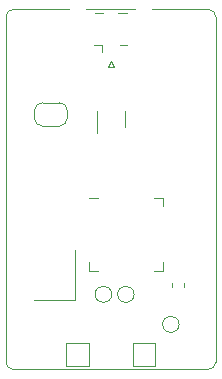
<source format=gbr>
%TF.GenerationSoftware,KiCad,Pcbnew,5.1.5-52549c5~84~ubuntu19.04.1*%
%TF.CreationDate,2020-02-22T14:45:51+00:00*%
%TF.ProjectId,ProMicro_SX1276,50726f4d-6963-4726-9f5f-535831323736,v1.0*%
%TF.SameCoordinates,Original*%
%TF.FileFunction,Legend,Top*%
%TF.FilePolarity,Positive*%
%FSLAX45Y45*%
G04 Gerber Fmt 4.5, Leading zero omitted, Abs format (unit mm)*
G04 Created by KiCad (PCBNEW 5.1.5-52549c5~84~ubuntu19.04.1) date 2020-02-22 14:45:51*
%MOMM*%
%LPD*%
G04 APERTURE LIST*
%ADD10C,0.100000*%
%ADD11C,0.120000*%
%ADD12R,1.050000X2.200000*%
%ADD13R,1.000000X1.050000*%
%ADD14C,0.150000*%
%ADD15R,1.500000X1.500000*%
%ADD16R,0.400000X0.650000*%
%ADD17R,1.270000X3.600000*%
%ADD18R,1.350000X4.200000*%
%ADD19C,1.000000*%
%ADD20O,1.600000X1.600000*%
%ADD21R,1.600000X1.600000*%
%ADD22R,1.200000X1.400000*%
G04 APERTURE END LIST*
D10*
X18923000Y-8826500D02*
G75*
G02X18986500Y-8763000I63500J0D01*
G01*
X20637500Y-8763000D02*
G75*
G02X20701000Y-8826500I0J-63500D01*
G01*
X18986500Y-8763000D02*
X20637500Y-8763000D01*
X20701000Y-11747500D02*
G75*
G02X20637500Y-11811000I-63500J0D01*
G01*
X18986500Y-11811000D02*
G75*
G02X18923000Y-11747500I0J63500D01*
G01*
X18923000Y-11747500D02*
X18923000Y-8826500D01*
X20637500Y-11811000D02*
X18986500Y-11811000D01*
X20701000Y-8826500D02*
X20701000Y-11747500D01*
D11*
X19677000Y-8790000D02*
X19947000Y-8790000D01*
X19736000Y-9062000D02*
X19736000Y-9125000D01*
X19952000Y-9062000D02*
X19888000Y-9062000D01*
X19672000Y-9062000D02*
X19736000Y-9062000D01*
X19374000Y-9752000D02*
X19234000Y-9752000D01*
X19164000Y-9682000D02*
X19164000Y-9622000D01*
X19234000Y-9552000D02*
X19374000Y-9552000D01*
X19444000Y-9622000D02*
X19444000Y-9682000D01*
X19444000Y-9682000D02*
G75*
G02X19374000Y-9752000I-70000J0D01*
G01*
X19374000Y-9552000D02*
G75*
G02X19444000Y-9622000I0J-70000D01*
G01*
X19164000Y-9622000D02*
G75*
G02X19234000Y-9552000I70000J0D01*
G01*
X19234000Y-9752000D02*
G75*
G02X19164000Y-9682000I0J70000D01*
G01*
X19998940Y-11589000D02*
X20188940Y-11589000D01*
X20188940Y-11589000D02*
X20188940Y-11779000D01*
X20188940Y-11779000D02*
X19998940Y-11779000D01*
X19998940Y-11779000D02*
X19998940Y-11589000D01*
X19434298Y-11589000D02*
X19624298Y-11589000D01*
X19624298Y-11589000D02*
X19624298Y-11779000D01*
X19624298Y-11779000D02*
X19434298Y-11779000D01*
X19434298Y-11779000D02*
X19434298Y-11589000D01*
X19928000Y-9760100D02*
X19928000Y-9620100D01*
X19696000Y-9620100D02*
X19696000Y-9810100D01*
X19812000Y-9199500D02*
X19787000Y-9249500D01*
X19787000Y-9249500D02*
X19837000Y-9249500D01*
X19837000Y-9249500D02*
X19812000Y-9199500D01*
X20390000Y-11430000D02*
G75*
G03X20390000Y-11430000I-70000J0D01*
G01*
X20009000Y-11176000D02*
G75*
G03X20009000Y-11176000I-70000J0D01*
G01*
X19818500Y-11176000D02*
G75*
G03X19818500Y-11176000I-70000J0D01*
G01*
X20434500Y-11080972D02*
X20434500Y-11113528D01*
X20332500Y-11080972D02*
X20332500Y-11113528D01*
X19703000Y-10357000D02*
X19628000Y-10357000D01*
X20250000Y-10979000D02*
X20250000Y-10904000D01*
X20175000Y-10979000D02*
X20250000Y-10979000D01*
X19628000Y-10979000D02*
X19628000Y-10904000D01*
X19703000Y-10979000D02*
X19628000Y-10979000D01*
X20250000Y-10357000D02*
X20250000Y-10432000D01*
X20175000Y-10357000D02*
X20250000Y-10357000D01*
X19160500Y-11220900D02*
X19510500Y-11220900D01*
X19510500Y-11220900D02*
X19510500Y-10800900D01*
%LPC*%
D12*
X19664500Y-8926000D03*
D13*
X19812000Y-9078500D03*
D12*
X19959500Y-8926000D03*
D14*
G36*
X19239000Y-9726940D02*
G01*
X19236547Y-9726940D01*
X19231664Y-9726459D01*
X19226851Y-9725502D01*
X19222156Y-9724077D01*
X19217622Y-9722200D01*
X19213295Y-9719886D01*
X19209215Y-9717160D01*
X19205422Y-9714048D01*
X19201952Y-9710578D01*
X19198840Y-9706785D01*
X19196114Y-9702705D01*
X19193801Y-9698378D01*
X19191923Y-9693845D01*
X19190498Y-9689149D01*
X19189541Y-9684337D01*
X19189060Y-9679453D01*
X19189060Y-9677000D01*
X19189000Y-9677000D01*
X19189000Y-9627000D01*
X19189060Y-9627000D01*
X19189060Y-9624547D01*
X19189541Y-9619664D01*
X19190498Y-9614851D01*
X19191923Y-9610156D01*
X19193801Y-9605622D01*
X19196114Y-9601295D01*
X19198840Y-9597215D01*
X19201952Y-9593422D01*
X19205422Y-9589952D01*
X19209215Y-9586840D01*
X19213295Y-9584114D01*
X19217622Y-9581801D01*
X19222156Y-9579923D01*
X19226851Y-9578498D01*
X19231664Y-9577541D01*
X19236547Y-9577060D01*
X19239000Y-9577060D01*
X19239000Y-9577000D01*
X19289000Y-9577000D01*
X19289000Y-9727000D01*
X19239000Y-9727000D01*
X19239000Y-9726940D01*
G37*
G36*
X19319000Y-9577000D02*
G01*
X19369000Y-9577000D01*
X19369000Y-9577060D01*
X19371453Y-9577060D01*
X19376337Y-9577541D01*
X19381149Y-9578498D01*
X19385845Y-9579923D01*
X19390378Y-9581801D01*
X19394705Y-9584114D01*
X19398785Y-9586840D01*
X19402578Y-9589952D01*
X19406048Y-9593422D01*
X19409160Y-9597215D01*
X19411886Y-9601295D01*
X19414200Y-9605622D01*
X19416077Y-9610156D01*
X19417502Y-9614851D01*
X19418459Y-9619664D01*
X19418940Y-9624547D01*
X19418940Y-9627000D01*
X19419000Y-9627000D01*
X19419000Y-9677000D01*
X19418940Y-9677000D01*
X19418940Y-9679453D01*
X19418459Y-9684337D01*
X19417502Y-9689149D01*
X19416077Y-9693845D01*
X19414200Y-9698378D01*
X19411886Y-9702705D01*
X19409160Y-9706785D01*
X19406048Y-9710578D01*
X19402578Y-9714048D01*
X19398785Y-9717160D01*
X19394705Y-9719886D01*
X19390378Y-9722200D01*
X19385845Y-9724077D01*
X19381149Y-9725502D01*
X19376337Y-9726459D01*
X19371453Y-9726940D01*
X19369000Y-9726940D01*
X19369000Y-9727000D01*
X19319000Y-9727000D01*
X19319000Y-9577000D01*
G37*
G36*
X19919596Y-10082071D02*
G01*
X19921028Y-10082283D01*
X19922432Y-10082635D01*
X19923795Y-10083123D01*
X19925103Y-10083742D01*
X19926345Y-10084486D01*
X19927507Y-10085348D01*
X19928580Y-10086320D01*
X19929552Y-10087393D01*
X19930414Y-10088555D01*
X19931158Y-10089797D01*
X19931777Y-10091105D01*
X19932265Y-10092468D01*
X19932617Y-10093872D01*
X19932829Y-10095304D01*
X19932900Y-10096750D01*
X19932900Y-10126250D01*
X19932829Y-10127696D01*
X19932617Y-10129128D01*
X19932265Y-10130532D01*
X19931777Y-10131895D01*
X19931158Y-10133203D01*
X19930414Y-10134445D01*
X19929552Y-10135607D01*
X19928580Y-10136680D01*
X19927507Y-10137652D01*
X19926345Y-10138514D01*
X19925103Y-10139258D01*
X19923795Y-10139877D01*
X19922432Y-10140365D01*
X19921028Y-10140717D01*
X19919596Y-10140929D01*
X19918150Y-10141000D01*
X19883650Y-10141000D01*
X19882204Y-10140929D01*
X19880772Y-10140717D01*
X19879368Y-10140365D01*
X19878005Y-10139877D01*
X19876697Y-10139258D01*
X19875455Y-10138514D01*
X19874293Y-10137652D01*
X19873220Y-10136680D01*
X19872248Y-10135607D01*
X19871386Y-10134445D01*
X19870642Y-10133203D01*
X19870023Y-10131895D01*
X19869535Y-10130532D01*
X19869183Y-10129128D01*
X19868971Y-10127696D01*
X19868900Y-10126250D01*
X19868900Y-10096750D01*
X19868971Y-10095304D01*
X19869183Y-10093872D01*
X19869535Y-10092468D01*
X19870023Y-10091105D01*
X19870642Y-10089797D01*
X19871386Y-10088555D01*
X19872248Y-10087393D01*
X19873220Y-10086320D01*
X19874293Y-10085348D01*
X19875455Y-10084486D01*
X19876697Y-10083742D01*
X19878005Y-10083123D01*
X19879368Y-10082635D01*
X19880772Y-10082283D01*
X19882204Y-10082071D01*
X19883650Y-10082000D01*
X19918150Y-10082000D01*
X19919596Y-10082071D01*
G37*
G36*
X19919596Y-10179071D02*
G01*
X19921028Y-10179283D01*
X19922432Y-10179635D01*
X19923795Y-10180123D01*
X19925103Y-10180742D01*
X19926345Y-10181486D01*
X19927507Y-10182348D01*
X19928580Y-10183320D01*
X19929552Y-10184393D01*
X19930414Y-10185555D01*
X19931158Y-10186797D01*
X19931777Y-10188105D01*
X19932265Y-10189468D01*
X19932617Y-10190872D01*
X19932829Y-10192304D01*
X19932900Y-10193750D01*
X19932900Y-10223250D01*
X19932829Y-10224696D01*
X19932617Y-10226128D01*
X19932265Y-10227532D01*
X19931777Y-10228895D01*
X19931158Y-10230203D01*
X19930414Y-10231445D01*
X19929552Y-10232607D01*
X19928580Y-10233680D01*
X19927507Y-10234652D01*
X19926345Y-10235514D01*
X19925103Y-10236258D01*
X19923795Y-10236877D01*
X19922432Y-10237365D01*
X19921028Y-10237717D01*
X19919596Y-10237929D01*
X19918150Y-10238000D01*
X19883650Y-10238000D01*
X19882204Y-10237929D01*
X19880772Y-10237717D01*
X19879368Y-10237365D01*
X19878005Y-10236877D01*
X19876697Y-10236258D01*
X19875455Y-10235514D01*
X19874293Y-10234652D01*
X19873220Y-10233680D01*
X19872248Y-10232607D01*
X19871386Y-10231445D01*
X19870642Y-10230203D01*
X19870023Y-10228895D01*
X19869535Y-10227532D01*
X19869183Y-10226128D01*
X19868971Y-10224696D01*
X19868900Y-10223250D01*
X19868900Y-10193750D01*
X19868971Y-10192304D01*
X19869183Y-10190872D01*
X19869535Y-10189468D01*
X19870023Y-10188105D01*
X19870642Y-10186797D01*
X19871386Y-10185555D01*
X19872248Y-10184393D01*
X19873220Y-10183320D01*
X19874293Y-10182348D01*
X19875455Y-10181486D01*
X19876697Y-10180742D01*
X19878005Y-10180123D01*
X19879368Y-10179635D01*
X19880772Y-10179283D01*
X19882204Y-10179071D01*
X19883650Y-10179000D01*
X19918150Y-10179000D01*
X19919596Y-10179071D01*
G37*
G36*
X20262496Y-9891571D02*
G01*
X20263928Y-9891783D01*
X20265332Y-9892135D01*
X20266695Y-9892623D01*
X20268003Y-9893242D01*
X20269245Y-9893986D01*
X20270407Y-9894848D01*
X20271480Y-9895820D01*
X20272452Y-9896893D01*
X20273314Y-9898055D01*
X20274058Y-9899297D01*
X20274677Y-9900605D01*
X20275165Y-9901968D01*
X20275517Y-9903372D01*
X20275729Y-9904804D01*
X20275800Y-9906250D01*
X20275800Y-9935750D01*
X20275729Y-9937196D01*
X20275517Y-9938628D01*
X20275165Y-9940032D01*
X20274677Y-9941395D01*
X20274058Y-9942703D01*
X20273314Y-9943945D01*
X20272452Y-9945107D01*
X20271480Y-9946180D01*
X20270407Y-9947152D01*
X20269245Y-9948014D01*
X20268003Y-9948758D01*
X20266695Y-9949377D01*
X20265332Y-9949865D01*
X20263928Y-9950217D01*
X20262496Y-9950429D01*
X20261050Y-9950500D01*
X20226550Y-9950500D01*
X20225104Y-9950429D01*
X20223672Y-9950217D01*
X20222268Y-9949865D01*
X20220905Y-9949377D01*
X20219597Y-9948758D01*
X20218355Y-9948014D01*
X20217193Y-9947152D01*
X20216120Y-9946180D01*
X20215148Y-9945107D01*
X20214286Y-9943945D01*
X20213542Y-9942703D01*
X20212923Y-9941395D01*
X20212435Y-9940032D01*
X20212083Y-9938628D01*
X20211871Y-9937196D01*
X20211800Y-9935750D01*
X20211800Y-9906250D01*
X20211871Y-9904804D01*
X20212083Y-9903372D01*
X20212435Y-9901968D01*
X20212923Y-9900605D01*
X20213542Y-9899297D01*
X20214286Y-9898055D01*
X20215148Y-9896893D01*
X20216120Y-9895820D01*
X20217193Y-9894848D01*
X20218355Y-9893986D01*
X20219597Y-9893242D01*
X20220905Y-9892623D01*
X20222268Y-9892135D01*
X20223672Y-9891783D01*
X20225104Y-9891571D01*
X20226550Y-9891500D01*
X20261050Y-9891500D01*
X20262496Y-9891571D01*
G37*
G36*
X20262496Y-9988571D02*
G01*
X20263928Y-9988783D01*
X20265332Y-9989135D01*
X20266695Y-9989623D01*
X20268003Y-9990242D01*
X20269245Y-9990986D01*
X20270407Y-9991848D01*
X20271480Y-9992820D01*
X20272452Y-9993893D01*
X20273314Y-9995055D01*
X20274058Y-9996297D01*
X20274677Y-9997605D01*
X20275165Y-9998968D01*
X20275517Y-10000372D01*
X20275729Y-10001804D01*
X20275800Y-10003250D01*
X20275800Y-10032750D01*
X20275729Y-10034196D01*
X20275517Y-10035628D01*
X20275165Y-10037032D01*
X20274677Y-10038395D01*
X20274058Y-10039703D01*
X20273314Y-10040945D01*
X20272452Y-10042107D01*
X20271480Y-10043180D01*
X20270407Y-10044152D01*
X20269245Y-10045014D01*
X20268003Y-10045758D01*
X20266695Y-10046377D01*
X20265332Y-10046865D01*
X20263928Y-10047217D01*
X20262496Y-10047429D01*
X20261050Y-10047500D01*
X20226550Y-10047500D01*
X20225104Y-10047429D01*
X20223672Y-10047217D01*
X20222268Y-10046865D01*
X20220905Y-10046377D01*
X20219597Y-10045758D01*
X20218355Y-10045014D01*
X20217193Y-10044152D01*
X20216120Y-10043180D01*
X20215148Y-10042107D01*
X20214286Y-10040945D01*
X20213542Y-10039703D01*
X20212923Y-10038395D01*
X20212435Y-10037032D01*
X20212083Y-10035628D01*
X20211871Y-10034196D01*
X20211800Y-10032750D01*
X20211800Y-10003250D01*
X20211871Y-10001804D01*
X20212083Y-10000372D01*
X20212435Y-9998968D01*
X20212923Y-9997605D01*
X20213542Y-9996297D01*
X20214286Y-9995055D01*
X20215148Y-9993893D01*
X20216120Y-9992820D01*
X20217193Y-9991848D01*
X20218355Y-9990986D01*
X20219597Y-9990242D01*
X20220905Y-9989623D01*
X20222268Y-9989135D01*
X20223672Y-9988783D01*
X20225104Y-9988571D01*
X20226550Y-9988500D01*
X20261050Y-9988500D01*
X20262496Y-9988571D01*
G37*
D15*
X20093940Y-11684000D03*
X19529298Y-11684000D03*
D14*
G36*
X19525696Y-9658171D02*
G01*
X19527128Y-9658383D01*
X19528532Y-9658735D01*
X19529895Y-9659223D01*
X19531203Y-9659842D01*
X19532445Y-9660586D01*
X19533607Y-9661448D01*
X19534680Y-9662420D01*
X19535652Y-9663493D01*
X19536514Y-9664655D01*
X19537258Y-9665897D01*
X19537877Y-9667205D01*
X19538365Y-9668568D01*
X19538717Y-9669972D01*
X19538929Y-9671404D01*
X19539000Y-9672850D01*
X19539000Y-9707350D01*
X19538929Y-9708796D01*
X19538717Y-9710228D01*
X19538365Y-9711632D01*
X19537877Y-9712995D01*
X19537258Y-9714303D01*
X19536514Y-9715545D01*
X19535652Y-9716707D01*
X19534680Y-9717780D01*
X19533607Y-9718752D01*
X19532445Y-9719614D01*
X19531203Y-9720358D01*
X19529895Y-9720977D01*
X19528532Y-9721465D01*
X19527128Y-9721817D01*
X19525696Y-9722029D01*
X19524250Y-9722100D01*
X19494750Y-9722100D01*
X19493304Y-9722029D01*
X19491872Y-9721817D01*
X19490468Y-9721465D01*
X19489105Y-9720977D01*
X19487797Y-9720358D01*
X19486555Y-9719614D01*
X19485393Y-9718752D01*
X19484320Y-9717780D01*
X19483348Y-9716707D01*
X19482486Y-9715545D01*
X19481742Y-9714303D01*
X19481123Y-9712995D01*
X19480635Y-9711632D01*
X19480283Y-9710228D01*
X19480071Y-9708796D01*
X19480000Y-9707350D01*
X19480000Y-9672850D01*
X19480071Y-9671404D01*
X19480283Y-9669972D01*
X19480635Y-9668568D01*
X19481123Y-9667205D01*
X19481742Y-9665897D01*
X19482486Y-9664655D01*
X19483348Y-9663493D01*
X19484320Y-9662420D01*
X19485393Y-9661448D01*
X19486555Y-9660586D01*
X19487797Y-9659842D01*
X19489105Y-9659223D01*
X19490468Y-9658735D01*
X19491872Y-9658383D01*
X19493304Y-9658171D01*
X19494750Y-9658100D01*
X19524250Y-9658100D01*
X19525696Y-9658171D01*
G37*
G36*
X19622696Y-9658171D02*
G01*
X19624128Y-9658383D01*
X19625532Y-9658735D01*
X19626895Y-9659223D01*
X19628203Y-9659842D01*
X19629445Y-9660586D01*
X19630607Y-9661448D01*
X19631680Y-9662420D01*
X19632652Y-9663493D01*
X19633514Y-9664655D01*
X19634258Y-9665897D01*
X19634877Y-9667205D01*
X19635365Y-9668568D01*
X19635717Y-9669972D01*
X19635929Y-9671404D01*
X19636000Y-9672850D01*
X19636000Y-9707350D01*
X19635929Y-9708796D01*
X19635717Y-9710228D01*
X19635365Y-9711632D01*
X19634877Y-9712995D01*
X19634258Y-9714303D01*
X19633514Y-9715545D01*
X19632652Y-9716707D01*
X19631680Y-9717780D01*
X19630607Y-9718752D01*
X19629445Y-9719614D01*
X19628203Y-9720358D01*
X19626895Y-9720977D01*
X19625532Y-9721465D01*
X19624128Y-9721817D01*
X19622696Y-9722029D01*
X19621250Y-9722100D01*
X19591750Y-9722100D01*
X19590304Y-9722029D01*
X19588872Y-9721817D01*
X19587468Y-9721465D01*
X19586105Y-9720977D01*
X19584797Y-9720358D01*
X19583555Y-9719614D01*
X19582393Y-9718752D01*
X19581320Y-9717780D01*
X19580348Y-9716707D01*
X19579486Y-9715545D01*
X19578742Y-9714303D01*
X19578123Y-9712995D01*
X19577635Y-9711632D01*
X19577283Y-9710228D01*
X19577071Y-9708796D01*
X19577000Y-9707350D01*
X19577000Y-9672850D01*
X19577071Y-9671404D01*
X19577283Y-9669972D01*
X19577635Y-9668568D01*
X19578123Y-9667205D01*
X19578742Y-9665897D01*
X19579486Y-9664655D01*
X19580348Y-9663493D01*
X19581320Y-9662420D01*
X19582393Y-9661448D01*
X19583555Y-9660586D01*
X19584797Y-9659842D01*
X19586105Y-9659223D01*
X19587468Y-9658735D01*
X19588872Y-9658383D01*
X19590304Y-9658171D01*
X19591750Y-9658100D01*
X19621250Y-9658100D01*
X19622696Y-9658171D01*
G37*
G36*
X20145696Y-9429571D02*
G01*
X20147128Y-9429783D01*
X20148532Y-9430135D01*
X20149895Y-9430623D01*
X20151203Y-9431242D01*
X20152445Y-9431986D01*
X20153607Y-9432848D01*
X20154680Y-9433820D01*
X20155652Y-9434893D01*
X20156514Y-9436055D01*
X20157258Y-9437297D01*
X20157877Y-9438605D01*
X20158365Y-9439968D01*
X20158717Y-9441372D01*
X20158929Y-9442804D01*
X20159000Y-9444250D01*
X20159000Y-9478750D01*
X20158929Y-9480196D01*
X20158717Y-9481628D01*
X20158365Y-9483032D01*
X20157877Y-9484395D01*
X20157258Y-9485703D01*
X20156514Y-9486945D01*
X20155652Y-9488107D01*
X20154680Y-9489180D01*
X20153607Y-9490152D01*
X20152445Y-9491014D01*
X20151203Y-9491758D01*
X20149895Y-9492377D01*
X20148532Y-9492865D01*
X20147128Y-9493217D01*
X20145696Y-9493429D01*
X20144250Y-9493500D01*
X20114750Y-9493500D01*
X20113304Y-9493429D01*
X20111872Y-9493217D01*
X20110468Y-9492865D01*
X20109105Y-9492377D01*
X20107797Y-9491758D01*
X20106555Y-9491014D01*
X20105393Y-9490152D01*
X20104320Y-9489180D01*
X20103348Y-9488107D01*
X20102486Y-9486945D01*
X20101742Y-9485703D01*
X20101123Y-9484395D01*
X20100635Y-9483032D01*
X20100283Y-9481628D01*
X20100071Y-9480196D01*
X20100000Y-9478750D01*
X20100000Y-9444250D01*
X20100071Y-9442804D01*
X20100283Y-9441372D01*
X20100635Y-9439968D01*
X20101123Y-9438605D01*
X20101742Y-9437297D01*
X20102486Y-9436055D01*
X20103348Y-9434893D01*
X20104320Y-9433820D01*
X20105393Y-9432848D01*
X20106555Y-9431986D01*
X20107797Y-9431242D01*
X20109105Y-9430623D01*
X20110468Y-9430135D01*
X20111872Y-9429783D01*
X20113304Y-9429571D01*
X20114750Y-9429500D01*
X20144250Y-9429500D01*
X20145696Y-9429571D01*
G37*
G36*
X20048696Y-9429571D02*
G01*
X20050128Y-9429783D01*
X20051532Y-9430135D01*
X20052895Y-9430623D01*
X20054203Y-9431242D01*
X20055445Y-9431986D01*
X20056607Y-9432848D01*
X20057680Y-9433820D01*
X20058652Y-9434893D01*
X20059514Y-9436055D01*
X20060258Y-9437297D01*
X20060877Y-9438605D01*
X20061365Y-9439968D01*
X20061717Y-9441372D01*
X20061929Y-9442804D01*
X20062000Y-9444250D01*
X20062000Y-9478750D01*
X20061929Y-9480196D01*
X20061717Y-9481628D01*
X20061365Y-9483032D01*
X20060877Y-9484395D01*
X20060258Y-9485703D01*
X20059514Y-9486945D01*
X20058652Y-9488107D01*
X20057680Y-9489180D01*
X20056607Y-9490152D01*
X20055445Y-9491014D01*
X20054203Y-9491758D01*
X20052895Y-9492377D01*
X20051532Y-9492865D01*
X20050128Y-9493217D01*
X20048696Y-9493429D01*
X20047250Y-9493500D01*
X20017750Y-9493500D01*
X20016304Y-9493429D01*
X20014872Y-9493217D01*
X20013468Y-9492865D01*
X20012105Y-9492377D01*
X20010797Y-9491758D01*
X20009555Y-9491014D01*
X20008393Y-9490152D01*
X20007320Y-9489180D01*
X20006348Y-9488107D01*
X20005486Y-9486945D01*
X20004742Y-9485703D01*
X20004123Y-9484395D01*
X20003635Y-9483032D01*
X20003283Y-9481628D01*
X20003071Y-9480196D01*
X20003000Y-9478750D01*
X20003000Y-9444250D01*
X20003071Y-9442804D01*
X20003283Y-9441372D01*
X20003635Y-9439968D01*
X20004123Y-9438605D01*
X20004742Y-9437297D01*
X20005486Y-9436055D01*
X20006348Y-9434893D01*
X20007320Y-9433820D01*
X20008393Y-9432848D01*
X20009555Y-9431986D01*
X20010797Y-9431242D01*
X20012105Y-9430623D01*
X20013468Y-9430135D01*
X20014872Y-9429783D01*
X20016304Y-9429571D01*
X20017750Y-9429500D01*
X20047250Y-9429500D01*
X20048696Y-9429571D01*
G37*
G36*
X19640196Y-9988571D02*
G01*
X19641628Y-9988783D01*
X19643032Y-9989135D01*
X19644395Y-9989623D01*
X19645703Y-9990242D01*
X19646945Y-9990986D01*
X19648107Y-9991848D01*
X19649180Y-9992820D01*
X19650152Y-9993893D01*
X19651014Y-9995055D01*
X19651758Y-9996297D01*
X19652377Y-9997605D01*
X19652865Y-9998968D01*
X19653217Y-10000372D01*
X19653429Y-10001804D01*
X19653500Y-10003250D01*
X19653500Y-10032750D01*
X19653429Y-10034196D01*
X19653217Y-10035628D01*
X19652865Y-10037032D01*
X19652377Y-10038395D01*
X19651758Y-10039703D01*
X19651014Y-10040945D01*
X19650152Y-10042107D01*
X19649180Y-10043180D01*
X19648107Y-10044152D01*
X19646945Y-10045014D01*
X19645703Y-10045758D01*
X19644395Y-10046377D01*
X19643032Y-10046865D01*
X19641628Y-10047217D01*
X19640196Y-10047429D01*
X19638750Y-10047500D01*
X19604250Y-10047500D01*
X19602804Y-10047429D01*
X19601372Y-10047217D01*
X19599968Y-10046865D01*
X19598605Y-10046377D01*
X19597297Y-10045758D01*
X19596055Y-10045014D01*
X19594893Y-10044152D01*
X19593820Y-10043180D01*
X19592848Y-10042107D01*
X19591986Y-10040945D01*
X19591242Y-10039703D01*
X19590623Y-10038395D01*
X19590135Y-10037032D01*
X19589783Y-10035628D01*
X19589571Y-10034196D01*
X19589500Y-10032750D01*
X19589500Y-10003250D01*
X19589571Y-10001804D01*
X19589783Y-10000372D01*
X19590135Y-9998968D01*
X19590623Y-9997605D01*
X19591242Y-9996297D01*
X19591986Y-9995055D01*
X19592848Y-9993893D01*
X19593820Y-9992820D01*
X19594893Y-9991848D01*
X19596055Y-9990986D01*
X19597297Y-9990242D01*
X19598605Y-9989623D01*
X19599968Y-9989135D01*
X19601372Y-9988783D01*
X19602804Y-9988571D01*
X19604250Y-9988500D01*
X19638750Y-9988500D01*
X19640196Y-9988571D01*
G37*
G36*
X19640196Y-9891571D02*
G01*
X19641628Y-9891783D01*
X19643032Y-9892135D01*
X19644395Y-9892623D01*
X19645703Y-9893242D01*
X19646945Y-9893986D01*
X19648107Y-9894848D01*
X19649180Y-9895820D01*
X19650152Y-9896893D01*
X19651014Y-9898055D01*
X19651758Y-9899297D01*
X19652377Y-9900605D01*
X19652865Y-9901968D01*
X19653217Y-9903372D01*
X19653429Y-9904804D01*
X19653500Y-9906250D01*
X19653500Y-9935750D01*
X19653429Y-9937196D01*
X19653217Y-9938628D01*
X19652865Y-9940032D01*
X19652377Y-9941395D01*
X19651758Y-9942703D01*
X19651014Y-9943945D01*
X19650152Y-9945107D01*
X19649180Y-9946180D01*
X19648107Y-9947152D01*
X19646945Y-9948014D01*
X19645703Y-9948758D01*
X19644395Y-9949377D01*
X19643032Y-9949865D01*
X19641628Y-9950217D01*
X19640196Y-9950429D01*
X19638750Y-9950500D01*
X19604250Y-9950500D01*
X19602804Y-9950429D01*
X19601372Y-9950217D01*
X19599968Y-9949865D01*
X19598605Y-9949377D01*
X19597297Y-9948758D01*
X19596055Y-9948014D01*
X19594893Y-9947152D01*
X19593820Y-9946180D01*
X19592848Y-9945107D01*
X19591986Y-9943945D01*
X19591242Y-9942703D01*
X19590623Y-9941395D01*
X19590135Y-9940032D01*
X19589783Y-9938628D01*
X19589571Y-9937196D01*
X19589500Y-9935750D01*
X19589500Y-9906250D01*
X19589571Y-9904804D01*
X19589783Y-9903372D01*
X19590135Y-9901968D01*
X19590623Y-9900605D01*
X19591242Y-9899297D01*
X19591986Y-9898055D01*
X19592848Y-9896893D01*
X19593820Y-9895820D01*
X19594893Y-9894848D01*
X19596055Y-9893986D01*
X19597297Y-9893242D01*
X19598605Y-9892623D01*
X19599968Y-9892135D01*
X19601372Y-9891783D01*
X19602804Y-9891571D01*
X19604250Y-9891500D01*
X19638750Y-9891500D01*
X19640196Y-9891571D01*
G37*
G36*
X19589196Y-9302571D02*
G01*
X19590628Y-9302783D01*
X19592032Y-9303135D01*
X19593395Y-9303623D01*
X19594703Y-9304242D01*
X19595945Y-9304986D01*
X19597107Y-9305848D01*
X19598180Y-9306820D01*
X19599152Y-9307893D01*
X19600014Y-9309055D01*
X19600758Y-9310297D01*
X19601377Y-9311605D01*
X19601865Y-9312968D01*
X19602217Y-9314372D01*
X19602429Y-9315804D01*
X19602500Y-9317250D01*
X19602500Y-9351750D01*
X19602429Y-9353196D01*
X19602217Y-9354628D01*
X19601865Y-9356032D01*
X19601377Y-9357395D01*
X19600758Y-9358703D01*
X19600014Y-9359945D01*
X19599152Y-9361107D01*
X19598180Y-9362180D01*
X19597107Y-9363152D01*
X19595945Y-9364014D01*
X19594703Y-9364758D01*
X19593395Y-9365377D01*
X19592032Y-9365865D01*
X19590628Y-9366217D01*
X19589196Y-9366429D01*
X19587750Y-9366500D01*
X19558250Y-9366500D01*
X19556804Y-9366429D01*
X19555372Y-9366217D01*
X19553968Y-9365865D01*
X19552605Y-9365377D01*
X19551297Y-9364758D01*
X19550055Y-9364014D01*
X19548893Y-9363152D01*
X19547820Y-9362180D01*
X19546848Y-9361107D01*
X19545986Y-9359945D01*
X19545242Y-9358703D01*
X19544623Y-9357395D01*
X19544135Y-9356032D01*
X19543783Y-9354628D01*
X19543571Y-9353196D01*
X19543500Y-9351750D01*
X19543500Y-9317250D01*
X19543571Y-9315804D01*
X19543783Y-9314372D01*
X19544135Y-9312968D01*
X19544623Y-9311605D01*
X19545242Y-9310297D01*
X19545986Y-9309055D01*
X19546848Y-9307893D01*
X19547820Y-9306820D01*
X19548893Y-9305848D01*
X19550055Y-9304986D01*
X19551297Y-9304242D01*
X19552605Y-9303623D01*
X19553968Y-9303135D01*
X19555372Y-9302783D01*
X19556804Y-9302571D01*
X19558250Y-9302500D01*
X19587750Y-9302500D01*
X19589196Y-9302571D01*
G37*
G36*
X19686196Y-9302571D02*
G01*
X19687628Y-9302783D01*
X19689032Y-9303135D01*
X19690395Y-9303623D01*
X19691703Y-9304242D01*
X19692945Y-9304986D01*
X19694107Y-9305848D01*
X19695180Y-9306820D01*
X19696152Y-9307893D01*
X19697014Y-9309055D01*
X19697758Y-9310297D01*
X19698377Y-9311605D01*
X19698865Y-9312968D01*
X19699217Y-9314372D01*
X19699429Y-9315804D01*
X19699500Y-9317250D01*
X19699500Y-9351750D01*
X19699429Y-9353196D01*
X19699217Y-9354628D01*
X19698865Y-9356032D01*
X19698377Y-9357395D01*
X19697758Y-9358703D01*
X19697014Y-9359945D01*
X19696152Y-9361107D01*
X19695180Y-9362180D01*
X19694107Y-9363152D01*
X19692945Y-9364014D01*
X19691703Y-9364758D01*
X19690395Y-9365377D01*
X19689032Y-9365865D01*
X19687628Y-9366217D01*
X19686196Y-9366429D01*
X19684750Y-9366500D01*
X19655250Y-9366500D01*
X19653804Y-9366429D01*
X19652372Y-9366217D01*
X19650968Y-9365865D01*
X19649605Y-9365377D01*
X19648297Y-9364758D01*
X19647055Y-9364014D01*
X19645893Y-9363152D01*
X19644820Y-9362180D01*
X19643848Y-9361107D01*
X19642986Y-9359945D01*
X19642242Y-9358703D01*
X19641623Y-9357395D01*
X19641135Y-9356032D01*
X19640783Y-9354628D01*
X19640571Y-9353196D01*
X19640500Y-9351750D01*
X19640500Y-9317250D01*
X19640571Y-9315804D01*
X19640783Y-9314372D01*
X19641135Y-9312968D01*
X19641623Y-9311605D01*
X19642242Y-9310297D01*
X19642986Y-9309055D01*
X19643848Y-9307893D01*
X19644820Y-9306820D01*
X19645893Y-9305848D01*
X19647055Y-9304986D01*
X19648297Y-9304242D01*
X19649605Y-9303623D01*
X19650968Y-9303135D01*
X19652372Y-9302783D01*
X19653804Y-9302571D01*
X19655250Y-9302500D01*
X19684750Y-9302500D01*
X19686196Y-9302571D01*
G37*
G36*
X20145696Y-9302571D02*
G01*
X20147128Y-9302783D01*
X20148532Y-9303135D01*
X20149895Y-9303623D01*
X20151203Y-9304242D01*
X20152445Y-9304986D01*
X20153607Y-9305848D01*
X20154680Y-9306820D01*
X20155652Y-9307893D01*
X20156514Y-9309055D01*
X20157258Y-9310297D01*
X20157877Y-9311605D01*
X20158365Y-9312968D01*
X20158717Y-9314372D01*
X20158929Y-9315804D01*
X20159000Y-9317250D01*
X20159000Y-9351750D01*
X20158929Y-9353196D01*
X20158717Y-9354628D01*
X20158365Y-9356032D01*
X20157877Y-9357395D01*
X20157258Y-9358703D01*
X20156514Y-9359945D01*
X20155652Y-9361107D01*
X20154680Y-9362180D01*
X20153607Y-9363152D01*
X20152445Y-9364014D01*
X20151203Y-9364758D01*
X20149895Y-9365377D01*
X20148532Y-9365865D01*
X20147128Y-9366217D01*
X20145696Y-9366429D01*
X20144250Y-9366500D01*
X20114750Y-9366500D01*
X20113304Y-9366429D01*
X20111872Y-9366217D01*
X20110468Y-9365865D01*
X20109105Y-9365377D01*
X20107797Y-9364758D01*
X20106555Y-9364014D01*
X20105393Y-9363152D01*
X20104320Y-9362180D01*
X20103348Y-9361107D01*
X20102486Y-9359945D01*
X20101742Y-9358703D01*
X20101123Y-9357395D01*
X20100635Y-9356032D01*
X20100283Y-9354628D01*
X20100071Y-9353196D01*
X20100000Y-9351750D01*
X20100000Y-9317250D01*
X20100071Y-9315804D01*
X20100283Y-9314372D01*
X20100635Y-9312968D01*
X20101123Y-9311605D01*
X20101742Y-9310297D01*
X20102486Y-9309055D01*
X20103348Y-9307893D01*
X20104320Y-9306820D01*
X20105393Y-9305848D01*
X20106555Y-9304986D01*
X20107797Y-9304242D01*
X20109105Y-9303623D01*
X20110468Y-9303135D01*
X20111872Y-9302783D01*
X20113304Y-9302571D01*
X20114750Y-9302500D01*
X20144250Y-9302500D01*
X20145696Y-9302571D01*
G37*
G36*
X20048696Y-9302571D02*
G01*
X20050128Y-9302783D01*
X20051532Y-9303135D01*
X20052895Y-9303623D01*
X20054203Y-9304242D01*
X20055445Y-9304986D01*
X20056607Y-9305848D01*
X20057680Y-9306820D01*
X20058652Y-9307893D01*
X20059514Y-9309055D01*
X20060258Y-9310297D01*
X20060877Y-9311605D01*
X20061365Y-9312968D01*
X20061717Y-9314372D01*
X20061929Y-9315804D01*
X20062000Y-9317250D01*
X20062000Y-9351750D01*
X20061929Y-9353196D01*
X20061717Y-9354628D01*
X20061365Y-9356032D01*
X20060877Y-9357395D01*
X20060258Y-9358703D01*
X20059514Y-9359945D01*
X20058652Y-9361107D01*
X20057680Y-9362180D01*
X20056607Y-9363152D01*
X20055445Y-9364014D01*
X20054203Y-9364758D01*
X20052895Y-9365377D01*
X20051532Y-9365865D01*
X20050128Y-9366217D01*
X20048696Y-9366429D01*
X20047250Y-9366500D01*
X20017750Y-9366500D01*
X20016304Y-9366429D01*
X20014872Y-9366217D01*
X20013468Y-9365865D01*
X20012105Y-9365377D01*
X20010797Y-9364758D01*
X20009555Y-9364014D01*
X20008393Y-9363152D01*
X20007320Y-9362180D01*
X20006348Y-9361107D01*
X20005486Y-9359945D01*
X20004742Y-9358703D01*
X20004123Y-9357395D01*
X20003635Y-9356032D01*
X20003283Y-9354628D01*
X20003071Y-9353196D01*
X20003000Y-9351750D01*
X20003000Y-9317250D01*
X20003071Y-9315804D01*
X20003283Y-9314372D01*
X20003635Y-9312968D01*
X20004123Y-9311605D01*
X20004742Y-9310297D01*
X20005486Y-9309055D01*
X20006348Y-9307893D01*
X20007320Y-9306820D01*
X20008393Y-9305848D01*
X20009555Y-9304986D01*
X20010797Y-9304242D01*
X20012105Y-9303623D01*
X20013468Y-9303135D01*
X20014872Y-9302783D01*
X20016304Y-9302571D01*
X20017750Y-9302500D01*
X20047250Y-9302500D01*
X20048696Y-9302571D01*
G37*
G36*
X19828196Y-9429571D02*
G01*
X19829628Y-9429783D01*
X19831032Y-9430135D01*
X19832395Y-9430623D01*
X19833703Y-9431242D01*
X19834945Y-9431986D01*
X19836107Y-9432848D01*
X19837180Y-9433820D01*
X19838152Y-9434893D01*
X19839014Y-9436055D01*
X19839758Y-9437297D01*
X19840377Y-9438605D01*
X19840865Y-9439968D01*
X19841217Y-9441372D01*
X19841429Y-9442804D01*
X19841500Y-9444250D01*
X19841500Y-9478750D01*
X19841429Y-9480196D01*
X19841217Y-9481628D01*
X19840865Y-9483032D01*
X19840377Y-9484395D01*
X19839758Y-9485703D01*
X19839014Y-9486945D01*
X19838152Y-9488107D01*
X19837180Y-9489180D01*
X19836107Y-9490152D01*
X19834945Y-9491014D01*
X19833703Y-9491758D01*
X19832395Y-9492377D01*
X19831032Y-9492865D01*
X19829628Y-9493217D01*
X19828196Y-9493429D01*
X19826750Y-9493500D01*
X19797250Y-9493500D01*
X19795804Y-9493429D01*
X19794372Y-9493217D01*
X19792968Y-9492865D01*
X19791605Y-9492377D01*
X19790297Y-9491758D01*
X19789055Y-9491014D01*
X19787893Y-9490152D01*
X19786820Y-9489180D01*
X19785848Y-9488107D01*
X19784986Y-9486945D01*
X19784242Y-9485703D01*
X19783623Y-9484395D01*
X19783135Y-9483032D01*
X19782783Y-9481628D01*
X19782571Y-9480196D01*
X19782500Y-9478750D01*
X19782500Y-9444250D01*
X19782571Y-9442804D01*
X19782783Y-9441372D01*
X19783135Y-9439968D01*
X19783623Y-9438605D01*
X19784242Y-9437297D01*
X19784986Y-9436055D01*
X19785848Y-9434893D01*
X19786820Y-9433820D01*
X19787893Y-9432848D01*
X19789055Y-9431986D01*
X19790297Y-9431242D01*
X19791605Y-9430623D01*
X19792968Y-9430135D01*
X19794372Y-9429783D01*
X19795804Y-9429571D01*
X19797250Y-9429500D01*
X19826750Y-9429500D01*
X19828196Y-9429571D01*
G37*
G36*
X19925196Y-9429571D02*
G01*
X19926628Y-9429783D01*
X19928032Y-9430135D01*
X19929395Y-9430623D01*
X19930703Y-9431242D01*
X19931945Y-9431986D01*
X19933107Y-9432848D01*
X19934180Y-9433820D01*
X19935152Y-9434893D01*
X19936014Y-9436055D01*
X19936758Y-9437297D01*
X19937377Y-9438605D01*
X19937865Y-9439968D01*
X19938217Y-9441372D01*
X19938429Y-9442804D01*
X19938500Y-9444250D01*
X19938500Y-9478750D01*
X19938429Y-9480196D01*
X19938217Y-9481628D01*
X19937865Y-9483032D01*
X19937377Y-9484395D01*
X19936758Y-9485703D01*
X19936014Y-9486945D01*
X19935152Y-9488107D01*
X19934180Y-9489180D01*
X19933107Y-9490152D01*
X19931945Y-9491014D01*
X19930703Y-9491758D01*
X19929395Y-9492377D01*
X19928032Y-9492865D01*
X19926628Y-9493217D01*
X19925196Y-9493429D01*
X19923750Y-9493500D01*
X19894250Y-9493500D01*
X19892804Y-9493429D01*
X19891372Y-9493217D01*
X19889968Y-9492865D01*
X19888605Y-9492377D01*
X19887297Y-9491758D01*
X19886055Y-9491014D01*
X19884893Y-9490152D01*
X19883820Y-9489180D01*
X19882848Y-9488107D01*
X19881986Y-9486945D01*
X19881242Y-9485703D01*
X19880623Y-9484395D01*
X19880135Y-9483032D01*
X19879783Y-9481628D01*
X19879571Y-9480196D01*
X19879500Y-9478750D01*
X19879500Y-9444250D01*
X19879571Y-9442804D01*
X19879783Y-9441372D01*
X19880135Y-9439968D01*
X19880623Y-9438605D01*
X19881242Y-9437297D01*
X19881986Y-9436055D01*
X19882848Y-9434893D01*
X19883820Y-9433820D01*
X19884893Y-9432848D01*
X19886055Y-9431986D01*
X19887297Y-9431242D01*
X19888605Y-9430623D01*
X19889968Y-9430135D01*
X19891372Y-9429783D01*
X19892804Y-9429571D01*
X19894250Y-9429500D01*
X19923750Y-9429500D01*
X19925196Y-9429571D01*
G37*
G36*
X19525696Y-9759771D02*
G01*
X19527128Y-9759983D01*
X19528532Y-9760335D01*
X19529895Y-9760823D01*
X19531203Y-9761442D01*
X19532445Y-9762186D01*
X19533607Y-9763048D01*
X19534680Y-9764020D01*
X19535652Y-9765093D01*
X19536514Y-9766255D01*
X19537258Y-9767497D01*
X19537877Y-9768805D01*
X19538365Y-9770168D01*
X19538717Y-9771572D01*
X19538929Y-9773004D01*
X19539000Y-9774450D01*
X19539000Y-9808950D01*
X19538929Y-9810396D01*
X19538717Y-9811828D01*
X19538365Y-9813232D01*
X19537877Y-9814595D01*
X19537258Y-9815903D01*
X19536514Y-9817145D01*
X19535652Y-9818307D01*
X19534680Y-9819380D01*
X19533607Y-9820352D01*
X19532445Y-9821214D01*
X19531203Y-9821958D01*
X19529895Y-9822577D01*
X19528532Y-9823065D01*
X19527128Y-9823417D01*
X19525696Y-9823629D01*
X19524250Y-9823700D01*
X19494750Y-9823700D01*
X19493304Y-9823629D01*
X19491872Y-9823417D01*
X19490468Y-9823065D01*
X19489105Y-9822577D01*
X19487797Y-9821958D01*
X19486555Y-9821214D01*
X19485393Y-9820352D01*
X19484320Y-9819380D01*
X19483348Y-9818307D01*
X19482486Y-9817145D01*
X19481742Y-9815903D01*
X19481123Y-9814595D01*
X19480635Y-9813232D01*
X19480283Y-9811828D01*
X19480071Y-9810396D01*
X19480000Y-9808950D01*
X19480000Y-9774450D01*
X19480071Y-9773004D01*
X19480283Y-9771572D01*
X19480635Y-9770168D01*
X19481123Y-9768805D01*
X19481742Y-9767497D01*
X19482486Y-9766255D01*
X19483348Y-9765093D01*
X19484320Y-9764020D01*
X19485393Y-9763048D01*
X19486555Y-9762186D01*
X19487797Y-9761442D01*
X19489105Y-9760823D01*
X19490468Y-9760335D01*
X19491872Y-9759983D01*
X19493304Y-9759771D01*
X19494750Y-9759700D01*
X19524250Y-9759700D01*
X19525696Y-9759771D01*
G37*
G36*
X19622696Y-9759771D02*
G01*
X19624128Y-9759983D01*
X19625532Y-9760335D01*
X19626895Y-9760823D01*
X19628203Y-9761442D01*
X19629445Y-9762186D01*
X19630607Y-9763048D01*
X19631680Y-9764020D01*
X19632652Y-9765093D01*
X19633514Y-9766255D01*
X19634258Y-9767497D01*
X19634877Y-9768805D01*
X19635365Y-9770168D01*
X19635717Y-9771572D01*
X19635929Y-9773004D01*
X19636000Y-9774450D01*
X19636000Y-9808950D01*
X19635929Y-9810396D01*
X19635717Y-9811828D01*
X19635365Y-9813232D01*
X19634877Y-9814595D01*
X19634258Y-9815903D01*
X19633514Y-9817145D01*
X19632652Y-9818307D01*
X19631680Y-9819380D01*
X19630607Y-9820352D01*
X19629445Y-9821214D01*
X19628203Y-9821958D01*
X19626895Y-9822577D01*
X19625532Y-9823065D01*
X19624128Y-9823417D01*
X19622696Y-9823629D01*
X19621250Y-9823700D01*
X19591750Y-9823700D01*
X19590304Y-9823629D01*
X19588872Y-9823417D01*
X19587468Y-9823065D01*
X19586105Y-9822577D01*
X19584797Y-9821958D01*
X19583555Y-9821214D01*
X19582393Y-9820352D01*
X19581320Y-9819380D01*
X19580348Y-9818307D01*
X19579486Y-9817145D01*
X19578742Y-9815903D01*
X19578123Y-9814595D01*
X19577635Y-9813232D01*
X19577283Y-9811828D01*
X19577071Y-9810396D01*
X19577000Y-9808950D01*
X19577000Y-9774450D01*
X19577071Y-9773004D01*
X19577283Y-9771572D01*
X19577635Y-9770168D01*
X19578123Y-9768805D01*
X19578742Y-9767497D01*
X19579486Y-9766255D01*
X19580348Y-9765093D01*
X19581320Y-9764020D01*
X19582393Y-9763048D01*
X19583555Y-9762186D01*
X19584797Y-9761442D01*
X19586105Y-9760823D01*
X19587468Y-9760335D01*
X19588872Y-9759983D01*
X19590304Y-9759771D01*
X19591750Y-9759700D01*
X19621250Y-9759700D01*
X19622696Y-9759771D01*
G37*
G36*
X20145696Y-9759771D02*
G01*
X20147128Y-9759983D01*
X20148532Y-9760335D01*
X20149895Y-9760823D01*
X20151203Y-9761442D01*
X20152445Y-9762186D01*
X20153607Y-9763048D01*
X20154680Y-9764020D01*
X20155652Y-9765093D01*
X20156514Y-9766255D01*
X20157258Y-9767497D01*
X20157877Y-9768805D01*
X20158365Y-9770168D01*
X20158717Y-9771572D01*
X20158929Y-9773004D01*
X20159000Y-9774450D01*
X20159000Y-9808950D01*
X20158929Y-9810396D01*
X20158717Y-9811828D01*
X20158365Y-9813232D01*
X20157877Y-9814595D01*
X20157258Y-9815903D01*
X20156514Y-9817145D01*
X20155652Y-9818307D01*
X20154680Y-9819380D01*
X20153607Y-9820352D01*
X20152445Y-9821214D01*
X20151203Y-9821958D01*
X20149895Y-9822577D01*
X20148532Y-9823065D01*
X20147128Y-9823417D01*
X20145696Y-9823629D01*
X20144250Y-9823700D01*
X20114750Y-9823700D01*
X20113304Y-9823629D01*
X20111872Y-9823417D01*
X20110468Y-9823065D01*
X20109105Y-9822577D01*
X20107797Y-9821958D01*
X20106555Y-9821214D01*
X20105393Y-9820352D01*
X20104320Y-9819380D01*
X20103348Y-9818307D01*
X20102486Y-9817145D01*
X20101742Y-9815903D01*
X20101123Y-9814595D01*
X20100635Y-9813232D01*
X20100283Y-9811828D01*
X20100071Y-9810396D01*
X20100000Y-9808950D01*
X20100000Y-9774450D01*
X20100071Y-9773004D01*
X20100283Y-9771572D01*
X20100635Y-9770168D01*
X20101123Y-9768805D01*
X20101742Y-9767497D01*
X20102486Y-9766255D01*
X20103348Y-9765093D01*
X20104320Y-9764020D01*
X20105393Y-9763048D01*
X20106555Y-9762186D01*
X20107797Y-9761442D01*
X20109105Y-9760823D01*
X20110468Y-9760335D01*
X20111872Y-9759983D01*
X20113304Y-9759771D01*
X20114750Y-9759700D01*
X20144250Y-9759700D01*
X20145696Y-9759771D01*
G37*
G36*
X20048696Y-9759771D02*
G01*
X20050128Y-9759983D01*
X20051532Y-9760335D01*
X20052895Y-9760823D01*
X20054203Y-9761442D01*
X20055445Y-9762186D01*
X20056607Y-9763048D01*
X20057680Y-9764020D01*
X20058652Y-9765093D01*
X20059514Y-9766255D01*
X20060258Y-9767497D01*
X20060877Y-9768805D01*
X20061365Y-9770168D01*
X20061717Y-9771572D01*
X20061929Y-9773004D01*
X20062000Y-9774450D01*
X20062000Y-9808950D01*
X20061929Y-9810396D01*
X20061717Y-9811828D01*
X20061365Y-9813232D01*
X20060877Y-9814595D01*
X20060258Y-9815903D01*
X20059514Y-9817145D01*
X20058652Y-9818307D01*
X20057680Y-9819380D01*
X20056607Y-9820352D01*
X20055445Y-9821214D01*
X20054203Y-9821958D01*
X20052895Y-9822577D01*
X20051532Y-9823065D01*
X20050128Y-9823417D01*
X20048696Y-9823629D01*
X20047250Y-9823700D01*
X20017750Y-9823700D01*
X20016304Y-9823629D01*
X20014872Y-9823417D01*
X20013468Y-9823065D01*
X20012105Y-9822577D01*
X20010797Y-9821958D01*
X20009555Y-9821214D01*
X20008393Y-9820352D01*
X20007320Y-9819380D01*
X20006348Y-9818307D01*
X20005486Y-9817145D01*
X20004742Y-9815903D01*
X20004123Y-9814595D01*
X20003635Y-9813232D01*
X20003283Y-9811828D01*
X20003071Y-9810396D01*
X20003000Y-9808950D01*
X20003000Y-9774450D01*
X20003071Y-9773004D01*
X20003283Y-9771572D01*
X20003635Y-9770168D01*
X20004123Y-9768805D01*
X20004742Y-9767497D01*
X20005486Y-9766255D01*
X20006348Y-9765093D01*
X20007320Y-9764020D01*
X20008393Y-9763048D01*
X20009555Y-9762186D01*
X20010797Y-9761442D01*
X20012105Y-9760823D01*
X20013468Y-9760335D01*
X20014872Y-9759983D01*
X20016304Y-9759771D01*
X20017750Y-9759700D01*
X20047250Y-9759700D01*
X20048696Y-9759771D01*
G37*
G36*
X20145696Y-9658171D02*
G01*
X20147128Y-9658383D01*
X20148532Y-9658735D01*
X20149895Y-9659223D01*
X20151203Y-9659842D01*
X20152445Y-9660586D01*
X20153607Y-9661448D01*
X20154680Y-9662420D01*
X20155652Y-9663493D01*
X20156514Y-9664655D01*
X20157258Y-9665897D01*
X20157877Y-9667205D01*
X20158365Y-9668568D01*
X20158717Y-9669972D01*
X20158929Y-9671404D01*
X20159000Y-9672850D01*
X20159000Y-9707350D01*
X20158929Y-9708796D01*
X20158717Y-9710228D01*
X20158365Y-9711632D01*
X20157877Y-9712995D01*
X20157258Y-9714303D01*
X20156514Y-9715545D01*
X20155652Y-9716707D01*
X20154680Y-9717780D01*
X20153607Y-9718752D01*
X20152445Y-9719614D01*
X20151203Y-9720358D01*
X20149895Y-9720977D01*
X20148532Y-9721465D01*
X20147128Y-9721817D01*
X20145696Y-9722029D01*
X20144250Y-9722100D01*
X20114750Y-9722100D01*
X20113304Y-9722029D01*
X20111872Y-9721817D01*
X20110468Y-9721465D01*
X20109105Y-9720977D01*
X20107797Y-9720358D01*
X20106555Y-9719614D01*
X20105393Y-9718752D01*
X20104320Y-9717780D01*
X20103348Y-9716707D01*
X20102486Y-9715545D01*
X20101742Y-9714303D01*
X20101123Y-9712995D01*
X20100635Y-9711632D01*
X20100283Y-9710228D01*
X20100071Y-9708796D01*
X20100000Y-9707350D01*
X20100000Y-9672850D01*
X20100071Y-9671404D01*
X20100283Y-9669972D01*
X20100635Y-9668568D01*
X20101123Y-9667205D01*
X20101742Y-9665897D01*
X20102486Y-9664655D01*
X20103348Y-9663493D01*
X20104320Y-9662420D01*
X20105393Y-9661448D01*
X20106555Y-9660586D01*
X20107797Y-9659842D01*
X20109105Y-9659223D01*
X20110468Y-9658735D01*
X20111872Y-9658383D01*
X20113304Y-9658171D01*
X20114750Y-9658100D01*
X20144250Y-9658100D01*
X20145696Y-9658171D01*
G37*
G36*
X20048696Y-9658171D02*
G01*
X20050128Y-9658383D01*
X20051532Y-9658735D01*
X20052895Y-9659223D01*
X20054203Y-9659842D01*
X20055445Y-9660586D01*
X20056607Y-9661448D01*
X20057680Y-9662420D01*
X20058652Y-9663493D01*
X20059514Y-9664655D01*
X20060258Y-9665897D01*
X20060877Y-9667205D01*
X20061365Y-9668568D01*
X20061717Y-9669972D01*
X20061929Y-9671404D01*
X20062000Y-9672850D01*
X20062000Y-9707350D01*
X20061929Y-9708796D01*
X20061717Y-9710228D01*
X20061365Y-9711632D01*
X20060877Y-9712995D01*
X20060258Y-9714303D01*
X20059514Y-9715545D01*
X20058652Y-9716707D01*
X20057680Y-9717780D01*
X20056607Y-9718752D01*
X20055445Y-9719614D01*
X20054203Y-9720358D01*
X20052895Y-9720977D01*
X20051532Y-9721465D01*
X20050128Y-9721817D01*
X20048696Y-9722029D01*
X20047250Y-9722100D01*
X20017750Y-9722100D01*
X20016304Y-9722029D01*
X20014872Y-9721817D01*
X20013468Y-9721465D01*
X20012105Y-9720977D01*
X20010797Y-9720358D01*
X20009555Y-9719614D01*
X20008393Y-9718752D01*
X20007320Y-9717780D01*
X20006348Y-9716707D01*
X20005486Y-9715545D01*
X20004742Y-9714303D01*
X20004123Y-9712995D01*
X20003635Y-9711632D01*
X20003283Y-9710228D01*
X20003071Y-9708796D01*
X20003000Y-9707350D01*
X20003000Y-9672850D01*
X20003071Y-9671404D01*
X20003283Y-9669972D01*
X20003635Y-9668568D01*
X20004123Y-9667205D01*
X20004742Y-9665897D01*
X20005486Y-9664655D01*
X20006348Y-9663493D01*
X20007320Y-9662420D01*
X20008393Y-9661448D01*
X20009555Y-9660586D01*
X20010797Y-9659842D01*
X20012105Y-9659223D01*
X20013468Y-9658735D01*
X20014872Y-9658383D01*
X20016304Y-9658171D01*
X20017750Y-9658100D01*
X20047250Y-9658100D01*
X20048696Y-9658171D01*
G37*
G36*
X19513196Y-9891571D02*
G01*
X19514628Y-9891783D01*
X19516032Y-9892135D01*
X19517395Y-9892623D01*
X19518703Y-9893242D01*
X19519945Y-9893986D01*
X19521107Y-9894848D01*
X19522180Y-9895820D01*
X19523152Y-9896893D01*
X19524014Y-9898055D01*
X19524758Y-9899297D01*
X19525377Y-9900605D01*
X19525865Y-9901968D01*
X19526217Y-9903372D01*
X19526429Y-9904804D01*
X19526500Y-9906250D01*
X19526500Y-9935750D01*
X19526429Y-9937196D01*
X19526217Y-9938628D01*
X19525865Y-9940032D01*
X19525377Y-9941395D01*
X19524758Y-9942703D01*
X19524014Y-9943945D01*
X19523152Y-9945107D01*
X19522180Y-9946180D01*
X19521107Y-9947152D01*
X19519945Y-9948014D01*
X19518703Y-9948758D01*
X19517395Y-9949377D01*
X19516032Y-9949865D01*
X19514628Y-9950217D01*
X19513196Y-9950429D01*
X19511750Y-9950500D01*
X19477250Y-9950500D01*
X19475804Y-9950429D01*
X19474372Y-9950217D01*
X19472968Y-9949865D01*
X19471605Y-9949377D01*
X19470297Y-9948758D01*
X19469055Y-9948014D01*
X19467893Y-9947152D01*
X19466820Y-9946180D01*
X19465848Y-9945107D01*
X19464986Y-9943945D01*
X19464242Y-9942703D01*
X19463623Y-9941395D01*
X19463135Y-9940032D01*
X19462783Y-9938628D01*
X19462571Y-9937196D01*
X19462500Y-9935750D01*
X19462500Y-9906250D01*
X19462571Y-9904804D01*
X19462783Y-9903372D01*
X19463135Y-9901968D01*
X19463623Y-9900605D01*
X19464242Y-9899297D01*
X19464986Y-9898055D01*
X19465848Y-9896893D01*
X19466820Y-9895820D01*
X19467893Y-9894848D01*
X19469055Y-9893986D01*
X19470297Y-9893242D01*
X19471605Y-9892623D01*
X19472968Y-9892135D01*
X19474372Y-9891783D01*
X19475804Y-9891571D01*
X19477250Y-9891500D01*
X19511750Y-9891500D01*
X19513196Y-9891571D01*
G37*
G36*
X19513196Y-9988571D02*
G01*
X19514628Y-9988783D01*
X19516032Y-9989135D01*
X19517395Y-9989623D01*
X19518703Y-9990242D01*
X19519945Y-9990986D01*
X19521107Y-9991848D01*
X19522180Y-9992820D01*
X19523152Y-9993893D01*
X19524014Y-9995055D01*
X19524758Y-9996297D01*
X19525377Y-9997605D01*
X19525865Y-9998968D01*
X19526217Y-10000372D01*
X19526429Y-10001804D01*
X19526500Y-10003250D01*
X19526500Y-10032750D01*
X19526429Y-10034196D01*
X19526217Y-10035628D01*
X19525865Y-10037032D01*
X19525377Y-10038395D01*
X19524758Y-10039703D01*
X19524014Y-10040945D01*
X19523152Y-10042107D01*
X19522180Y-10043180D01*
X19521107Y-10044152D01*
X19519945Y-10045014D01*
X19518703Y-10045758D01*
X19517395Y-10046377D01*
X19516032Y-10046865D01*
X19514628Y-10047217D01*
X19513196Y-10047429D01*
X19511750Y-10047500D01*
X19477250Y-10047500D01*
X19475804Y-10047429D01*
X19474372Y-10047217D01*
X19472968Y-10046865D01*
X19471605Y-10046377D01*
X19470297Y-10045758D01*
X19469055Y-10045014D01*
X19467893Y-10044152D01*
X19466820Y-10043180D01*
X19465848Y-10042107D01*
X19464986Y-10040945D01*
X19464242Y-10039703D01*
X19463623Y-10038395D01*
X19463135Y-10037032D01*
X19462783Y-10035628D01*
X19462571Y-10034196D01*
X19462500Y-10032750D01*
X19462500Y-10003250D01*
X19462571Y-10001804D01*
X19462783Y-10000372D01*
X19463135Y-9998968D01*
X19463623Y-9997605D01*
X19464242Y-9996297D01*
X19464986Y-9995055D01*
X19465848Y-9993893D01*
X19466820Y-9992820D01*
X19467893Y-9991848D01*
X19469055Y-9990986D01*
X19470297Y-9990242D01*
X19471605Y-9989623D01*
X19472968Y-9989135D01*
X19474372Y-9988783D01*
X19475804Y-9988571D01*
X19477250Y-9988500D01*
X19511750Y-9988500D01*
X19513196Y-9988571D01*
G37*
G36*
X20021196Y-9988571D02*
G01*
X20022628Y-9988783D01*
X20024032Y-9989135D01*
X20025395Y-9989623D01*
X20026703Y-9990242D01*
X20027945Y-9990986D01*
X20029107Y-9991848D01*
X20030180Y-9992820D01*
X20031152Y-9993893D01*
X20032014Y-9995055D01*
X20032758Y-9996297D01*
X20033377Y-9997605D01*
X20033865Y-9998968D01*
X20034217Y-10000372D01*
X20034429Y-10001804D01*
X20034500Y-10003250D01*
X20034500Y-10032750D01*
X20034429Y-10034196D01*
X20034217Y-10035628D01*
X20033865Y-10037032D01*
X20033377Y-10038395D01*
X20032758Y-10039703D01*
X20032014Y-10040945D01*
X20031152Y-10042107D01*
X20030180Y-10043180D01*
X20029107Y-10044152D01*
X20027945Y-10045014D01*
X20026703Y-10045758D01*
X20025395Y-10046377D01*
X20024032Y-10046865D01*
X20022628Y-10047217D01*
X20021196Y-10047429D01*
X20019750Y-10047500D01*
X19985250Y-10047500D01*
X19983804Y-10047429D01*
X19982372Y-10047217D01*
X19980968Y-10046865D01*
X19979605Y-10046377D01*
X19978297Y-10045758D01*
X19977055Y-10045014D01*
X19975893Y-10044152D01*
X19974820Y-10043180D01*
X19973848Y-10042107D01*
X19972986Y-10040945D01*
X19972242Y-10039703D01*
X19971623Y-10038395D01*
X19971135Y-10037032D01*
X19970783Y-10035628D01*
X19970571Y-10034196D01*
X19970500Y-10032750D01*
X19970500Y-10003250D01*
X19970571Y-10001804D01*
X19970783Y-10000372D01*
X19971135Y-9998968D01*
X19971623Y-9997605D01*
X19972242Y-9996297D01*
X19972986Y-9995055D01*
X19973848Y-9993893D01*
X19974820Y-9992820D01*
X19975893Y-9991848D01*
X19977055Y-9990986D01*
X19978297Y-9990242D01*
X19979605Y-9989623D01*
X19980968Y-9989135D01*
X19982372Y-9988783D01*
X19983804Y-9988571D01*
X19985250Y-9988500D01*
X20019750Y-9988500D01*
X20021196Y-9988571D01*
G37*
G36*
X20021196Y-9891571D02*
G01*
X20022628Y-9891783D01*
X20024032Y-9892135D01*
X20025395Y-9892623D01*
X20026703Y-9893242D01*
X20027945Y-9893986D01*
X20029107Y-9894848D01*
X20030180Y-9895820D01*
X20031152Y-9896893D01*
X20032014Y-9898055D01*
X20032758Y-9899297D01*
X20033377Y-9900605D01*
X20033865Y-9901968D01*
X20034217Y-9903372D01*
X20034429Y-9904804D01*
X20034500Y-9906250D01*
X20034500Y-9935750D01*
X20034429Y-9937196D01*
X20034217Y-9938628D01*
X20033865Y-9940032D01*
X20033377Y-9941395D01*
X20032758Y-9942703D01*
X20032014Y-9943945D01*
X20031152Y-9945107D01*
X20030180Y-9946180D01*
X20029107Y-9947152D01*
X20027945Y-9948014D01*
X20026703Y-9948758D01*
X20025395Y-9949377D01*
X20024032Y-9949865D01*
X20022628Y-9950217D01*
X20021196Y-9950429D01*
X20019750Y-9950500D01*
X19985250Y-9950500D01*
X19983804Y-9950429D01*
X19982372Y-9950217D01*
X19980968Y-9949865D01*
X19979605Y-9949377D01*
X19978297Y-9948758D01*
X19977055Y-9948014D01*
X19975893Y-9947152D01*
X19974820Y-9946180D01*
X19973848Y-9945107D01*
X19972986Y-9943945D01*
X19972242Y-9942703D01*
X19971623Y-9941395D01*
X19971135Y-9940032D01*
X19970783Y-9938628D01*
X19970571Y-9937196D01*
X19970500Y-9935750D01*
X19970500Y-9906250D01*
X19970571Y-9904804D01*
X19970783Y-9903372D01*
X19971135Y-9901968D01*
X19971623Y-9900605D01*
X19972242Y-9899297D01*
X19972986Y-9898055D01*
X19973848Y-9896893D01*
X19974820Y-9895820D01*
X19975893Y-9894848D01*
X19977055Y-9893986D01*
X19978297Y-9893242D01*
X19979605Y-9892623D01*
X19980968Y-9892135D01*
X19982372Y-9891783D01*
X19983804Y-9891571D01*
X19985250Y-9891500D01*
X20019750Y-9891500D01*
X20021196Y-9891571D01*
G37*
G36*
X20148196Y-10082071D02*
G01*
X20149628Y-10082283D01*
X20151032Y-10082635D01*
X20152395Y-10083123D01*
X20153703Y-10083742D01*
X20154945Y-10084486D01*
X20156107Y-10085348D01*
X20157180Y-10086320D01*
X20158152Y-10087393D01*
X20159014Y-10088555D01*
X20159758Y-10089797D01*
X20160377Y-10091105D01*
X20160865Y-10092468D01*
X20161217Y-10093872D01*
X20161429Y-10095304D01*
X20161500Y-10096750D01*
X20161500Y-10126250D01*
X20161429Y-10127696D01*
X20161217Y-10129128D01*
X20160865Y-10130532D01*
X20160377Y-10131895D01*
X20159758Y-10133203D01*
X20159014Y-10134445D01*
X20158152Y-10135607D01*
X20157180Y-10136680D01*
X20156107Y-10137652D01*
X20154945Y-10138514D01*
X20153703Y-10139258D01*
X20152395Y-10139877D01*
X20151032Y-10140365D01*
X20149628Y-10140717D01*
X20148196Y-10140929D01*
X20146750Y-10141000D01*
X20112250Y-10141000D01*
X20110804Y-10140929D01*
X20109372Y-10140717D01*
X20107968Y-10140365D01*
X20106605Y-10139877D01*
X20105297Y-10139258D01*
X20104055Y-10138514D01*
X20102893Y-10137652D01*
X20101820Y-10136680D01*
X20100848Y-10135607D01*
X20099986Y-10134445D01*
X20099242Y-10133203D01*
X20098623Y-10131895D01*
X20098135Y-10130532D01*
X20097783Y-10129128D01*
X20097571Y-10127696D01*
X20097500Y-10126250D01*
X20097500Y-10096750D01*
X20097571Y-10095304D01*
X20097783Y-10093872D01*
X20098135Y-10092468D01*
X20098623Y-10091105D01*
X20099242Y-10089797D01*
X20099986Y-10088555D01*
X20100848Y-10087393D01*
X20101820Y-10086320D01*
X20102893Y-10085348D01*
X20104055Y-10084486D01*
X20105297Y-10083742D01*
X20106605Y-10083123D01*
X20107968Y-10082635D01*
X20109372Y-10082283D01*
X20110804Y-10082071D01*
X20112250Y-10082000D01*
X20146750Y-10082000D01*
X20148196Y-10082071D01*
G37*
G36*
X20148196Y-10179071D02*
G01*
X20149628Y-10179283D01*
X20151032Y-10179635D01*
X20152395Y-10180123D01*
X20153703Y-10180742D01*
X20154945Y-10181486D01*
X20156107Y-10182348D01*
X20157180Y-10183320D01*
X20158152Y-10184393D01*
X20159014Y-10185555D01*
X20159758Y-10186797D01*
X20160377Y-10188105D01*
X20160865Y-10189468D01*
X20161217Y-10190872D01*
X20161429Y-10192304D01*
X20161500Y-10193750D01*
X20161500Y-10223250D01*
X20161429Y-10224696D01*
X20161217Y-10226128D01*
X20160865Y-10227532D01*
X20160377Y-10228895D01*
X20159758Y-10230203D01*
X20159014Y-10231445D01*
X20158152Y-10232607D01*
X20157180Y-10233680D01*
X20156107Y-10234652D01*
X20154945Y-10235514D01*
X20153703Y-10236258D01*
X20152395Y-10236877D01*
X20151032Y-10237365D01*
X20149628Y-10237717D01*
X20148196Y-10237929D01*
X20146750Y-10238000D01*
X20112250Y-10238000D01*
X20110804Y-10237929D01*
X20109372Y-10237717D01*
X20107968Y-10237365D01*
X20106605Y-10236877D01*
X20105297Y-10236258D01*
X20104055Y-10235514D01*
X20102893Y-10234652D01*
X20101820Y-10233680D01*
X20100848Y-10232607D01*
X20099986Y-10231445D01*
X20099242Y-10230203D01*
X20098623Y-10228895D01*
X20098135Y-10227532D01*
X20097783Y-10226128D01*
X20097571Y-10224696D01*
X20097500Y-10223250D01*
X20097500Y-10193750D01*
X20097571Y-10192304D01*
X20097783Y-10190872D01*
X20098135Y-10189468D01*
X20098623Y-10188105D01*
X20099242Y-10186797D01*
X20099986Y-10185555D01*
X20100848Y-10184393D01*
X20101820Y-10183320D01*
X20102893Y-10182348D01*
X20104055Y-10181486D01*
X20105297Y-10180742D01*
X20106605Y-10180123D01*
X20107968Y-10179635D01*
X20109372Y-10179283D01*
X20110804Y-10179071D01*
X20112250Y-10179000D01*
X20146750Y-10179000D01*
X20148196Y-10179071D01*
G37*
D16*
X19747000Y-9595100D03*
X19877000Y-9595100D03*
X19812000Y-9785100D03*
X19812000Y-9595100D03*
X19877000Y-9785100D03*
X19747000Y-9785100D03*
D14*
G36*
X20048696Y-9556571D02*
G01*
X20050128Y-9556783D01*
X20051532Y-9557135D01*
X20052895Y-9557623D01*
X20054203Y-9558242D01*
X20055445Y-9558986D01*
X20056607Y-9559848D01*
X20057680Y-9560820D01*
X20058652Y-9561893D01*
X20059514Y-9563055D01*
X20060258Y-9564297D01*
X20060877Y-9565605D01*
X20061365Y-9566968D01*
X20061717Y-9568372D01*
X20061929Y-9569804D01*
X20062000Y-9571250D01*
X20062000Y-9605750D01*
X20061929Y-9607196D01*
X20061717Y-9608628D01*
X20061365Y-9610032D01*
X20060877Y-9611395D01*
X20060258Y-9612703D01*
X20059514Y-9613945D01*
X20058652Y-9615107D01*
X20057680Y-9616180D01*
X20056607Y-9617152D01*
X20055445Y-9618014D01*
X20054203Y-9618758D01*
X20052895Y-9619377D01*
X20051532Y-9619865D01*
X20050128Y-9620217D01*
X20048696Y-9620429D01*
X20047250Y-9620500D01*
X20017750Y-9620500D01*
X20016304Y-9620429D01*
X20014872Y-9620217D01*
X20013468Y-9619865D01*
X20012105Y-9619377D01*
X20010797Y-9618758D01*
X20009555Y-9618014D01*
X20008393Y-9617152D01*
X20007320Y-9616180D01*
X20006348Y-9615107D01*
X20005486Y-9613945D01*
X20004742Y-9612703D01*
X20004123Y-9611395D01*
X20003635Y-9610032D01*
X20003283Y-9608628D01*
X20003071Y-9607196D01*
X20003000Y-9605750D01*
X20003000Y-9571250D01*
X20003071Y-9569804D01*
X20003283Y-9568372D01*
X20003635Y-9566968D01*
X20004123Y-9565605D01*
X20004742Y-9564297D01*
X20005486Y-9563055D01*
X20006348Y-9561893D01*
X20007320Y-9560820D01*
X20008393Y-9559848D01*
X20009555Y-9558986D01*
X20010797Y-9558242D01*
X20012105Y-9557623D01*
X20013468Y-9557135D01*
X20014872Y-9556783D01*
X20016304Y-9556571D01*
X20017750Y-9556500D01*
X20047250Y-9556500D01*
X20048696Y-9556571D01*
G37*
G36*
X20145696Y-9556571D02*
G01*
X20147128Y-9556783D01*
X20148532Y-9557135D01*
X20149895Y-9557623D01*
X20151203Y-9558242D01*
X20152445Y-9558986D01*
X20153607Y-9559848D01*
X20154680Y-9560820D01*
X20155652Y-9561893D01*
X20156514Y-9563055D01*
X20157258Y-9564297D01*
X20157877Y-9565605D01*
X20158365Y-9566968D01*
X20158717Y-9568372D01*
X20158929Y-9569804D01*
X20159000Y-9571250D01*
X20159000Y-9605750D01*
X20158929Y-9607196D01*
X20158717Y-9608628D01*
X20158365Y-9610032D01*
X20157877Y-9611395D01*
X20157258Y-9612703D01*
X20156514Y-9613945D01*
X20155652Y-9615107D01*
X20154680Y-9616180D01*
X20153607Y-9617152D01*
X20152445Y-9618014D01*
X20151203Y-9618758D01*
X20149895Y-9619377D01*
X20148532Y-9619865D01*
X20147128Y-9620217D01*
X20145696Y-9620429D01*
X20144250Y-9620500D01*
X20114750Y-9620500D01*
X20113304Y-9620429D01*
X20111872Y-9620217D01*
X20110468Y-9619865D01*
X20109105Y-9619377D01*
X20107797Y-9618758D01*
X20106555Y-9618014D01*
X20105393Y-9617152D01*
X20104320Y-9616180D01*
X20103348Y-9615107D01*
X20102486Y-9613945D01*
X20101742Y-9612703D01*
X20101123Y-9611395D01*
X20100635Y-9610032D01*
X20100283Y-9608628D01*
X20100071Y-9607196D01*
X20100000Y-9605750D01*
X20100000Y-9571250D01*
X20100071Y-9569804D01*
X20100283Y-9568372D01*
X20100635Y-9566968D01*
X20101123Y-9565605D01*
X20101742Y-9564297D01*
X20102486Y-9563055D01*
X20103348Y-9561893D01*
X20104320Y-9560820D01*
X20105393Y-9559848D01*
X20106555Y-9558986D01*
X20107797Y-9558242D01*
X20109105Y-9557623D01*
X20110468Y-9557135D01*
X20111872Y-9556783D01*
X20113304Y-9556571D01*
X20114750Y-9556500D01*
X20144250Y-9556500D01*
X20145696Y-9556571D01*
G37*
G36*
X19828196Y-9302571D02*
G01*
X19829628Y-9302783D01*
X19831032Y-9303135D01*
X19832395Y-9303623D01*
X19833703Y-9304242D01*
X19834945Y-9304986D01*
X19836107Y-9305848D01*
X19837180Y-9306820D01*
X19838152Y-9307893D01*
X19839014Y-9309055D01*
X19839758Y-9310297D01*
X19840377Y-9311605D01*
X19840865Y-9312968D01*
X19841217Y-9314372D01*
X19841429Y-9315804D01*
X19841500Y-9317250D01*
X19841500Y-9351750D01*
X19841429Y-9353196D01*
X19841217Y-9354628D01*
X19840865Y-9356032D01*
X19840377Y-9357395D01*
X19839758Y-9358703D01*
X19839014Y-9359945D01*
X19838152Y-9361107D01*
X19837180Y-9362180D01*
X19836107Y-9363152D01*
X19834945Y-9364014D01*
X19833703Y-9364758D01*
X19832395Y-9365377D01*
X19831032Y-9365865D01*
X19829628Y-9366217D01*
X19828196Y-9366429D01*
X19826750Y-9366500D01*
X19797250Y-9366500D01*
X19795804Y-9366429D01*
X19794372Y-9366217D01*
X19792968Y-9365865D01*
X19791605Y-9365377D01*
X19790297Y-9364758D01*
X19789055Y-9364014D01*
X19787893Y-9363152D01*
X19786820Y-9362180D01*
X19785848Y-9361107D01*
X19784986Y-9359945D01*
X19784242Y-9358703D01*
X19783623Y-9357395D01*
X19783135Y-9356032D01*
X19782783Y-9354628D01*
X19782571Y-9353196D01*
X19782500Y-9351750D01*
X19782500Y-9317250D01*
X19782571Y-9315804D01*
X19782783Y-9314372D01*
X19783135Y-9312968D01*
X19783623Y-9311605D01*
X19784242Y-9310297D01*
X19784986Y-9309055D01*
X19785848Y-9307893D01*
X19786820Y-9306820D01*
X19787893Y-9305848D01*
X19789055Y-9304986D01*
X19790297Y-9304242D01*
X19791605Y-9303623D01*
X19792968Y-9303135D01*
X19794372Y-9302783D01*
X19795804Y-9302571D01*
X19797250Y-9302500D01*
X19826750Y-9302500D01*
X19828196Y-9302571D01*
G37*
G36*
X19925196Y-9302571D02*
G01*
X19926628Y-9302783D01*
X19928032Y-9303135D01*
X19929395Y-9303623D01*
X19930703Y-9304242D01*
X19931945Y-9304986D01*
X19933107Y-9305848D01*
X19934180Y-9306820D01*
X19935152Y-9307893D01*
X19936014Y-9309055D01*
X19936758Y-9310297D01*
X19937377Y-9311605D01*
X19937865Y-9312968D01*
X19938217Y-9314372D01*
X19938429Y-9315804D01*
X19938500Y-9317250D01*
X19938500Y-9351750D01*
X19938429Y-9353196D01*
X19938217Y-9354628D01*
X19937865Y-9356032D01*
X19937377Y-9357395D01*
X19936758Y-9358703D01*
X19936014Y-9359945D01*
X19935152Y-9361107D01*
X19934180Y-9362180D01*
X19933107Y-9363152D01*
X19931945Y-9364014D01*
X19930703Y-9364758D01*
X19929395Y-9365377D01*
X19928032Y-9365865D01*
X19926628Y-9366217D01*
X19925196Y-9366429D01*
X19923750Y-9366500D01*
X19894250Y-9366500D01*
X19892804Y-9366429D01*
X19891372Y-9366217D01*
X19889968Y-9365865D01*
X19888605Y-9365377D01*
X19887297Y-9364758D01*
X19886055Y-9364014D01*
X19884893Y-9363152D01*
X19883820Y-9362180D01*
X19882848Y-9361107D01*
X19881986Y-9359945D01*
X19881242Y-9358703D01*
X19880623Y-9357395D01*
X19880135Y-9356032D01*
X19879783Y-9354628D01*
X19879571Y-9353196D01*
X19879500Y-9351750D01*
X19879500Y-9317250D01*
X19879571Y-9315804D01*
X19879783Y-9314372D01*
X19880135Y-9312968D01*
X19880623Y-9311605D01*
X19881242Y-9310297D01*
X19881986Y-9309055D01*
X19882848Y-9307893D01*
X19883820Y-9306820D01*
X19884893Y-9305848D01*
X19886055Y-9304986D01*
X19887297Y-9304242D01*
X19888605Y-9303623D01*
X19889968Y-9303135D01*
X19891372Y-9302783D01*
X19892804Y-9302571D01*
X19894250Y-9302500D01*
X19923750Y-9302500D01*
X19925196Y-9302571D01*
G37*
G36*
X19767196Y-9891571D02*
G01*
X19768628Y-9891783D01*
X19770032Y-9892135D01*
X19771395Y-9892623D01*
X19772703Y-9893242D01*
X19773945Y-9893986D01*
X19775107Y-9894848D01*
X19776180Y-9895820D01*
X19777152Y-9896893D01*
X19778014Y-9898055D01*
X19778758Y-9899297D01*
X19779377Y-9900605D01*
X19779865Y-9901968D01*
X19780217Y-9903372D01*
X19780429Y-9904804D01*
X19780500Y-9906250D01*
X19780500Y-9935750D01*
X19780429Y-9937196D01*
X19780217Y-9938628D01*
X19779865Y-9940032D01*
X19779377Y-9941395D01*
X19778758Y-9942703D01*
X19778014Y-9943945D01*
X19777152Y-9945107D01*
X19776180Y-9946180D01*
X19775107Y-9947152D01*
X19773945Y-9948014D01*
X19772703Y-9948758D01*
X19771395Y-9949377D01*
X19770032Y-9949865D01*
X19768628Y-9950217D01*
X19767196Y-9950429D01*
X19765750Y-9950500D01*
X19731250Y-9950500D01*
X19729804Y-9950429D01*
X19728372Y-9950217D01*
X19726968Y-9949865D01*
X19725605Y-9949377D01*
X19724297Y-9948758D01*
X19723055Y-9948014D01*
X19721893Y-9947152D01*
X19720820Y-9946180D01*
X19719848Y-9945107D01*
X19718986Y-9943945D01*
X19718242Y-9942703D01*
X19717623Y-9941395D01*
X19717135Y-9940032D01*
X19716783Y-9938628D01*
X19716571Y-9937196D01*
X19716500Y-9935750D01*
X19716500Y-9906250D01*
X19716571Y-9904804D01*
X19716783Y-9903372D01*
X19717135Y-9901968D01*
X19717623Y-9900605D01*
X19718242Y-9899297D01*
X19718986Y-9898055D01*
X19719848Y-9896893D01*
X19720820Y-9895820D01*
X19721893Y-9894848D01*
X19723055Y-9893986D01*
X19724297Y-9893242D01*
X19725605Y-9892623D01*
X19726968Y-9892135D01*
X19728372Y-9891783D01*
X19729804Y-9891571D01*
X19731250Y-9891500D01*
X19765750Y-9891500D01*
X19767196Y-9891571D01*
G37*
G36*
X19767196Y-9988571D02*
G01*
X19768628Y-9988783D01*
X19770032Y-9989135D01*
X19771395Y-9989623D01*
X19772703Y-9990242D01*
X19773945Y-9990986D01*
X19775107Y-9991848D01*
X19776180Y-9992820D01*
X19777152Y-9993893D01*
X19778014Y-9995055D01*
X19778758Y-9996297D01*
X19779377Y-9997605D01*
X19779865Y-9998968D01*
X19780217Y-10000372D01*
X19780429Y-10001804D01*
X19780500Y-10003250D01*
X19780500Y-10032750D01*
X19780429Y-10034196D01*
X19780217Y-10035628D01*
X19779865Y-10037032D01*
X19779377Y-10038395D01*
X19778758Y-10039703D01*
X19778014Y-10040945D01*
X19777152Y-10042107D01*
X19776180Y-10043180D01*
X19775107Y-10044152D01*
X19773945Y-10045014D01*
X19772703Y-10045758D01*
X19771395Y-10046377D01*
X19770032Y-10046865D01*
X19768628Y-10047217D01*
X19767196Y-10047429D01*
X19765750Y-10047500D01*
X19731250Y-10047500D01*
X19729804Y-10047429D01*
X19728372Y-10047217D01*
X19726968Y-10046865D01*
X19725605Y-10046377D01*
X19724297Y-10045758D01*
X19723055Y-10045014D01*
X19721893Y-10044152D01*
X19720820Y-10043180D01*
X19719848Y-10042107D01*
X19718986Y-10040945D01*
X19718242Y-10039703D01*
X19717623Y-10038395D01*
X19717135Y-10037032D01*
X19716783Y-10035628D01*
X19716571Y-10034196D01*
X19716500Y-10032750D01*
X19716500Y-10003250D01*
X19716571Y-10001804D01*
X19716783Y-10000372D01*
X19717135Y-9998968D01*
X19717623Y-9997605D01*
X19718242Y-9996297D01*
X19718986Y-9995055D01*
X19719848Y-9993893D01*
X19720820Y-9992820D01*
X19721893Y-9991848D01*
X19723055Y-9990986D01*
X19724297Y-9990242D01*
X19725605Y-9989623D01*
X19726968Y-9989135D01*
X19728372Y-9988783D01*
X19729804Y-9988571D01*
X19731250Y-9988500D01*
X19765750Y-9988500D01*
X19767196Y-9988571D01*
G37*
G36*
X20148196Y-9891571D02*
G01*
X20149628Y-9891783D01*
X20151032Y-9892135D01*
X20152395Y-9892623D01*
X20153703Y-9893242D01*
X20154945Y-9893986D01*
X20156107Y-9894848D01*
X20157180Y-9895820D01*
X20158152Y-9896893D01*
X20159014Y-9898055D01*
X20159758Y-9899297D01*
X20160377Y-9900605D01*
X20160865Y-9901968D01*
X20161217Y-9903372D01*
X20161429Y-9904804D01*
X20161500Y-9906250D01*
X20161500Y-9935750D01*
X20161429Y-9937196D01*
X20161217Y-9938628D01*
X20160865Y-9940032D01*
X20160377Y-9941395D01*
X20159758Y-9942703D01*
X20159014Y-9943945D01*
X20158152Y-9945107D01*
X20157180Y-9946180D01*
X20156107Y-9947152D01*
X20154945Y-9948014D01*
X20153703Y-9948758D01*
X20152395Y-9949377D01*
X20151032Y-9949865D01*
X20149628Y-9950217D01*
X20148196Y-9950429D01*
X20146750Y-9950500D01*
X20112250Y-9950500D01*
X20110804Y-9950429D01*
X20109372Y-9950217D01*
X20107968Y-9949865D01*
X20106605Y-9949377D01*
X20105297Y-9948758D01*
X20104055Y-9948014D01*
X20102893Y-9947152D01*
X20101820Y-9946180D01*
X20100848Y-9945107D01*
X20099986Y-9943945D01*
X20099242Y-9942703D01*
X20098623Y-9941395D01*
X20098135Y-9940032D01*
X20097783Y-9938628D01*
X20097571Y-9937196D01*
X20097500Y-9935750D01*
X20097500Y-9906250D01*
X20097571Y-9904804D01*
X20097783Y-9903372D01*
X20098135Y-9901968D01*
X20098623Y-9900605D01*
X20099242Y-9899297D01*
X20099986Y-9898055D01*
X20100848Y-9896893D01*
X20101820Y-9895820D01*
X20102893Y-9894848D01*
X20104055Y-9893986D01*
X20105297Y-9893242D01*
X20106605Y-9892623D01*
X20107968Y-9892135D01*
X20109372Y-9891783D01*
X20110804Y-9891571D01*
X20112250Y-9891500D01*
X20146750Y-9891500D01*
X20148196Y-9891571D01*
G37*
G36*
X20148196Y-9988571D02*
G01*
X20149628Y-9988783D01*
X20151032Y-9989135D01*
X20152395Y-9989623D01*
X20153703Y-9990242D01*
X20154945Y-9990986D01*
X20156107Y-9991848D01*
X20157180Y-9992820D01*
X20158152Y-9993893D01*
X20159014Y-9995055D01*
X20159758Y-9996297D01*
X20160377Y-9997605D01*
X20160865Y-9998968D01*
X20161217Y-10000372D01*
X20161429Y-10001804D01*
X20161500Y-10003250D01*
X20161500Y-10032750D01*
X20161429Y-10034196D01*
X20161217Y-10035628D01*
X20160865Y-10037032D01*
X20160377Y-10038395D01*
X20159758Y-10039703D01*
X20159014Y-10040945D01*
X20158152Y-10042107D01*
X20157180Y-10043180D01*
X20156107Y-10044152D01*
X20154945Y-10045014D01*
X20153703Y-10045758D01*
X20152395Y-10046377D01*
X20151032Y-10046865D01*
X20149628Y-10047217D01*
X20148196Y-10047429D01*
X20146750Y-10047500D01*
X20112250Y-10047500D01*
X20110804Y-10047429D01*
X20109372Y-10047217D01*
X20107968Y-10046865D01*
X20106605Y-10046377D01*
X20105297Y-10045758D01*
X20104055Y-10045014D01*
X20102893Y-10044152D01*
X20101820Y-10043180D01*
X20100848Y-10042107D01*
X20099986Y-10040945D01*
X20099242Y-10039703D01*
X20098623Y-10038395D01*
X20098135Y-10037032D01*
X20097783Y-10035628D01*
X20097571Y-10034196D01*
X20097500Y-10032750D01*
X20097500Y-10003250D01*
X20097571Y-10001804D01*
X20097783Y-10000372D01*
X20098135Y-9998968D01*
X20098623Y-9997605D01*
X20099242Y-9996297D01*
X20099986Y-9995055D01*
X20100848Y-9993893D01*
X20101820Y-9992820D01*
X20102893Y-9991848D01*
X20104055Y-9990986D01*
X20105297Y-9990242D01*
X20106605Y-9989623D01*
X20107968Y-9989135D01*
X20109372Y-9988783D01*
X20110804Y-9988571D01*
X20112250Y-9988500D01*
X20146750Y-9988500D01*
X20148196Y-9988571D01*
G37*
G36*
X19894196Y-9988571D02*
G01*
X19895628Y-9988783D01*
X19897032Y-9989135D01*
X19898395Y-9989623D01*
X19899703Y-9990242D01*
X19900945Y-9990986D01*
X19902107Y-9991848D01*
X19903180Y-9992820D01*
X19904152Y-9993893D01*
X19905014Y-9995055D01*
X19905758Y-9996297D01*
X19906377Y-9997605D01*
X19906865Y-9998968D01*
X19907217Y-10000372D01*
X19907429Y-10001804D01*
X19907500Y-10003250D01*
X19907500Y-10032750D01*
X19907429Y-10034196D01*
X19907217Y-10035628D01*
X19906865Y-10037032D01*
X19906377Y-10038395D01*
X19905758Y-10039703D01*
X19905014Y-10040945D01*
X19904152Y-10042107D01*
X19903180Y-10043180D01*
X19902107Y-10044152D01*
X19900945Y-10045014D01*
X19899703Y-10045758D01*
X19898395Y-10046377D01*
X19897032Y-10046865D01*
X19895628Y-10047217D01*
X19894196Y-10047429D01*
X19892750Y-10047500D01*
X19858250Y-10047500D01*
X19856804Y-10047429D01*
X19855372Y-10047217D01*
X19853968Y-10046865D01*
X19852605Y-10046377D01*
X19851297Y-10045758D01*
X19850055Y-10045014D01*
X19848893Y-10044152D01*
X19847820Y-10043180D01*
X19846848Y-10042107D01*
X19845986Y-10040945D01*
X19845242Y-10039703D01*
X19844623Y-10038395D01*
X19844135Y-10037032D01*
X19843783Y-10035628D01*
X19843571Y-10034196D01*
X19843500Y-10032750D01*
X19843500Y-10003250D01*
X19843571Y-10001804D01*
X19843783Y-10000372D01*
X19844135Y-9998968D01*
X19844623Y-9997605D01*
X19845242Y-9996297D01*
X19845986Y-9995055D01*
X19846848Y-9993893D01*
X19847820Y-9992820D01*
X19848893Y-9991848D01*
X19850055Y-9990986D01*
X19851297Y-9990242D01*
X19852605Y-9989623D01*
X19853968Y-9989135D01*
X19855372Y-9988783D01*
X19856804Y-9988571D01*
X19858250Y-9988500D01*
X19892750Y-9988500D01*
X19894196Y-9988571D01*
G37*
G36*
X19894196Y-9891571D02*
G01*
X19895628Y-9891783D01*
X19897032Y-9892135D01*
X19898395Y-9892623D01*
X19899703Y-9893242D01*
X19900945Y-9893986D01*
X19902107Y-9894848D01*
X19903180Y-9895820D01*
X19904152Y-9896893D01*
X19905014Y-9898055D01*
X19905758Y-9899297D01*
X19906377Y-9900605D01*
X19906865Y-9901968D01*
X19907217Y-9903372D01*
X19907429Y-9904804D01*
X19907500Y-9906250D01*
X19907500Y-9935750D01*
X19907429Y-9937196D01*
X19907217Y-9938628D01*
X19906865Y-9940032D01*
X19906377Y-9941395D01*
X19905758Y-9942703D01*
X19905014Y-9943945D01*
X19904152Y-9945107D01*
X19903180Y-9946180D01*
X19902107Y-9947152D01*
X19900945Y-9948014D01*
X19899703Y-9948758D01*
X19898395Y-9949377D01*
X19897032Y-9949865D01*
X19895628Y-9950217D01*
X19894196Y-9950429D01*
X19892750Y-9950500D01*
X19858250Y-9950500D01*
X19856804Y-9950429D01*
X19855372Y-9950217D01*
X19853968Y-9949865D01*
X19852605Y-9949377D01*
X19851297Y-9948758D01*
X19850055Y-9948014D01*
X19848893Y-9947152D01*
X19847820Y-9946180D01*
X19846848Y-9945107D01*
X19845986Y-9943945D01*
X19845242Y-9942703D01*
X19844623Y-9941395D01*
X19844135Y-9940032D01*
X19843783Y-9938628D01*
X19843571Y-9937196D01*
X19843500Y-9935750D01*
X19843500Y-9906250D01*
X19843571Y-9904804D01*
X19843783Y-9903372D01*
X19844135Y-9901968D01*
X19844623Y-9900605D01*
X19845242Y-9899297D01*
X19845986Y-9898055D01*
X19846848Y-9896893D01*
X19847820Y-9895820D01*
X19848893Y-9894848D01*
X19850055Y-9893986D01*
X19851297Y-9893242D01*
X19852605Y-9892623D01*
X19853968Y-9892135D01*
X19855372Y-9891783D01*
X19856804Y-9891571D01*
X19858250Y-9891500D01*
X19892750Y-9891500D01*
X19894196Y-9891571D01*
G37*
G36*
X20021196Y-10082071D02*
G01*
X20022628Y-10082283D01*
X20024032Y-10082635D01*
X20025395Y-10083123D01*
X20026703Y-10083742D01*
X20027945Y-10084486D01*
X20029107Y-10085348D01*
X20030180Y-10086320D01*
X20031152Y-10087393D01*
X20032014Y-10088555D01*
X20032758Y-10089797D01*
X20033377Y-10091105D01*
X20033865Y-10092468D01*
X20034217Y-10093872D01*
X20034429Y-10095304D01*
X20034500Y-10096750D01*
X20034500Y-10126250D01*
X20034429Y-10127696D01*
X20034217Y-10129128D01*
X20033865Y-10130532D01*
X20033377Y-10131895D01*
X20032758Y-10133203D01*
X20032014Y-10134445D01*
X20031152Y-10135607D01*
X20030180Y-10136680D01*
X20029107Y-10137652D01*
X20027945Y-10138514D01*
X20026703Y-10139258D01*
X20025395Y-10139877D01*
X20024032Y-10140365D01*
X20022628Y-10140717D01*
X20021196Y-10140929D01*
X20019750Y-10141000D01*
X19985250Y-10141000D01*
X19983804Y-10140929D01*
X19982372Y-10140717D01*
X19980968Y-10140365D01*
X19979605Y-10139877D01*
X19978297Y-10139258D01*
X19977055Y-10138514D01*
X19975893Y-10137652D01*
X19974820Y-10136680D01*
X19973848Y-10135607D01*
X19972986Y-10134445D01*
X19972242Y-10133203D01*
X19971623Y-10131895D01*
X19971135Y-10130532D01*
X19970783Y-10129128D01*
X19970571Y-10127696D01*
X19970500Y-10126250D01*
X19970500Y-10096750D01*
X19970571Y-10095304D01*
X19970783Y-10093872D01*
X19971135Y-10092468D01*
X19971623Y-10091105D01*
X19972242Y-10089797D01*
X19972986Y-10088555D01*
X19973848Y-10087393D01*
X19974820Y-10086320D01*
X19975893Y-10085348D01*
X19977055Y-10084486D01*
X19978297Y-10083742D01*
X19979605Y-10083123D01*
X19980968Y-10082635D01*
X19982372Y-10082283D01*
X19983804Y-10082071D01*
X19985250Y-10082000D01*
X20019750Y-10082000D01*
X20021196Y-10082071D01*
G37*
G36*
X20021196Y-10179071D02*
G01*
X20022628Y-10179283D01*
X20024032Y-10179635D01*
X20025395Y-10180123D01*
X20026703Y-10180742D01*
X20027945Y-10181486D01*
X20029107Y-10182348D01*
X20030180Y-10183320D01*
X20031152Y-10184393D01*
X20032014Y-10185555D01*
X20032758Y-10186797D01*
X20033377Y-10188105D01*
X20033865Y-10189468D01*
X20034217Y-10190872D01*
X20034429Y-10192304D01*
X20034500Y-10193750D01*
X20034500Y-10223250D01*
X20034429Y-10224696D01*
X20034217Y-10226128D01*
X20033865Y-10227532D01*
X20033377Y-10228895D01*
X20032758Y-10230203D01*
X20032014Y-10231445D01*
X20031152Y-10232607D01*
X20030180Y-10233680D01*
X20029107Y-10234652D01*
X20027945Y-10235514D01*
X20026703Y-10236258D01*
X20025395Y-10236877D01*
X20024032Y-10237365D01*
X20022628Y-10237717D01*
X20021196Y-10237929D01*
X20019750Y-10238000D01*
X19985250Y-10238000D01*
X19983804Y-10237929D01*
X19982372Y-10237717D01*
X19980968Y-10237365D01*
X19979605Y-10236877D01*
X19978297Y-10236258D01*
X19977055Y-10235514D01*
X19975893Y-10234652D01*
X19974820Y-10233680D01*
X19973848Y-10232607D01*
X19972986Y-10231445D01*
X19972242Y-10230203D01*
X19971623Y-10228895D01*
X19971135Y-10227532D01*
X19970783Y-10226128D01*
X19970571Y-10224696D01*
X19970500Y-10223250D01*
X19970500Y-10193750D01*
X19970571Y-10192304D01*
X19970783Y-10190872D01*
X19971135Y-10189468D01*
X19971623Y-10188105D01*
X19972242Y-10186797D01*
X19972986Y-10185555D01*
X19973848Y-10184393D01*
X19974820Y-10183320D01*
X19975893Y-10182348D01*
X19977055Y-10181486D01*
X19978297Y-10180742D01*
X19979605Y-10180123D01*
X19980968Y-10179635D01*
X19982372Y-10179283D01*
X19983804Y-10179071D01*
X19985250Y-10179000D01*
X20019750Y-10179000D01*
X20021196Y-10179071D01*
G37*
D17*
X19812000Y-8953500D03*
D18*
X19529500Y-8973500D03*
X20094500Y-8973500D03*
D19*
X20320000Y-11430000D03*
X19939000Y-11176000D03*
X19748500Y-11176000D03*
D14*
G36*
X20411269Y-11132355D02*
G01*
X20413393Y-11132670D01*
X20415475Y-11133192D01*
X20417496Y-11133915D01*
X20419437Y-11134833D01*
X20421278Y-11135937D01*
X20423002Y-11137215D01*
X20424593Y-11138657D01*
X20426035Y-11140248D01*
X20427313Y-11141972D01*
X20428417Y-11143813D01*
X20429335Y-11145754D01*
X20430058Y-11147775D01*
X20430580Y-11149857D01*
X20430895Y-11151981D01*
X20431000Y-11154125D01*
X20431000Y-11197875D01*
X20430895Y-11200019D01*
X20430580Y-11202143D01*
X20430058Y-11204225D01*
X20429335Y-11206246D01*
X20428417Y-11208187D01*
X20427313Y-11210028D01*
X20426035Y-11211752D01*
X20424593Y-11213343D01*
X20423002Y-11214785D01*
X20421278Y-11216063D01*
X20419437Y-11217167D01*
X20417496Y-11218085D01*
X20415475Y-11218808D01*
X20413393Y-11219330D01*
X20411269Y-11219645D01*
X20409125Y-11219750D01*
X20357875Y-11219750D01*
X20355731Y-11219645D01*
X20353607Y-11219330D01*
X20351525Y-11218808D01*
X20349504Y-11218085D01*
X20347563Y-11217167D01*
X20345722Y-11216063D01*
X20343998Y-11214785D01*
X20342407Y-11213343D01*
X20340965Y-11211752D01*
X20339687Y-11210028D01*
X20338583Y-11208187D01*
X20337665Y-11206246D01*
X20336942Y-11204225D01*
X20336420Y-11202143D01*
X20336105Y-11200019D01*
X20336000Y-11197875D01*
X20336000Y-11154125D01*
X20336105Y-11151981D01*
X20336420Y-11149857D01*
X20336942Y-11147775D01*
X20337665Y-11145754D01*
X20338583Y-11143813D01*
X20339687Y-11141972D01*
X20340965Y-11140248D01*
X20342407Y-11138657D01*
X20343998Y-11137215D01*
X20345722Y-11135937D01*
X20347563Y-11134833D01*
X20349504Y-11133915D01*
X20351525Y-11133192D01*
X20353607Y-11132670D01*
X20355731Y-11132355D01*
X20357875Y-11132250D01*
X20409125Y-11132250D01*
X20411269Y-11132355D01*
G37*
G36*
X20411269Y-10974855D02*
G01*
X20413393Y-10975170D01*
X20415475Y-10975692D01*
X20417496Y-10976415D01*
X20419437Y-10977333D01*
X20421278Y-10978437D01*
X20423002Y-10979715D01*
X20424593Y-10981157D01*
X20426035Y-10982748D01*
X20427313Y-10984472D01*
X20428417Y-10986313D01*
X20429335Y-10988254D01*
X20430058Y-10990275D01*
X20430580Y-10992357D01*
X20430895Y-10994481D01*
X20431000Y-10996625D01*
X20431000Y-11040375D01*
X20430895Y-11042519D01*
X20430580Y-11044643D01*
X20430058Y-11046725D01*
X20429335Y-11048746D01*
X20428417Y-11050687D01*
X20427313Y-11052528D01*
X20426035Y-11054252D01*
X20424593Y-11055843D01*
X20423002Y-11057285D01*
X20421278Y-11058563D01*
X20419437Y-11059667D01*
X20417496Y-11060585D01*
X20415475Y-11061308D01*
X20413393Y-11061830D01*
X20411269Y-11062145D01*
X20409125Y-11062250D01*
X20357875Y-11062250D01*
X20355731Y-11062145D01*
X20353607Y-11061830D01*
X20351525Y-11061308D01*
X20349504Y-11060585D01*
X20347563Y-11059667D01*
X20345722Y-11058563D01*
X20343998Y-11057285D01*
X20342407Y-11055843D01*
X20340965Y-11054252D01*
X20339687Y-11052528D01*
X20338583Y-11050687D01*
X20337665Y-11048746D01*
X20336942Y-11046725D01*
X20336420Y-11044643D01*
X20336105Y-11042519D01*
X20336000Y-11040375D01*
X20336000Y-10996625D01*
X20336105Y-10994481D01*
X20336420Y-10992357D01*
X20336942Y-10990275D01*
X20337665Y-10988254D01*
X20338583Y-10986313D01*
X20339687Y-10984472D01*
X20340965Y-10982748D01*
X20342407Y-10981157D01*
X20343998Y-10979715D01*
X20345722Y-10978437D01*
X20347563Y-10977333D01*
X20349504Y-10976415D01*
X20351525Y-10975692D01*
X20353607Y-10975170D01*
X20355731Y-10974855D01*
X20357875Y-10974750D01*
X20409125Y-10974750D01*
X20411269Y-10974855D01*
G37*
D20*
X20574000Y-11684000D03*
X20574000Y-11430000D03*
X20574000Y-11176000D03*
X19050000Y-8890000D03*
X20574000Y-10922000D03*
X19050000Y-9144000D03*
X20574000Y-10668000D03*
X19050000Y-9398000D03*
X20574000Y-10414000D03*
X19050000Y-9652000D03*
X20574000Y-10160000D03*
X19050000Y-9906000D03*
X20574000Y-9906000D03*
X19050000Y-10160000D03*
X20574000Y-9652000D03*
X19050000Y-10414000D03*
X20574000Y-9398000D03*
X19050000Y-10668000D03*
X20574000Y-9144000D03*
X19050000Y-10922000D03*
X20574000Y-8890000D03*
X19050000Y-11176000D03*
X19050000Y-11430000D03*
D21*
X19050000Y-11684000D03*
D14*
G36*
X19752235Y-10330536D02*
G01*
X19752963Y-10330644D01*
X19753677Y-10330823D01*
X19754370Y-10331071D01*
X19755036Y-10331386D01*
X19755667Y-10331764D01*
X19756258Y-10332202D01*
X19756803Y-10332697D01*
X19757298Y-10333242D01*
X19757736Y-10333833D01*
X19758114Y-10334465D01*
X19758429Y-10335130D01*
X19758677Y-10335823D01*
X19758856Y-10336537D01*
X19758964Y-10337265D01*
X19759000Y-10338000D01*
X19759000Y-10400500D01*
X19758964Y-10401235D01*
X19758856Y-10401963D01*
X19758677Y-10402677D01*
X19758429Y-10403370D01*
X19758114Y-10404036D01*
X19757736Y-10404667D01*
X19757298Y-10405258D01*
X19756803Y-10405803D01*
X19756258Y-10406298D01*
X19755667Y-10406736D01*
X19755036Y-10407114D01*
X19754370Y-10407429D01*
X19753677Y-10407677D01*
X19752963Y-10407856D01*
X19752235Y-10407964D01*
X19751500Y-10408000D01*
X19736500Y-10408000D01*
X19735765Y-10407964D01*
X19735037Y-10407856D01*
X19734323Y-10407677D01*
X19733630Y-10407429D01*
X19732965Y-10407114D01*
X19732333Y-10406736D01*
X19731742Y-10406298D01*
X19731197Y-10405803D01*
X19730702Y-10405258D01*
X19730264Y-10404667D01*
X19729886Y-10404036D01*
X19729571Y-10403370D01*
X19729323Y-10402677D01*
X19729144Y-10401963D01*
X19729036Y-10401235D01*
X19729000Y-10400500D01*
X19729000Y-10338000D01*
X19729036Y-10337265D01*
X19729144Y-10336537D01*
X19729323Y-10335823D01*
X19729571Y-10335130D01*
X19729886Y-10334465D01*
X19730264Y-10333833D01*
X19730702Y-10333242D01*
X19731197Y-10332697D01*
X19731742Y-10332202D01*
X19732333Y-10331764D01*
X19732965Y-10331386D01*
X19733630Y-10331071D01*
X19734323Y-10330823D01*
X19735037Y-10330644D01*
X19735765Y-10330536D01*
X19736500Y-10330500D01*
X19751500Y-10330500D01*
X19752235Y-10330536D01*
G37*
G36*
X19817235Y-10330536D02*
G01*
X19817963Y-10330644D01*
X19818677Y-10330823D01*
X19819370Y-10331071D01*
X19820036Y-10331386D01*
X19820667Y-10331764D01*
X19821258Y-10332202D01*
X19821803Y-10332697D01*
X19822298Y-10333242D01*
X19822736Y-10333833D01*
X19823114Y-10334465D01*
X19823429Y-10335130D01*
X19823677Y-10335823D01*
X19823856Y-10336537D01*
X19823964Y-10337265D01*
X19824000Y-10338000D01*
X19824000Y-10400500D01*
X19823964Y-10401235D01*
X19823856Y-10401963D01*
X19823677Y-10402677D01*
X19823429Y-10403370D01*
X19823114Y-10404036D01*
X19822736Y-10404667D01*
X19822298Y-10405258D01*
X19821803Y-10405803D01*
X19821258Y-10406298D01*
X19820667Y-10406736D01*
X19820036Y-10407114D01*
X19819370Y-10407429D01*
X19818677Y-10407677D01*
X19817963Y-10407856D01*
X19817235Y-10407964D01*
X19816500Y-10408000D01*
X19801500Y-10408000D01*
X19800765Y-10407964D01*
X19800037Y-10407856D01*
X19799323Y-10407677D01*
X19798630Y-10407429D01*
X19797965Y-10407114D01*
X19797333Y-10406736D01*
X19796742Y-10406298D01*
X19796197Y-10405803D01*
X19795702Y-10405258D01*
X19795264Y-10404667D01*
X19794886Y-10404036D01*
X19794571Y-10403370D01*
X19794323Y-10402677D01*
X19794144Y-10401963D01*
X19794036Y-10401235D01*
X19794000Y-10400500D01*
X19794000Y-10338000D01*
X19794036Y-10337265D01*
X19794144Y-10336537D01*
X19794323Y-10335823D01*
X19794571Y-10335130D01*
X19794886Y-10334465D01*
X19795264Y-10333833D01*
X19795702Y-10333242D01*
X19796197Y-10332697D01*
X19796742Y-10332202D01*
X19797333Y-10331764D01*
X19797965Y-10331386D01*
X19798630Y-10331071D01*
X19799323Y-10330823D01*
X19800037Y-10330644D01*
X19800765Y-10330536D01*
X19801500Y-10330500D01*
X19816500Y-10330500D01*
X19817235Y-10330536D01*
G37*
G36*
X19882235Y-10330536D02*
G01*
X19882963Y-10330644D01*
X19883677Y-10330823D01*
X19884370Y-10331071D01*
X19885036Y-10331386D01*
X19885667Y-10331764D01*
X19886258Y-10332202D01*
X19886803Y-10332697D01*
X19887298Y-10333242D01*
X19887736Y-10333833D01*
X19888114Y-10334465D01*
X19888429Y-10335130D01*
X19888677Y-10335823D01*
X19888856Y-10336537D01*
X19888964Y-10337265D01*
X19889000Y-10338000D01*
X19889000Y-10400500D01*
X19888964Y-10401235D01*
X19888856Y-10401963D01*
X19888677Y-10402677D01*
X19888429Y-10403370D01*
X19888114Y-10404036D01*
X19887736Y-10404667D01*
X19887298Y-10405258D01*
X19886803Y-10405803D01*
X19886258Y-10406298D01*
X19885667Y-10406736D01*
X19885036Y-10407114D01*
X19884370Y-10407429D01*
X19883677Y-10407677D01*
X19882963Y-10407856D01*
X19882235Y-10407964D01*
X19881500Y-10408000D01*
X19866500Y-10408000D01*
X19865765Y-10407964D01*
X19865037Y-10407856D01*
X19864323Y-10407677D01*
X19863630Y-10407429D01*
X19862965Y-10407114D01*
X19862333Y-10406736D01*
X19861742Y-10406298D01*
X19861197Y-10405803D01*
X19860702Y-10405258D01*
X19860264Y-10404667D01*
X19859886Y-10404036D01*
X19859571Y-10403370D01*
X19859323Y-10402677D01*
X19859144Y-10401963D01*
X19859036Y-10401235D01*
X19859000Y-10400500D01*
X19859000Y-10338000D01*
X19859036Y-10337265D01*
X19859144Y-10336537D01*
X19859323Y-10335823D01*
X19859571Y-10335130D01*
X19859886Y-10334465D01*
X19860264Y-10333833D01*
X19860702Y-10333242D01*
X19861197Y-10332697D01*
X19861742Y-10332202D01*
X19862333Y-10331764D01*
X19862965Y-10331386D01*
X19863630Y-10331071D01*
X19864323Y-10330823D01*
X19865037Y-10330644D01*
X19865765Y-10330536D01*
X19866500Y-10330500D01*
X19881500Y-10330500D01*
X19882235Y-10330536D01*
G37*
G36*
X19947235Y-10330536D02*
G01*
X19947963Y-10330644D01*
X19948677Y-10330823D01*
X19949370Y-10331071D01*
X19950036Y-10331386D01*
X19950667Y-10331764D01*
X19951258Y-10332202D01*
X19951803Y-10332697D01*
X19952298Y-10333242D01*
X19952736Y-10333833D01*
X19953114Y-10334465D01*
X19953429Y-10335130D01*
X19953677Y-10335823D01*
X19953856Y-10336537D01*
X19953964Y-10337265D01*
X19954000Y-10338000D01*
X19954000Y-10400500D01*
X19953964Y-10401235D01*
X19953856Y-10401963D01*
X19953677Y-10402677D01*
X19953429Y-10403370D01*
X19953114Y-10404036D01*
X19952736Y-10404667D01*
X19952298Y-10405258D01*
X19951803Y-10405803D01*
X19951258Y-10406298D01*
X19950667Y-10406736D01*
X19950036Y-10407114D01*
X19949370Y-10407429D01*
X19948677Y-10407677D01*
X19947963Y-10407856D01*
X19947235Y-10407964D01*
X19946500Y-10408000D01*
X19931500Y-10408000D01*
X19930765Y-10407964D01*
X19930037Y-10407856D01*
X19929323Y-10407677D01*
X19928630Y-10407429D01*
X19927965Y-10407114D01*
X19927333Y-10406736D01*
X19926742Y-10406298D01*
X19926197Y-10405803D01*
X19925702Y-10405258D01*
X19925264Y-10404667D01*
X19924886Y-10404036D01*
X19924571Y-10403370D01*
X19924323Y-10402677D01*
X19924144Y-10401963D01*
X19924036Y-10401235D01*
X19924000Y-10400500D01*
X19924000Y-10338000D01*
X19924036Y-10337265D01*
X19924144Y-10336537D01*
X19924323Y-10335823D01*
X19924571Y-10335130D01*
X19924886Y-10334465D01*
X19925264Y-10333833D01*
X19925702Y-10333242D01*
X19926197Y-10332697D01*
X19926742Y-10332202D01*
X19927333Y-10331764D01*
X19927965Y-10331386D01*
X19928630Y-10331071D01*
X19929323Y-10330823D01*
X19930037Y-10330644D01*
X19930765Y-10330536D01*
X19931500Y-10330500D01*
X19946500Y-10330500D01*
X19947235Y-10330536D01*
G37*
G36*
X20012235Y-10330536D02*
G01*
X20012963Y-10330644D01*
X20013677Y-10330823D01*
X20014370Y-10331071D01*
X20015036Y-10331386D01*
X20015667Y-10331764D01*
X20016258Y-10332202D01*
X20016803Y-10332697D01*
X20017298Y-10333242D01*
X20017736Y-10333833D01*
X20018114Y-10334465D01*
X20018429Y-10335130D01*
X20018677Y-10335823D01*
X20018856Y-10336537D01*
X20018964Y-10337265D01*
X20019000Y-10338000D01*
X20019000Y-10400500D01*
X20018964Y-10401235D01*
X20018856Y-10401963D01*
X20018677Y-10402677D01*
X20018429Y-10403370D01*
X20018114Y-10404036D01*
X20017736Y-10404667D01*
X20017298Y-10405258D01*
X20016803Y-10405803D01*
X20016258Y-10406298D01*
X20015667Y-10406736D01*
X20015036Y-10407114D01*
X20014370Y-10407429D01*
X20013677Y-10407677D01*
X20012963Y-10407856D01*
X20012235Y-10407964D01*
X20011500Y-10408000D01*
X19996500Y-10408000D01*
X19995765Y-10407964D01*
X19995037Y-10407856D01*
X19994323Y-10407677D01*
X19993630Y-10407429D01*
X19992965Y-10407114D01*
X19992333Y-10406736D01*
X19991742Y-10406298D01*
X19991197Y-10405803D01*
X19990702Y-10405258D01*
X19990264Y-10404667D01*
X19989886Y-10404036D01*
X19989571Y-10403370D01*
X19989323Y-10402677D01*
X19989144Y-10401963D01*
X19989036Y-10401235D01*
X19989000Y-10400500D01*
X19989000Y-10338000D01*
X19989036Y-10337265D01*
X19989144Y-10336537D01*
X19989323Y-10335823D01*
X19989571Y-10335130D01*
X19989886Y-10334465D01*
X19990264Y-10333833D01*
X19990702Y-10333242D01*
X19991197Y-10332697D01*
X19991742Y-10332202D01*
X19992333Y-10331764D01*
X19992965Y-10331386D01*
X19993630Y-10331071D01*
X19994323Y-10330823D01*
X19995037Y-10330644D01*
X19995765Y-10330536D01*
X19996500Y-10330500D01*
X20011500Y-10330500D01*
X20012235Y-10330536D01*
G37*
G36*
X20077235Y-10330536D02*
G01*
X20077963Y-10330644D01*
X20078677Y-10330823D01*
X20079370Y-10331071D01*
X20080036Y-10331386D01*
X20080667Y-10331764D01*
X20081258Y-10332202D01*
X20081803Y-10332697D01*
X20082298Y-10333242D01*
X20082736Y-10333833D01*
X20083114Y-10334465D01*
X20083429Y-10335130D01*
X20083677Y-10335823D01*
X20083856Y-10336537D01*
X20083964Y-10337265D01*
X20084000Y-10338000D01*
X20084000Y-10400500D01*
X20083964Y-10401235D01*
X20083856Y-10401963D01*
X20083677Y-10402677D01*
X20083429Y-10403370D01*
X20083114Y-10404036D01*
X20082736Y-10404667D01*
X20082298Y-10405258D01*
X20081803Y-10405803D01*
X20081258Y-10406298D01*
X20080667Y-10406736D01*
X20080036Y-10407114D01*
X20079370Y-10407429D01*
X20078677Y-10407677D01*
X20077963Y-10407856D01*
X20077235Y-10407964D01*
X20076500Y-10408000D01*
X20061500Y-10408000D01*
X20060765Y-10407964D01*
X20060037Y-10407856D01*
X20059323Y-10407677D01*
X20058630Y-10407429D01*
X20057965Y-10407114D01*
X20057333Y-10406736D01*
X20056742Y-10406298D01*
X20056197Y-10405803D01*
X20055702Y-10405258D01*
X20055264Y-10404667D01*
X20054886Y-10404036D01*
X20054571Y-10403370D01*
X20054323Y-10402677D01*
X20054144Y-10401963D01*
X20054036Y-10401235D01*
X20054000Y-10400500D01*
X20054000Y-10338000D01*
X20054036Y-10337265D01*
X20054144Y-10336537D01*
X20054323Y-10335823D01*
X20054571Y-10335130D01*
X20054886Y-10334465D01*
X20055264Y-10333833D01*
X20055702Y-10333242D01*
X20056197Y-10332697D01*
X20056742Y-10332202D01*
X20057333Y-10331764D01*
X20057965Y-10331386D01*
X20058630Y-10331071D01*
X20059323Y-10330823D01*
X20060037Y-10330644D01*
X20060765Y-10330536D01*
X20061500Y-10330500D01*
X20076500Y-10330500D01*
X20077235Y-10330536D01*
G37*
G36*
X20142235Y-10330536D02*
G01*
X20142963Y-10330644D01*
X20143677Y-10330823D01*
X20144370Y-10331071D01*
X20145036Y-10331386D01*
X20145667Y-10331764D01*
X20146258Y-10332202D01*
X20146803Y-10332697D01*
X20147298Y-10333242D01*
X20147736Y-10333833D01*
X20148114Y-10334465D01*
X20148429Y-10335130D01*
X20148677Y-10335823D01*
X20148856Y-10336537D01*
X20148964Y-10337265D01*
X20149000Y-10338000D01*
X20149000Y-10400500D01*
X20148964Y-10401235D01*
X20148856Y-10401963D01*
X20148677Y-10402677D01*
X20148429Y-10403370D01*
X20148114Y-10404036D01*
X20147736Y-10404667D01*
X20147298Y-10405258D01*
X20146803Y-10405803D01*
X20146258Y-10406298D01*
X20145667Y-10406736D01*
X20145036Y-10407114D01*
X20144370Y-10407429D01*
X20143677Y-10407677D01*
X20142963Y-10407856D01*
X20142235Y-10407964D01*
X20141500Y-10408000D01*
X20126500Y-10408000D01*
X20125765Y-10407964D01*
X20125037Y-10407856D01*
X20124323Y-10407677D01*
X20123630Y-10407429D01*
X20122965Y-10407114D01*
X20122333Y-10406736D01*
X20121742Y-10406298D01*
X20121197Y-10405803D01*
X20120702Y-10405258D01*
X20120264Y-10404667D01*
X20119886Y-10404036D01*
X20119571Y-10403370D01*
X20119323Y-10402677D01*
X20119144Y-10401963D01*
X20119036Y-10401235D01*
X20119000Y-10400500D01*
X20119000Y-10338000D01*
X20119036Y-10337265D01*
X20119144Y-10336537D01*
X20119323Y-10335823D01*
X20119571Y-10335130D01*
X20119886Y-10334465D01*
X20120264Y-10333833D01*
X20120702Y-10333242D01*
X20121197Y-10332697D01*
X20121742Y-10332202D01*
X20122333Y-10331764D01*
X20122965Y-10331386D01*
X20123630Y-10331071D01*
X20124323Y-10330823D01*
X20125037Y-10330644D01*
X20125765Y-10330536D01*
X20126500Y-10330500D01*
X20141500Y-10330500D01*
X20142235Y-10330536D01*
G37*
G36*
X20269735Y-10458036D02*
G01*
X20270463Y-10458144D01*
X20271177Y-10458323D01*
X20271870Y-10458571D01*
X20272536Y-10458886D01*
X20273167Y-10459264D01*
X20273758Y-10459702D01*
X20274303Y-10460197D01*
X20274798Y-10460742D01*
X20275236Y-10461333D01*
X20275614Y-10461965D01*
X20275929Y-10462630D01*
X20276177Y-10463323D01*
X20276356Y-10464037D01*
X20276464Y-10464765D01*
X20276500Y-10465500D01*
X20276500Y-10480500D01*
X20276464Y-10481235D01*
X20276356Y-10481963D01*
X20276177Y-10482677D01*
X20275929Y-10483370D01*
X20275614Y-10484036D01*
X20275236Y-10484667D01*
X20274798Y-10485258D01*
X20274303Y-10485803D01*
X20273758Y-10486298D01*
X20273167Y-10486736D01*
X20272536Y-10487114D01*
X20271870Y-10487429D01*
X20271177Y-10487677D01*
X20270463Y-10487856D01*
X20269735Y-10487964D01*
X20269000Y-10488000D01*
X20206500Y-10488000D01*
X20205765Y-10487964D01*
X20205037Y-10487856D01*
X20204323Y-10487677D01*
X20203630Y-10487429D01*
X20202965Y-10487114D01*
X20202333Y-10486736D01*
X20201742Y-10486298D01*
X20201197Y-10485803D01*
X20200702Y-10485258D01*
X20200264Y-10484667D01*
X20199886Y-10484036D01*
X20199571Y-10483370D01*
X20199323Y-10482677D01*
X20199144Y-10481963D01*
X20199036Y-10481235D01*
X20199000Y-10480500D01*
X20199000Y-10465500D01*
X20199036Y-10464765D01*
X20199144Y-10464037D01*
X20199323Y-10463323D01*
X20199571Y-10462630D01*
X20199886Y-10461965D01*
X20200264Y-10461333D01*
X20200702Y-10460742D01*
X20201197Y-10460197D01*
X20201742Y-10459702D01*
X20202333Y-10459264D01*
X20202965Y-10458886D01*
X20203630Y-10458571D01*
X20204323Y-10458323D01*
X20205037Y-10458144D01*
X20205765Y-10458036D01*
X20206500Y-10458000D01*
X20269000Y-10458000D01*
X20269735Y-10458036D01*
G37*
G36*
X20269735Y-10523036D02*
G01*
X20270463Y-10523144D01*
X20271177Y-10523323D01*
X20271870Y-10523571D01*
X20272536Y-10523886D01*
X20273167Y-10524264D01*
X20273758Y-10524702D01*
X20274303Y-10525197D01*
X20274798Y-10525742D01*
X20275236Y-10526333D01*
X20275614Y-10526965D01*
X20275929Y-10527630D01*
X20276177Y-10528323D01*
X20276356Y-10529037D01*
X20276464Y-10529765D01*
X20276500Y-10530500D01*
X20276500Y-10545500D01*
X20276464Y-10546235D01*
X20276356Y-10546963D01*
X20276177Y-10547677D01*
X20275929Y-10548370D01*
X20275614Y-10549036D01*
X20275236Y-10549667D01*
X20274798Y-10550258D01*
X20274303Y-10550803D01*
X20273758Y-10551298D01*
X20273167Y-10551736D01*
X20272536Y-10552114D01*
X20271870Y-10552429D01*
X20271177Y-10552677D01*
X20270463Y-10552856D01*
X20269735Y-10552964D01*
X20269000Y-10553000D01*
X20206500Y-10553000D01*
X20205765Y-10552964D01*
X20205037Y-10552856D01*
X20204323Y-10552677D01*
X20203630Y-10552429D01*
X20202965Y-10552114D01*
X20202333Y-10551736D01*
X20201742Y-10551298D01*
X20201197Y-10550803D01*
X20200702Y-10550258D01*
X20200264Y-10549667D01*
X20199886Y-10549036D01*
X20199571Y-10548370D01*
X20199323Y-10547677D01*
X20199144Y-10546963D01*
X20199036Y-10546235D01*
X20199000Y-10545500D01*
X20199000Y-10530500D01*
X20199036Y-10529765D01*
X20199144Y-10529037D01*
X20199323Y-10528323D01*
X20199571Y-10527630D01*
X20199886Y-10526965D01*
X20200264Y-10526333D01*
X20200702Y-10525742D01*
X20201197Y-10525197D01*
X20201742Y-10524702D01*
X20202333Y-10524264D01*
X20202965Y-10523886D01*
X20203630Y-10523571D01*
X20204323Y-10523323D01*
X20205037Y-10523144D01*
X20205765Y-10523036D01*
X20206500Y-10523000D01*
X20269000Y-10523000D01*
X20269735Y-10523036D01*
G37*
G36*
X20269735Y-10588036D02*
G01*
X20270463Y-10588144D01*
X20271177Y-10588323D01*
X20271870Y-10588571D01*
X20272536Y-10588886D01*
X20273167Y-10589264D01*
X20273758Y-10589702D01*
X20274303Y-10590197D01*
X20274798Y-10590742D01*
X20275236Y-10591333D01*
X20275614Y-10591965D01*
X20275929Y-10592630D01*
X20276177Y-10593323D01*
X20276356Y-10594037D01*
X20276464Y-10594765D01*
X20276500Y-10595500D01*
X20276500Y-10610500D01*
X20276464Y-10611235D01*
X20276356Y-10611963D01*
X20276177Y-10612677D01*
X20275929Y-10613370D01*
X20275614Y-10614036D01*
X20275236Y-10614667D01*
X20274798Y-10615258D01*
X20274303Y-10615803D01*
X20273758Y-10616298D01*
X20273167Y-10616736D01*
X20272536Y-10617114D01*
X20271870Y-10617429D01*
X20271177Y-10617677D01*
X20270463Y-10617856D01*
X20269735Y-10617964D01*
X20269000Y-10618000D01*
X20206500Y-10618000D01*
X20205765Y-10617964D01*
X20205037Y-10617856D01*
X20204323Y-10617677D01*
X20203630Y-10617429D01*
X20202965Y-10617114D01*
X20202333Y-10616736D01*
X20201742Y-10616298D01*
X20201197Y-10615803D01*
X20200702Y-10615258D01*
X20200264Y-10614667D01*
X20199886Y-10614036D01*
X20199571Y-10613370D01*
X20199323Y-10612677D01*
X20199144Y-10611963D01*
X20199036Y-10611235D01*
X20199000Y-10610500D01*
X20199000Y-10595500D01*
X20199036Y-10594765D01*
X20199144Y-10594037D01*
X20199323Y-10593323D01*
X20199571Y-10592630D01*
X20199886Y-10591965D01*
X20200264Y-10591333D01*
X20200702Y-10590742D01*
X20201197Y-10590197D01*
X20201742Y-10589702D01*
X20202333Y-10589264D01*
X20202965Y-10588886D01*
X20203630Y-10588571D01*
X20204323Y-10588323D01*
X20205037Y-10588144D01*
X20205765Y-10588036D01*
X20206500Y-10588000D01*
X20269000Y-10588000D01*
X20269735Y-10588036D01*
G37*
G36*
X20269735Y-10653036D02*
G01*
X20270463Y-10653144D01*
X20271177Y-10653323D01*
X20271870Y-10653571D01*
X20272536Y-10653886D01*
X20273167Y-10654264D01*
X20273758Y-10654702D01*
X20274303Y-10655197D01*
X20274798Y-10655742D01*
X20275236Y-10656333D01*
X20275614Y-10656965D01*
X20275929Y-10657630D01*
X20276177Y-10658323D01*
X20276356Y-10659037D01*
X20276464Y-10659765D01*
X20276500Y-10660500D01*
X20276500Y-10675500D01*
X20276464Y-10676235D01*
X20276356Y-10676963D01*
X20276177Y-10677677D01*
X20275929Y-10678370D01*
X20275614Y-10679036D01*
X20275236Y-10679667D01*
X20274798Y-10680258D01*
X20274303Y-10680803D01*
X20273758Y-10681298D01*
X20273167Y-10681736D01*
X20272536Y-10682114D01*
X20271870Y-10682429D01*
X20271177Y-10682677D01*
X20270463Y-10682856D01*
X20269735Y-10682964D01*
X20269000Y-10683000D01*
X20206500Y-10683000D01*
X20205765Y-10682964D01*
X20205037Y-10682856D01*
X20204323Y-10682677D01*
X20203630Y-10682429D01*
X20202965Y-10682114D01*
X20202333Y-10681736D01*
X20201742Y-10681298D01*
X20201197Y-10680803D01*
X20200702Y-10680258D01*
X20200264Y-10679667D01*
X20199886Y-10679036D01*
X20199571Y-10678370D01*
X20199323Y-10677677D01*
X20199144Y-10676963D01*
X20199036Y-10676235D01*
X20199000Y-10675500D01*
X20199000Y-10660500D01*
X20199036Y-10659765D01*
X20199144Y-10659037D01*
X20199323Y-10658323D01*
X20199571Y-10657630D01*
X20199886Y-10656965D01*
X20200264Y-10656333D01*
X20200702Y-10655742D01*
X20201197Y-10655197D01*
X20201742Y-10654702D01*
X20202333Y-10654264D01*
X20202965Y-10653886D01*
X20203630Y-10653571D01*
X20204323Y-10653323D01*
X20205037Y-10653144D01*
X20205765Y-10653036D01*
X20206500Y-10653000D01*
X20269000Y-10653000D01*
X20269735Y-10653036D01*
G37*
G36*
X20269735Y-10718036D02*
G01*
X20270463Y-10718144D01*
X20271177Y-10718323D01*
X20271870Y-10718571D01*
X20272536Y-10718886D01*
X20273167Y-10719264D01*
X20273758Y-10719702D01*
X20274303Y-10720197D01*
X20274798Y-10720742D01*
X20275236Y-10721333D01*
X20275614Y-10721965D01*
X20275929Y-10722630D01*
X20276177Y-10723323D01*
X20276356Y-10724037D01*
X20276464Y-10724765D01*
X20276500Y-10725500D01*
X20276500Y-10740500D01*
X20276464Y-10741235D01*
X20276356Y-10741963D01*
X20276177Y-10742677D01*
X20275929Y-10743370D01*
X20275614Y-10744036D01*
X20275236Y-10744667D01*
X20274798Y-10745258D01*
X20274303Y-10745803D01*
X20273758Y-10746298D01*
X20273167Y-10746736D01*
X20272536Y-10747114D01*
X20271870Y-10747429D01*
X20271177Y-10747677D01*
X20270463Y-10747856D01*
X20269735Y-10747964D01*
X20269000Y-10748000D01*
X20206500Y-10748000D01*
X20205765Y-10747964D01*
X20205037Y-10747856D01*
X20204323Y-10747677D01*
X20203630Y-10747429D01*
X20202965Y-10747114D01*
X20202333Y-10746736D01*
X20201742Y-10746298D01*
X20201197Y-10745803D01*
X20200702Y-10745258D01*
X20200264Y-10744667D01*
X20199886Y-10744036D01*
X20199571Y-10743370D01*
X20199323Y-10742677D01*
X20199144Y-10741963D01*
X20199036Y-10741235D01*
X20199000Y-10740500D01*
X20199000Y-10725500D01*
X20199036Y-10724765D01*
X20199144Y-10724037D01*
X20199323Y-10723323D01*
X20199571Y-10722630D01*
X20199886Y-10721965D01*
X20200264Y-10721333D01*
X20200702Y-10720742D01*
X20201197Y-10720197D01*
X20201742Y-10719702D01*
X20202333Y-10719264D01*
X20202965Y-10718886D01*
X20203630Y-10718571D01*
X20204323Y-10718323D01*
X20205037Y-10718144D01*
X20205765Y-10718036D01*
X20206500Y-10718000D01*
X20269000Y-10718000D01*
X20269735Y-10718036D01*
G37*
G36*
X20269735Y-10783036D02*
G01*
X20270463Y-10783144D01*
X20271177Y-10783323D01*
X20271870Y-10783571D01*
X20272536Y-10783886D01*
X20273167Y-10784264D01*
X20273758Y-10784702D01*
X20274303Y-10785197D01*
X20274798Y-10785742D01*
X20275236Y-10786333D01*
X20275614Y-10786965D01*
X20275929Y-10787630D01*
X20276177Y-10788323D01*
X20276356Y-10789037D01*
X20276464Y-10789765D01*
X20276500Y-10790500D01*
X20276500Y-10805500D01*
X20276464Y-10806235D01*
X20276356Y-10806963D01*
X20276177Y-10807677D01*
X20275929Y-10808370D01*
X20275614Y-10809036D01*
X20275236Y-10809667D01*
X20274798Y-10810258D01*
X20274303Y-10810803D01*
X20273758Y-10811298D01*
X20273167Y-10811736D01*
X20272536Y-10812114D01*
X20271870Y-10812429D01*
X20271177Y-10812677D01*
X20270463Y-10812856D01*
X20269735Y-10812964D01*
X20269000Y-10813000D01*
X20206500Y-10813000D01*
X20205765Y-10812964D01*
X20205037Y-10812856D01*
X20204323Y-10812677D01*
X20203630Y-10812429D01*
X20202965Y-10812114D01*
X20202333Y-10811736D01*
X20201742Y-10811298D01*
X20201197Y-10810803D01*
X20200702Y-10810258D01*
X20200264Y-10809667D01*
X20199886Y-10809036D01*
X20199571Y-10808370D01*
X20199323Y-10807677D01*
X20199144Y-10806963D01*
X20199036Y-10806235D01*
X20199000Y-10805500D01*
X20199000Y-10790500D01*
X20199036Y-10789765D01*
X20199144Y-10789037D01*
X20199323Y-10788323D01*
X20199571Y-10787630D01*
X20199886Y-10786965D01*
X20200264Y-10786333D01*
X20200702Y-10785742D01*
X20201197Y-10785197D01*
X20201742Y-10784702D01*
X20202333Y-10784264D01*
X20202965Y-10783886D01*
X20203630Y-10783571D01*
X20204323Y-10783323D01*
X20205037Y-10783144D01*
X20205765Y-10783036D01*
X20206500Y-10783000D01*
X20269000Y-10783000D01*
X20269735Y-10783036D01*
G37*
G36*
X20269735Y-10848036D02*
G01*
X20270463Y-10848144D01*
X20271177Y-10848323D01*
X20271870Y-10848571D01*
X20272536Y-10848886D01*
X20273167Y-10849264D01*
X20273758Y-10849702D01*
X20274303Y-10850197D01*
X20274798Y-10850742D01*
X20275236Y-10851333D01*
X20275614Y-10851965D01*
X20275929Y-10852630D01*
X20276177Y-10853323D01*
X20276356Y-10854037D01*
X20276464Y-10854765D01*
X20276500Y-10855500D01*
X20276500Y-10870500D01*
X20276464Y-10871235D01*
X20276356Y-10871963D01*
X20276177Y-10872677D01*
X20275929Y-10873370D01*
X20275614Y-10874036D01*
X20275236Y-10874667D01*
X20274798Y-10875258D01*
X20274303Y-10875803D01*
X20273758Y-10876298D01*
X20273167Y-10876736D01*
X20272536Y-10877114D01*
X20271870Y-10877429D01*
X20271177Y-10877677D01*
X20270463Y-10877856D01*
X20269735Y-10877964D01*
X20269000Y-10878000D01*
X20206500Y-10878000D01*
X20205765Y-10877964D01*
X20205037Y-10877856D01*
X20204323Y-10877677D01*
X20203630Y-10877429D01*
X20202965Y-10877114D01*
X20202333Y-10876736D01*
X20201742Y-10876298D01*
X20201197Y-10875803D01*
X20200702Y-10875258D01*
X20200264Y-10874667D01*
X20199886Y-10874036D01*
X20199571Y-10873370D01*
X20199323Y-10872677D01*
X20199144Y-10871963D01*
X20199036Y-10871235D01*
X20199000Y-10870500D01*
X20199000Y-10855500D01*
X20199036Y-10854765D01*
X20199144Y-10854037D01*
X20199323Y-10853323D01*
X20199571Y-10852630D01*
X20199886Y-10851965D01*
X20200264Y-10851333D01*
X20200702Y-10850742D01*
X20201197Y-10850197D01*
X20201742Y-10849702D01*
X20202333Y-10849264D01*
X20202965Y-10848886D01*
X20203630Y-10848571D01*
X20204323Y-10848323D01*
X20205037Y-10848144D01*
X20205765Y-10848036D01*
X20206500Y-10848000D01*
X20269000Y-10848000D01*
X20269735Y-10848036D01*
G37*
G36*
X20142235Y-10928036D02*
G01*
X20142963Y-10928144D01*
X20143677Y-10928323D01*
X20144370Y-10928571D01*
X20145036Y-10928886D01*
X20145667Y-10929264D01*
X20146258Y-10929702D01*
X20146803Y-10930197D01*
X20147298Y-10930742D01*
X20147736Y-10931333D01*
X20148114Y-10931965D01*
X20148429Y-10932630D01*
X20148677Y-10933323D01*
X20148856Y-10934037D01*
X20148964Y-10934765D01*
X20149000Y-10935500D01*
X20149000Y-10998000D01*
X20148964Y-10998735D01*
X20148856Y-10999463D01*
X20148677Y-11000177D01*
X20148429Y-11000870D01*
X20148114Y-11001536D01*
X20147736Y-11002167D01*
X20147298Y-11002758D01*
X20146803Y-11003303D01*
X20146258Y-11003798D01*
X20145667Y-11004236D01*
X20145036Y-11004614D01*
X20144370Y-11004929D01*
X20143677Y-11005177D01*
X20142963Y-11005356D01*
X20142235Y-11005464D01*
X20141500Y-11005500D01*
X20126500Y-11005500D01*
X20125765Y-11005464D01*
X20125037Y-11005356D01*
X20124323Y-11005177D01*
X20123630Y-11004929D01*
X20122965Y-11004614D01*
X20122333Y-11004236D01*
X20121742Y-11003798D01*
X20121197Y-11003303D01*
X20120702Y-11002758D01*
X20120264Y-11002167D01*
X20119886Y-11001536D01*
X20119571Y-11000870D01*
X20119323Y-11000177D01*
X20119144Y-10999463D01*
X20119036Y-10998735D01*
X20119000Y-10998000D01*
X20119000Y-10935500D01*
X20119036Y-10934765D01*
X20119144Y-10934037D01*
X20119323Y-10933323D01*
X20119571Y-10932630D01*
X20119886Y-10931965D01*
X20120264Y-10931333D01*
X20120702Y-10930742D01*
X20121197Y-10930197D01*
X20121742Y-10929702D01*
X20122333Y-10929264D01*
X20122965Y-10928886D01*
X20123630Y-10928571D01*
X20124323Y-10928323D01*
X20125037Y-10928144D01*
X20125765Y-10928036D01*
X20126500Y-10928000D01*
X20141500Y-10928000D01*
X20142235Y-10928036D01*
G37*
G36*
X20077235Y-10928036D02*
G01*
X20077963Y-10928144D01*
X20078677Y-10928323D01*
X20079370Y-10928571D01*
X20080036Y-10928886D01*
X20080667Y-10929264D01*
X20081258Y-10929702D01*
X20081803Y-10930197D01*
X20082298Y-10930742D01*
X20082736Y-10931333D01*
X20083114Y-10931965D01*
X20083429Y-10932630D01*
X20083677Y-10933323D01*
X20083856Y-10934037D01*
X20083964Y-10934765D01*
X20084000Y-10935500D01*
X20084000Y-10998000D01*
X20083964Y-10998735D01*
X20083856Y-10999463D01*
X20083677Y-11000177D01*
X20083429Y-11000870D01*
X20083114Y-11001536D01*
X20082736Y-11002167D01*
X20082298Y-11002758D01*
X20081803Y-11003303D01*
X20081258Y-11003798D01*
X20080667Y-11004236D01*
X20080036Y-11004614D01*
X20079370Y-11004929D01*
X20078677Y-11005177D01*
X20077963Y-11005356D01*
X20077235Y-11005464D01*
X20076500Y-11005500D01*
X20061500Y-11005500D01*
X20060765Y-11005464D01*
X20060037Y-11005356D01*
X20059323Y-11005177D01*
X20058630Y-11004929D01*
X20057965Y-11004614D01*
X20057333Y-11004236D01*
X20056742Y-11003798D01*
X20056197Y-11003303D01*
X20055702Y-11002758D01*
X20055264Y-11002167D01*
X20054886Y-11001536D01*
X20054571Y-11000870D01*
X20054323Y-11000177D01*
X20054144Y-10999463D01*
X20054036Y-10998735D01*
X20054000Y-10998000D01*
X20054000Y-10935500D01*
X20054036Y-10934765D01*
X20054144Y-10934037D01*
X20054323Y-10933323D01*
X20054571Y-10932630D01*
X20054886Y-10931965D01*
X20055264Y-10931333D01*
X20055702Y-10930742D01*
X20056197Y-10930197D01*
X20056742Y-10929702D01*
X20057333Y-10929264D01*
X20057965Y-10928886D01*
X20058630Y-10928571D01*
X20059323Y-10928323D01*
X20060037Y-10928144D01*
X20060765Y-10928036D01*
X20061500Y-10928000D01*
X20076500Y-10928000D01*
X20077235Y-10928036D01*
G37*
G36*
X20012235Y-10928036D02*
G01*
X20012963Y-10928144D01*
X20013677Y-10928323D01*
X20014370Y-10928571D01*
X20015036Y-10928886D01*
X20015667Y-10929264D01*
X20016258Y-10929702D01*
X20016803Y-10930197D01*
X20017298Y-10930742D01*
X20017736Y-10931333D01*
X20018114Y-10931965D01*
X20018429Y-10932630D01*
X20018677Y-10933323D01*
X20018856Y-10934037D01*
X20018964Y-10934765D01*
X20019000Y-10935500D01*
X20019000Y-10998000D01*
X20018964Y-10998735D01*
X20018856Y-10999463D01*
X20018677Y-11000177D01*
X20018429Y-11000870D01*
X20018114Y-11001536D01*
X20017736Y-11002167D01*
X20017298Y-11002758D01*
X20016803Y-11003303D01*
X20016258Y-11003798D01*
X20015667Y-11004236D01*
X20015036Y-11004614D01*
X20014370Y-11004929D01*
X20013677Y-11005177D01*
X20012963Y-11005356D01*
X20012235Y-11005464D01*
X20011500Y-11005500D01*
X19996500Y-11005500D01*
X19995765Y-11005464D01*
X19995037Y-11005356D01*
X19994323Y-11005177D01*
X19993630Y-11004929D01*
X19992965Y-11004614D01*
X19992333Y-11004236D01*
X19991742Y-11003798D01*
X19991197Y-11003303D01*
X19990702Y-11002758D01*
X19990264Y-11002167D01*
X19989886Y-11001536D01*
X19989571Y-11000870D01*
X19989323Y-11000177D01*
X19989144Y-10999463D01*
X19989036Y-10998735D01*
X19989000Y-10998000D01*
X19989000Y-10935500D01*
X19989036Y-10934765D01*
X19989144Y-10934037D01*
X19989323Y-10933323D01*
X19989571Y-10932630D01*
X19989886Y-10931965D01*
X19990264Y-10931333D01*
X19990702Y-10930742D01*
X19991197Y-10930197D01*
X19991742Y-10929702D01*
X19992333Y-10929264D01*
X19992965Y-10928886D01*
X19993630Y-10928571D01*
X19994323Y-10928323D01*
X19995037Y-10928144D01*
X19995765Y-10928036D01*
X19996500Y-10928000D01*
X20011500Y-10928000D01*
X20012235Y-10928036D01*
G37*
G36*
X19947235Y-10928036D02*
G01*
X19947963Y-10928144D01*
X19948677Y-10928323D01*
X19949370Y-10928571D01*
X19950036Y-10928886D01*
X19950667Y-10929264D01*
X19951258Y-10929702D01*
X19951803Y-10930197D01*
X19952298Y-10930742D01*
X19952736Y-10931333D01*
X19953114Y-10931965D01*
X19953429Y-10932630D01*
X19953677Y-10933323D01*
X19953856Y-10934037D01*
X19953964Y-10934765D01*
X19954000Y-10935500D01*
X19954000Y-10998000D01*
X19953964Y-10998735D01*
X19953856Y-10999463D01*
X19953677Y-11000177D01*
X19953429Y-11000870D01*
X19953114Y-11001536D01*
X19952736Y-11002167D01*
X19952298Y-11002758D01*
X19951803Y-11003303D01*
X19951258Y-11003798D01*
X19950667Y-11004236D01*
X19950036Y-11004614D01*
X19949370Y-11004929D01*
X19948677Y-11005177D01*
X19947963Y-11005356D01*
X19947235Y-11005464D01*
X19946500Y-11005500D01*
X19931500Y-11005500D01*
X19930765Y-11005464D01*
X19930037Y-11005356D01*
X19929323Y-11005177D01*
X19928630Y-11004929D01*
X19927965Y-11004614D01*
X19927333Y-11004236D01*
X19926742Y-11003798D01*
X19926197Y-11003303D01*
X19925702Y-11002758D01*
X19925264Y-11002167D01*
X19924886Y-11001536D01*
X19924571Y-11000870D01*
X19924323Y-11000177D01*
X19924144Y-10999463D01*
X19924036Y-10998735D01*
X19924000Y-10998000D01*
X19924000Y-10935500D01*
X19924036Y-10934765D01*
X19924144Y-10934037D01*
X19924323Y-10933323D01*
X19924571Y-10932630D01*
X19924886Y-10931965D01*
X19925264Y-10931333D01*
X19925702Y-10930742D01*
X19926197Y-10930197D01*
X19926742Y-10929702D01*
X19927333Y-10929264D01*
X19927965Y-10928886D01*
X19928630Y-10928571D01*
X19929323Y-10928323D01*
X19930037Y-10928144D01*
X19930765Y-10928036D01*
X19931500Y-10928000D01*
X19946500Y-10928000D01*
X19947235Y-10928036D01*
G37*
G36*
X19882235Y-10928036D02*
G01*
X19882963Y-10928144D01*
X19883677Y-10928323D01*
X19884370Y-10928571D01*
X19885036Y-10928886D01*
X19885667Y-10929264D01*
X19886258Y-10929702D01*
X19886803Y-10930197D01*
X19887298Y-10930742D01*
X19887736Y-10931333D01*
X19888114Y-10931965D01*
X19888429Y-10932630D01*
X19888677Y-10933323D01*
X19888856Y-10934037D01*
X19888964Y-10934765D01*
X19889000Y-10935500D01*
X19889000Y-10998000D01*
X19888964Y-10998735D01*
X19888856Y-10999463D01*
X19888677Y-11000177D01*
X19888429Y-11000870D01*
X19888114Y-11001536D01*
X19887736Y-11002167D01*
X19887298Y-11002758D01*
X19886803Y-11003303D01*
X19886258Y-11003798D01*
X19885667Y-11004236D01*
X19885036Y-11004614D01*
X19884370Y-11004929D01*
X19883677Y-11005177D01*
X19882963Y-11005356D01*
X19882235Y-11005464D01*
X19881500Y-11005500D01*
X19866500Y-11005500D01*
X19865765Y-11005464D01*
X19865037Y-11005356D01*
X19864323Y-11005177D01*
X19863630Y-11004929D01*
X19862965Y-11004614D01*
X19862333Y-11004236D01*
X19861742Y-11003798D01*
X19861197Y-11003303D01*
X19860702Y-11002758D01*
X19860264Y-11002167D01*
X19859886Y-11001536D01*
X19859571Y-11000870D01*
X19859323Y-11000177D01*
X19859144Y-10999463D01*
X19859036Y-10998735D01*
X19859000Y-10998000D01*
X19859000Y-10935500D01*
X19859036Y-10934765D01*
X19859144Y-10934037D01*
X19859323Y-10933323D01*
X19859571Y-10932630D01*
X19859886Y-10931965D01*
X19860264Y-10931333D01*
X19860702Y-10930742D01*
X19861197Y-10930197D01*
X19861742Y-10929702D01*
X19862333Y-10929264D01*
X19862965Y-10928886D01*
X19863630Y-10928571D01*
X19864323Y-10928323D01*
X19865037Y-10928144D01*
X19865765Y-10928036D01*
X19866500Y-10928000D01*
X19881500Y-10928000D01*
X19882235Y-10928036D01*
G37*
G36*
X19817235Y-10928036D02*
G01*
X19817963Y-10928144D01*
X19818677Y-10928323D01*
X19819370Y-10928571D01*
X19820036Y-10928886D01*
X19820667Y-10929264D01*
X19821258Y-10929702D01*
X19821803Y-10930197D01*
X19822298Y-10930742D01*
X19822736Y-10931333D01*
X19823114Y-10931965D01*
X19823429Y-10932630D01*
X19823677Y-10933323D01*
X19823856Y-10934037D01*
X19823964Y-10934765D01*
X19824000Y-10935500D01*
X19824000Y-10998000D01*
X19823964Y-10998735D01*
X19823856Y-10999463D01*
X19823677Y-11000177D01*
X19823429Y-11000870D01*
X19823114Y-11001536D01*
X19822736Y-11002167D01*
X19822298Y-11002758D01*
X19821803Y-11003303D01*
X19821258Y-11003798D01*
X19820667Y-11004236D01*
X19820036Y-11004614D01*
X19819370Y-11004929D01*
X19818677Y-11005177D01*
X19817963Y-11005356D01*
X19817235Y-11005464D01*
X19816500Y-11005500D01*
X19801500Y-11005500D01*
X19800765Y-11005464D01*
X19800037Y-11005356D01*
X19799323Y-11005177D01*
X19798630Y-11004929D01*
X19797965Y-11004614D01*
X19797333Y-11004236D01*
X19796742Y-11003798D01*
X19796197Y-11003303D01*
X19795702Y-11002758D01*
X19795264Y-11002167D01*
X19794886Y-11001536D01*
X19794571Y-11000870D01*
X19794323Y-11000177D01*
X19794144Y-10999463D01*
X19794036Y-10998735D01*
X19794000Y-10998000D01*
X19794000Y-10935500D01*
X19794036Y-10934765D01*
X19794144Y-10934037D01*
X19794323Y-10933323D01*
X19794571Y-10932630D01*
X19794886Y-10931965D01*
X19795264Y-10931333D01*
X19795702Y-10930742D01*
X19796197Y-10930197D01*
X19796742Y-10929702D01*
X19797333Y-10929264D01*
X19797965Y-10928886D01*
X19798630Y-10928571D01*
X19799323Y-10928323D01*
X19800037Y-10928144D01*
X19800765Y-10928036D01*
X19801500Y-10928000D01*
X19816500Y-10928000D01*
X19817235Y-10928036D01*
G37*
G36*
X19752235Y-10928036D02*
G01*
X19752963Y-10928144D01*
X19753677Y-10928323D01*
X19754370Y-10928571D01*
X19755036Y-10928886D01*
X19755667Y-10929264D01*
X19756258Y-10929702D01*
X19756803Y-10930197D01*
X19757298Y-10930742D01*
X19757736Y-10931333D01*
X19758114Y-10931965D01*
X19758429Y-10932630D01*
X19758677Y-10933323D01*
X19758856Y-10934037D01*
X19758964Y-10934765D01*
X19759000Y-10935500D01*
X19759000Y-10998000D01*
X19758964Y-10998735D01*
X19758856Y-10999463D01*
X19758677Y-11000177D01*
X19758429Y-11000870D01*
X19758114Y-11001536D01*
X19757736Y-11002167D01*
X19757298Y-11002758D01*
X19756803Y-11003303D01*
X19756258Y-11003798D01*
X19755667Y-11004236D01*
X19755036Y-11004614D01*
X19754370Y-11004929D01*
X19753677Y-11005177D01*
X19752963Y-11005356D01*
X19752235Y-11005464D01*
X19751500Y-11005500D01*
X19736500Y-11005500D01*
X19735765Y-11005464D01*
X19735037Y-11005356D01*
X19734323Y-11005177D01*
X19733630Y-11004929D01*
X19732965Y-11004614D01*
X19732333Y-11004236D01*
X19731742Y-11003798D01*
X19731197Y-11003303D01*
X19730702Y-11002758D01*
X19730264Y-11002167D01*
X19729886Y-11001536D01*
X19729571Y-11000870D01*
X19729323Y-11000177D01*
X19729144Y-10999463D01*
X19729036Y-10998735D01*
X19729000Y-10998000D01*
X19729000Y-10935500D01*
X19729036Y-10934765D01*
X19729144Y-10934037D01*
X19729323Y-10933323D01*
X19729571Y-10932630D01*
X19729886Y-10931965D01*
X19730264Y-10931333D01*
X19730702Y-10930742D01*
X19731197Y-10930197D01*
X19731742Y-10929702D01*
X19732333Y-10929264D01*
X19732965Y-10928886D01*
X19733630Y-10928571D01*
X19734323Y-10928323D01*
X19735037Y-10928144D01*
X19735765Y-10928036D01*
X19736500Y-10928000D01*
X19751500Y-10928000D01*
X19752235Y-10928036D01*
G37*
G36*
X19672235Y-10848036D02*
G01*
X19672963Y-10848144D01*
X19673677Y-10848323D01*
X19674370Y-10848571D01*
X19675036Y-10848886D01*
X19675667Y-10849264D01*
X19676258Y-10849702D01*
X19676803Y-10850197D01*
X19677298Y-10850742D01*
X19677736Y-10851333D01*
X19678114Y-10851965D01*
X19678429Y-10852630D01*
X19678677Y-10853323D01*
X19678856Y-10854037D01*
X19678964Y-10854765D01*
X19679000Y-10855500D01*
X19679000Y-10870500D01*
X19678964Y-10871235D01*
X19678856Y-10871963D01*
X19678677Y-10872677D01*
X19678429Y-10873370D01*
X19678114Y-10874036D01*
X19677736Y-10874667D01*
X19677298Y-10875258D01*
X19676803Y-10875803D01*
X19676258Y-10876298D01*
X19675667Y-10876736D01*
X19675036Y-10877114D01*
X19674370Y-10877429D01*
X19673677Y-10877677D01*
X19672963Y-10877856D01*
X19672235Y-10877964D01*
X19671500Y-10878000D01*
X19609000Y-10878000D01*
X19608265Y-10877964D01*
X19607537Y-10877856D01*
X19606823Y-10877677D01*
X19606130Y-10877429D01*
X19605465Y-10877114D01*
X19604833Y-10876736D01*
X19604242Y-10876298D01*
X19603697Y-10875803D01*
X19603202Y-10875258D01*
X19602764Y-10874667D01*
X19602386Y-10874036D01*
X19602071Y-10873370D01*
X19601823Y-10872677D01*
X19601644Y-10871963D01*
X19601536Y-10871235D01*
X19601500Y-10870500D01*
X19601500Y-10855500D01*
X19601536Y-10854765D01*
X19601644Y-10854037D01*
X19601823Y-10853323D01*
X19602071Y-10852630D01*
X19602386Y-10851965D01*
X19602764Y-10851333D01*
X19603202Y-10850742D01*
X19603697Y-10850197D01*
X19604242Y-10849702D01*
X19604833Y-10849264D01*
X19605465Y-10848886D01*
X19606130Y-10848571D01*
X19606823Y-10848323D01*
X19607537Y-10848144D01*
X19608265Y-10848036D01*
X19609000Y-10848000D01*
X19671500Y-10848000D01*
X19672235Y-10848036D01*
G37*
G36*
X19672235Y-10783036D02*
G01*
X19672963Y-10783144D01*
X19673677Y-10783323D01*
X19674370Y-10783571D01*
X19675036Y-10783886D01*
X19675667Y-10784264D01*
X19676258Y-10784702D01*
X19676803Y-10785197D01*
X19677298Y-10785742D01*
X19677736Y-10786333D01*
X19678114Y-10786965D01*
X19678429Y-10787630D01*
X19678677Y-10788323D01*
X19678856Y-10789037D01*
X19678964Y-10789765D01*
X19679000Y-10790500D01*
X19679000Y-10805500D01*
X19678964Y-10806235D01*
X19678856Y-10806963D01*
X19678677Y-10807677D01*
X19678429Y-10808370D01*
X19678114Y-10809036D01*
X19677736Y-10809667D01*
X19677298Y-10810258D01*
X19676803Y-10810803D01*
X19676258Y-10811298D01*
X19675667Y-10811736D01*
X19675036Y-10812114D01*
X19674370Y-10812429D01*
X19673677Y-10812677D01*
X19672963Y-10812856D01*
X19672235Y-10812964D01*
X19671500Y-10813000D01*
X19609000Y-10813000D01*
X19608265Y-10812964D01*
X19607537Y-10812856D01*
X19606823Y-10812677D01*
X19606130Y-10812429D01*
X19605465Y-10812114D01*
X19604833Y-10811736D01*
X19604242Y-10811298D01*
X19603697Y-10810803D01*
X19603202Y-10810258D01*
X19602764Y-10809667D01*
X19602386Y-10809036D01*
X19602071Y-10808370D01*
X19601823Y-10807677D01*
X19601644Y-10806963D01*
X19601536Y-10806235D01*
X19601500Y-10805500D01*
X19601500Y-10790500D01*
X19601536Y-10789765D01*
X19601644Y-10789037D01*
X19601823Y-10788323D01*
X19602071Y-10787630D01*
X19602386Y-10786965D01*
X19602764Y-10786333D01*
X19603202Y-10785742D01*
X19603697Y-10785197D01*
X19604242Y-10784702D01*
X19604833Y-10784264D01*
X19605465Y-10783886D01*
X19606130Y-10783571D01*
X19606823Y-10783323D01*
X19607537Y-10783144D01*
X19608265Y-10783036D01*
X19609000Y-10783000D01*
X19671500Y-10783000D01*
X19672235Y-10783036D01*
G37*
G36*
X19672235Y-10718036D02*
G01*
X19672963Y-10718144D01*
X19673677Y-10718323D01*
X19674370Y-10718571D01*
X19675036Y-10718886D01*
X19675667Y-10719264D01*
X19676258Y-10719702D01*
X19676803Y-10720197D01*
X19677298Y-10720742D01*
X19677736Y-10721333D01*
X19678114Y-10721965D01*
X19678429Y-10722630D01*
X19678677Y-10723323D01*
X19678856Y-10724037D01*
X19678964Y-10724765D01*
X19679000Y-10725500D01*
X19679000Y-10740500D01*
X19678964Y-10741235D01*
X19678856Y-10741963D01*
X19678677Y-10742677D01*
X19678429Y-10743370D01*
X19678114Y-10744036D01*
X19677736Y-10744667D01*
X19677298Y-10745258D01*
X19676803Y-10745803D01*
X19676258Y-10746298D01*
X19675667Y-10746736D01*
X19675036Y-10747114D01*
X19674370Y-10747429D01*
X19673677Y-10747677D01*
X19672963Y-10747856D01*
X19672235Y-10747964D01*
X19671500Y-10748000D01*
X19609000Y-10748000D01*
X19608265Y-10747964D01*
X19607537Y-10747856D01*
X19606823Y-10747677D01*
X19606130Y-10747429D01*
X19605465Y-10747114D01*
X19604833Y-10746736D01*
X19604242Y-10746298D01*
X19603697Y-10745803D01*
X19603202Y-10745258D01*
X19602764Y-10744667D01*
X19602386Y-10744036D01*
X19602071Y-10743370D01*
X19601823Y-10742677D01*
X19601644Y-10741963D01*
X19601536Y-10741235D01*
X19601500Y-10740500D01*
X19601500Y-10725500D01*
X19601536Y-10724765D01*
X19601644Y-10724037D01*
X19601823Y-10723323D01*
X19602071Y-10722630D01*
X19602386Y-10721965D01*
X19602764Y-10721333D01*
X19603202Y-10720742D01*
X19603697Y-10720197D01*
X19604242Y-10719702D01*
X19604833Y-10719264D01*
X19605465Y-10718886D01*
X19606130Y-10718571D01*
X19606823Y-10718323D01*
X19607537Y-10718144D01*
X19608265Y-10718036D01*
X19609000Y-10718000D01*
X19671500Y-10718000D01*
X19672235Y-10718036D01*
G37*
G36*
X19672235Y-10653036D02*
G01*
X19672963Y-10653144D01*
X19673677Y-10653323D01*
X19674370Y-10653571D01*
X19675036Y-10653886D01*
X19675667Y-10654264D01*
X19676258Y-10654702D01*
X19676803Y-10655197D01*
X19677298Y-10655742D01*
X19677736Y-10656333D01*
X19678114Y-10656965D01*
X19678429Y-10657630D01*
X19678677Y-10658323D01*
X19678856Y-10659037D01*
X19678964Y-10659765D01*
X19679000Y-10660500D01*
X19679000Y-10675500D01*
X19678964Y-10676235D01*
X19678856Y-10676963D01*
X19678677Y-10677677D01*
X19678429Y-10678370D01*
X19678114Y-10679036D01*
X19677736Y-10679667D01*
X19677298Y-10680258D01*
X19676803Y-10680803D01*
X19676258Y-10681298D01*
X19675667Y-10681736D01*
X19675036Y-10682114D01*
X19674370Y-10682429D01*
X19673677Y-10682677D01*
X19672963Y-10682856D01*
X19672235Y-10682964D01*
X19671500Y-10683000D01*
X19609000Y-10683000D01*
X19608265Y-10682964D01*
X19607537Y-10682856D01*
X19606823Y-10682677D01*
X19606130Y-10682429D01*
X19605465Y-10682114D01*
X19604833Y-10681736D01*
X19604242Y-10681298D01*
X19603697Y-10680803D01*
X19603202Y-10680258D01*
X19602764Y-10679667D01*
X19602386Y-10679036D01*
X19602071Y-10678370D01*
X19601823Y-10677677D01*
X19601644Y-10676963D01*
X19601536Y-10676235D01*
X19601500Y-10675500D01*
X19601500Y-10660500D01*
X19601536Y-10659765D01*
X19601644Y-10659037D01*
X19601823Y-10658323D01*
X19602071Y-10657630D01*
X19602386Y-10656965D01*
X19602764Y-10656333D01*
X19603202Y-10655742D01*
X19603697Y-10655197D01*
X19604242Y-10654702D01*
X19604833Y-10654264D01*
X19605465Y-10653886D01*
X19606130Y-10653571D01*
X19606823Y-10653323D01*
X19607537Y-10653144D01*
X19608265Y-10653036D01*
X19609000Y-10653000D01*
X19671500Y-10653000D01*
X19672235Y-10653036D01*
G37*
G36*
X19672235Y-10588036D02*
G01*
X19672963Y-10588144D01*
X19673677Y-10588323D01*
X19674370Y-10588571D01*
X19675036Y-10588886D01*
X19675667Y-10589264D01*
X19676258Y-10589702D01*
X19676803Y-10590197D01*
X19677298Y-10590742D01*
X19677736Y-10591333D01*
X19678114Y-10591965D01*
X19678429Y-10592630D01*
X19678677Y-10593323D01*
X19678856Y-10594037D01*
X19678964Y-10594765D01*
X19679000Y-10595500D01*
X19679000Y-10610500D01*
X19678964Y-10611235D01*
X19678856Y-10611963D01*
X19678677Y-10612677D01*
X19678429Y-10613370D01*
X19678114Y-10614036D01*
X19677736Y-10614667D01*
X19677298Y-10615258D01*
X19676803Y-10615803D01*
X19676258Y-10616298D01*
X19675667Y-10616736D01*
X19675036Y-10617114D01*
X19674370Y-10617429D01*
X19673677Y-10617677D01*
X19672963Y-10617856D01*
X19672235Y-10617964D01*
X19671500Y-10618000D01*
X19609000Y-10618000D01*
X19608265Y-10617964D01*
X19607537Y-10617856D01*
X19606823Y-10617677D01*
X19606130Y-10617429D01*
X19605465Y-10617114D01*
X19604833Y-10616736D01*
X19604242Y-10616298D01*
X19603697Y-10615803D01*
X19603202Y-10615258D01*
X19602764Y-10614667D01*
X19602386Y-10614036D01*
X19602071Y-10613370D01*
X19601823Y-10612677D01*
X19601644Y-10611963D01*
X19601536Y-10611235D01*
X19601500Y-10610500D01*
X19601500Y-10595500D01*
X19601536Y-10594765D01*
X19601644Y-10594037D01*
X19601823Y-10593323D01*
X19602071Y-10592630D01*
X19602386Y-10591965D01*
X19602764Y-10591333D01*
X19603202Y-10590742D01*
X19603697Y-10590197D01*
X19604242Y-10589702D01*
X19604833Y-10589264D01*
X19605465Y-10588886D01*
X19606130Y-10588571D01*
X19606823Y-10588323D01*
X19607537Y-10588144D01*
X19608265Y-10588036D01*
X19609000Y-10588000D01*
X19671500Y-10588000D01*
X19672235Y-10588036D01*
G37*
G36*
X19672235Y-10523036D02*
G01*
X19672963Y-10523144D01*
X19673677Y-10523323D01*
X19674370Y-10523571D01*
X19675036Y-10523886D01*
X19675667Y-10524264D01*
X19676258Y-10524702D01*
X19676803Y-10525197D01*
X19677298Y-10525742D01*
X19677736Y-10526333D01*
X19678114Y-10526965D01*
X19678429Y-10527630D01*
X19678677Y-10528323D01*
X19678856Y-10529037D01*
X19678964Y-10529765D01*
X19679000Y-10530500D01*
X19679000Y-10545500D01*
X19678964Y-10546235D01*
X19678856Y-10546963D01*
X19678677Y-10547677D01*
X19678429Y-10548370D01*
X19678114Y-10549036D01*
X19677736Y-10549667D01*
X19677298Y-10550258D01*
X19676803Y-10550803D01*
X19676258Y-10551298D01*
X19675667Y-10551736D01*
X19675036Y-10552114D01*
X19674370Y-10552429D01*
X19673677Y-10552677D01*
X19672963Y-10552856D01*
X19672235Y-10552964D01*
X19671500Y-10553000D01*
X19609000Y-10553000D01*
X19608265Y-10552964D01*
X19607537Y-10552856D01*
X19606823Y-10552677D01*
X19606130Y-10552429D01*
X19605465Y-10552114D01*
X19604833Y-10551736D01*
X19604242Y-10551298D01*
X19603697Y-10550803D01*
X19603202Y-10550258D01*
X19602764Y-10549667D01*
X19602386Y-10549036D01*
X19602071Y-10548370D01*
X19601823Y-10547677D01*
X19601644Y-10546963D01*
X19601536Y-10546235D01*
X19601500Y-10545500D01*
X19601500Y-10530500D01*
X19601536Y-10529765D01*
X19601644Y-10529037D01*
X19601823Y-10528323D01*
X19602071Y-10527630D01*
X19602386Y-10526965D01*
X19602764Y-10526333D01*
X19603202Y-10525742D01*
X19603697Y-10525197D01*
X19604242Y-10524702D01*
X19604833Y-10524264D01*
X19605465Y-10523886D01*
X19606130Y-10523571D01*
X19606823Y-10523323D01*
X19607537Y-10523144D01*
X19608265Y-10523036D01*
X19609000Y-10523000D01*
X19671500Y-10523000D01*
X19672235Y-10523036D01*
G37*
G36*
X19672235Y-10458036D02*
G01*
X19672963Y-10458144D01*
X19673677Y-10458323D01*
X19674370Y-10458571D01*
X19675036Y-10458886D01*
X19675667Y-10459264D01*
X19676258Y-10459702D01*
X19676803Y-10460197D01*
X19677298Y-10460742D01*
X19677736Y-10461333D01*
X19678114Y-10461965D01*
X19678429Y-10462630D01*
X19678677Y-10463323D01*
X19678856Y-10464037D01*
X19678964Y-10464765D01*
X19679000Y-10465500D01*
X19679000Y-10480500D01*
X19678964Y-10481235D01*
X19678856Y-10481963D01*
X19678677Y-10482677D01*
X19678429Y-10483370D01*
X19678114Y-10484036D01*
X19677736Y-10484667D01*
X19677298Y-10485258D01*
X19676803Y-10485803D01*
X19676258Y-10486298D01*
X19675667Y-10486736D01*
X19675036Y-10487114D01*
X19674370Y-10487429D01*
X19673677Y-10487677D01*
X19672963Y-10487856D01*
X19672235Y-10487964D01*
X19671500Y-10488000D01*
X19609000Y-10488000D01*
X19608265Y-10487964D01*
X19607537Y-10487856D01*
X19606823Y-10487677D01*
X19606130Y-10487429D01*
X19605465Y-10487114D01*
X19604833Y-10486736D01*
X19604242Y-10486298D01*
X19603697Y-10485803D01*
X19603202Y-10485258D01*
X19602764Y-10484667D01*
X19602386Y-10484036D01*
X19602071Y-10483370D01*
X19601823Y-10482677D01*
X19601644Y-10481963D01*
X19601536Y-10481235D01*
X19601500Y-10480500D01*
X19601500Y-10465500D01*
X19601536Y-10464765D01*
X19601644Y-10464037D01*
X19601823Y-10463323D01*
X19602071Y-10462630D01*
X19602386Y-10461965D01*
X19602764Y-10461333D01*
X19603202Y-10460742D01*
X19603697Y-10460197D01*
X19604242Y-10459702D01*
X19604833Y-10459264D01*
X19605465Y-10458886D01*
X19606130Y-10458571D01*
X19606823Y-10458323D01*
X19607537Y-10458144D01*
X19608265Y-10458036D01*
X19609000Y-10458000D01*
X19671500Y-10458000D01*
X19672235Y-10458036D01*
G37*
G36*
X20156451Y-10428120D02*
G01*
X20158877Y-10428480D01*
X20161257Y-10429077D01*
X20163567Y-10429903D01*
X20165785Y-10430952D01*
X20167889Y-10432213D01*
X20169860Y-10433675D01*
X20171678Y-10435322D01*
X20173325Y-10437140D01*
X20174787Y-10439111D01*
X20176048Y-10441215D01*
X20177097Y-10443433D01*
X20177924Y-10445743D01*
X20178520Y-10448123D01*
X20178880Y-10450549D01*
X20179000Y-10453000D01*
X20179000Y-10883000D01*
X20178880Y-10885451D01*
X20178520Y-10887877D01*
X20177924Y-10890257D01*
X20177097Y-10892567D01*
X20176048Y-10894785D01*
X20174787Y-10896889D01*
X20173325Y-10898860D01*
X20171678Y-10900678D01*
X20169860Y-10902325D01*
X20167889Y-10903787D01*
X20165785Y-10905048D01*
X20163567Y-10906097D01*
X20161257Y-10906924D01*
X20158877Y-10907520D01*
X20156451Y-10907880D01*
X20154000Y-10908000D01*
X19724000Y-10908000D01*
X19721549Y-10907880D01*
X19719123Y-10907520D01*
X19716743Y-10906924D01*
X19714433Y-10906097D01*
X19712215Y-10905048D01*
X19710111Y-10903787D01*
X19708140Y-10902325D01*
X19706322Y-10900678D01*
X19704675Y-10898860D01*
X19703213Y-10896889D01*
X19701952Y-10894785D01*
X19700903Y-10892567D01*
X19700077Y-10890257D01*
X19699480Y-10887877D01*
X19699120Y-10885451D01*
X19699000Y-10883000D01*
X19699000Y-10453000D01*
X19699120Y-10450549D01*
X19699480Y-10448123D01*
X19700077Y-10445743D01*
X19700903Y-10443433D01*
X19701952Y-10441215D01*
X19703213Y-10439111D01*
X19704675Y-10437140D01*
X19706322Y-10435322D01*
X19708140Y-10433675D01*
X19710111Y-10432213D01*
X19712215Y-10430952D01*
X19714433Y-10429903D01*
X19716743Y-10429077D01*
X19719123Y-10428480D01*
X19721549Y-10428120D01*
X19724000Y-10428000D01*
X20154000Y-10428000D01*
X20156451Y-10428120D01*
G37*
D22*
X19240500Y-11130900D03*
X19240500Y-10890900D03*
X19430500Y-10890900D03*
X19430500Y-11130900D03*
D14*
G36*
X20275196Y-11049571D02*
G01*
X20276628Y-11049783D01*
X20278032Y-11050135D01*
X20279395Y-11050623D01*
X20280703Y-11051242D01*
X20281945Y-11051986D01*
X20283107Y-11052848D01*
X20284180Y-11053820D01*
X20285152Y-11054893D01*
X20286014Y-11056055D01*
X20286758Y-11057297D01*
X20287377Y-11058605D01*
X20287865Y-11059968D01*
X20288217Y-11061372D01*
X20288429Y-11062804D01*
X20288500Y-11064250D01*
X20288500Y-11093750D01*
X20288429Y-11095196D01*
X20288217Y-11096628D01*
X20287865Y-11098032D01*
X20287377Y-11099395D01*
X20286758Y-11100703D01*
X20286014Y-11101945D01*
X20285152Y-11103107D01*
X20284180Y-11104180D01*
X20283107Y-11105152D01*
X20281945Y-11106014D01*
X20280703Y-11106758D01*
X20279395Y-11107377D01*
X20278032Y-11107865D01*
X20276628Y-11108217D01*
X20275196Y-11108429D01*
X20273750Y-11108500D01*
X20239250Y-11108500D01*
X20237804Y-11108429D01*
X20236372Y-11108217D01*
X20234968Y-11107865D01*
X20233605Y-11107377D01*
X20232297Y-11106758D01*
X20231055Y-11106014D01*
X20229893Y-11105152D01*
X20228820Y-11104180D01*
X20227848Y-11103107D01*
X20226986Y-11101945D01*
X20226242Y-11100703D01*
X20225623Y-11099395D01*
X20225135Y-11098032D01*
X20224783Y-11096628D01*
X20224571Y-11095196D01*
X20224500Y-11093750D01*
X20224500Y-11064250D01*
X20224571Y-11062804D01*
X20224783Y-11061372D01*
X20225135Y-11059968D01*
X20225623Y-11058605D01*
X20226242Y-11057297D01*
X20226986Y-11056055D01*
X20227848Y-11054893D01*
X20228820Y-11053820D01*
X20229893Y-11052848D01*
X20231055Y-11051986D01*
X20232297Y-11051242D01*
X20233605Y-11050623D01*
X20234968Y-11050135D01*
X20236372Y-11049783D01*
X20237804Y-11049571D01*
X20239250Y-11049500D01*
X20273750Y-11049500D01*
X20275196Y-11049571D01*
G37*
G36*
X20275196Y-11146571D02*
G01*
X20276628Y-11146783D01*
X20278032Y-11147135D01*
X20279395Y-11147623D01*
X20280703Y-11148242D01*
X20281945Y-11148986D01*
X20283107Y-11149848D01*
X20284180Y-11150820D01*
X20285152Y-11151893D01*
X20286014Y-11153055D01*
X20286758Y-11154297D01*
X20287377Y-11155605D01*
X20287865Y-11156968D01*
X20288217Y-11158372D01*
X20288429Y-11159804D01*
X20288500Y-11161250D01*
X20288500Y-11190750D01*
X20288429Y-11192196D01*
X20288217Y-11193628D01*
X20287865Y-11195032D01*
X20287377Y-11196395D01*
X20286758Y-11197703D01*
X20286014Y-11198945D01*
X20285152Y-11200107D01*
X20284180Y-11201180D01*
X20283107Y-11202152D01*
X20281945Y-11203014D01*
X20280703Y-11203758D01*
X20279395Y-11204377D01*
X20278032Y-11204865D01*
X20276628Y-11205217D01*
X20275196Y-11205429D01*
X20273750Y-11205500D01*
X20239250Y-11205500D01*
X20237804Y-11205429D01*
X20236372Y-11205217D01*
X20234968Y-11204865D01*
X20233605Y-11204377D01*
X20232297Y-11203758D01*
X20231055Y-11203014D01*
X20229893Y-11202152D01*
X20228820Y-11201180D01*
X20227848Y-11200107D01*
X20226986Y-11198945D01*
X20226242Y-11197703D01*
X20225623Y-11196395D01*
X20225135Y-11195032D01*
X20224783Y-11193628D01*
X20224571Y-11192196D01*
X20224500Y-11190750D01*
X20224500Y-11161250D01*
X20224571Y-11159804D01*
X20224783Y-11158372D01*
X20225135Y-11156968D01*
X20225623Y-11155605D01*
X20226242Y-11154297D01*
X20226986Y-11153055D01*
X20227848Y-11151893D01*
X20228820Y-11150820D01*
X20229893Y-11149848D01*
X20231055Y-11148986D01*
X20232297Y-11148242D01*
X20233605Y-11147623D01*
X20234968Y-11147135D01*
X20236372Y-11146783D01*
X20237804Y-11146571D01*
X20239250Y-11146500D01*
X20273750Y-11146500D01*
X20275196Y-11146571D01*
G37*
G36*
X19398696Y-10255071D02*
G01*
X19400128Y-10255283D01*
X19401532Y-10255635D01*
X19402895Y-10256123D01*
X19404203Y-10256742D01*
X19405445Y-10257486D01*
X19406607Y-10258348D01*
X19407680Y-10259320D01*
X19408652Y-10260393D01*
X19409514Y-10261555D01*
X19410258Y-10262797D01*
X19410877Y-10264105D01*
X19411365Y-10265468D01*
X19411717Y-10266872D01*
X19411929Y-10268304D01*
X19412000Y-10269750D01*
X19412000Y-10304250D01*
X19411929Y-10305696D01*
X19411717Y-10307128D01*
X19411365Y-10308532D01*
X19410877Y-10309895D01*
X19410258Y-10311203D01*
X19409514Y-10312445D01*
X19408652Y-10313607D01*
X19407680Y-10314680D01*
X19406607Y-10315652D01*
X19405445Y-10316514D01*
X19404203Y-10317258D01*
X19402895Y-10317877D01*
X19401532Y-10318365D01*
X19400128Y-10318717D01*
X19398696Y-10318929D01*
X19397250Y-10319000D01*
X19367750Y-10319000D01*
X19366304Y-10318929D01*
X19364872Y-10318717D01*
X19363468Y-10318365D01*
X19362105Y-10317877D01*
X19360797Y-10317258D01*
X19359555Y-10316514D01*
X19358393Y-10315652D01*
X19357320Y-10314680D01*
X19356348Y-10313607D01*
X19355486Y-10312445D01*
X19354742Y-10311203D01*
X19354123Y-10309895D01*
X19353635Y-10308532D01*
X19353283Y-10307128D01*
X19353071Y-10305696D01*
X19353000Y-10304250D01*
X19353000Y-10269750D01*
X19353071Y-10268304D01*
X19353283Y-10266872D01*
X19353635Y-10265468D01*
X19354123Y-10264105D01*
X19354742Y-10262797D01*
X19355486Y-10261555D01*
X19356348Y-10260393D01*
X19357320Y-10259320D01*
X19358393Y-10258348D01*
X19359555Y-10257486D01*
X19360797Y-10256742D01*
X19362105Y-10256123D01*
X19363468Y-10255635D01*
X19364872Y-10255283D01*
X19366304Y-10255071D01*
X19367750Y-10255000D01*
X19397250Y-10255000D01*
X19398696Y-10255071D01*
G37*
G36*
X19495696Y-10255071D02*
G01*
X19497128Y-10255283D01*
X19498532Y-10255635D01*
X19499895Y-10256123D01*
X19501203Y-10256742D01*
X19502445Y-10257486D01*
X19503607Y-10258348D01*
X19504680Y-10259320D01*
X19505652Y-10260393D01*
X19506514Y-10261555D01*
X19507258Y-10262797D01*
X19507877Y-10264105D01*
X19508365Y-10265468D01*
X19508717Y-10266872D01*
X19508929Y-10268304D01*
X19509000Y-10269750D01*
X19509000Y-10304250D01*
X19508929Y-10305696D01*
X19508717Y-10307128D01*
X19508365Y-10308532D01*
X19507877Y-10309895D01*
X19507258Y-10311203D01*
X19506514Y-10312445D01*
X19505652Y-10313607D01*
X19504680Y-10314680D01*
X19503607Y-10315652D01*
X19502445Y-10316514D01*
X19501203Y-10317258D01*
X19499895Y-10317877D01*
X19498532Y-10318365D01*
X19497128Y-10318717D01*
X19495696Y-10318929D01*
X19494250Y-10319000D01*
X19464750Y-10319000D01*
X19463304Y-10318929D01*
X19461872Y-10318717D01*
X19460468Y-10318365D01*
X19459105Y-10317877D01*
X19457797Y-10317258D01*
X19456555Y-10316514D01*
X19455393Y-10315652D01*
X19454320Y-10314680D01*
X19453348Y-10313607D01*
X19452486Y-10312445D01*
X19451742Y-10311203D01*
X19451123Y-10309895D01*
X19450635Y-10308532D01*
X19450283Y-10307128D01*
X19450071Y-10305696D01*
X19450000Y-10304250D01*
X19450000Y-10269750D01*
X19450071Y-10268304D01*
X19450283Y-10266872D01*
X19450635Y-10265468D01*
X19451123Y-10264105D01*
X19451742Y-10262797D01*
X19452486Y-10261555D01*
X19453348Y-10260393D01*
X19454320Y-10259320D01*
X19455393Y-10258348D01*
X19456555Y-10257486D01*
X19457797Y-10256742D01*
X19459105Y-10256123D01*
X19460468Y-10255635D01*
X19461872Y-10255283D01*
X19463304Y-10255071D01*
X19464750Y-10255000D01*
X19494250Y-10255000D01*
X19495696Y-10255071D01*
G37*
G36*
X19398696Y-10636071D02*
G01*
X19400128Y-10636283D01*
X19401532Y-10636635D01*
X19402895Y-10637123D01*
X19404203Y-10637742D01*
X19405445Y-10638486D01*
X19406607Y-10639348D01*
X19407680Y-10640320D01*
X19408652Y-10641393D01*
X19409514Y-10642555D01*
X19410258Y-10643797D01*
X19410877Y-10645105D01*
X19411365Y-10646468D01*
X19411717Y-10647872D01*
X19411929Y-10649304D01*
X19412000Y-10650750D01*
X19412000Y-10685250D01*
X19411929Y-10686696D01*
X19411717Y-10688128D01*
X19411365Y-10689532D01*
X19410877Y-10690895D01*
X19410258Y-10692203D01*
X19409514Y-10693445D01*
X19408652Y-10694607D01*
X19407680Y-10695680D01*
X19406607Y-10696652D01*
X19405445Y-10697514D01*
X19404203Y-10698258D01*
X19402895Y-10698877D01*
X19401532Y-10699365D01*
X19400128Y-10699717D01*
X19398696Y-10699929D01*
X19397250Y-10700000D01*
X19367750Y-10700000D01*
X19366304Y-10699929D01*
X19364872Y-10699717D01*
X19363468Y-10699365D01*
X19362105Y-10698877D01*
X19360797Y-10698258D01*
X19359555Y-10697514D01*
X19358393Y-10696652D01*
X19357320Y-10695680D01*
X19356348Y-10694607D01*
X19355486Y-10693445D01*
X19354742Y-10692203D01*
X19354123Y-10690895D01*
X19353635Y-10689532D01*
X19353283Y-10688128D01*
X19353071Y-10686696D01*
X19353000Y-10685250D01*
X19353000Y-10650750D01*
X19353071Y-10649304D01*
X19353283Y-10647872D01*
X19353635Y-10646468D01*
X19354123Y-10645105D01*
X19354742Y-10643797D01*
X19355486Y-10642555D01*
X19356348Y-10641393D01*
X19357320Y-10640320D01*
X19358393Y-10639348D01*
X19359555Y-10638486D01*
X19360797Y-10637742D01*
X19362105Y-10637123D01*
X19363468Y-10636635D01*
X19364872Y-10636283D01*
X19366304Y-10636071D01*
X19367750Y-10636000D01*
X19397250Y-10636000D01*
X19398696Y-10636071D01*
G37*
G36*
X19495696Y-10636071D02*
G01*
X19497128Y-10636283D01*
X19498532Y-10636635D01*
X19499895Y-10637123D01*
X19501203Y-10637742D01*
X19502445Y-10638486D01*
X19503607Y-10639348D01*
X19504680Y-10640320D01*
X19505652Y-10641393D01*
X19506514Y-10642555D01*
X19507258Y-10643797D01*
X19507877Y-10645105D01*
X19508365Y-10646468D01*
X19508717Y-10647872D01*
X19508929Y-10649304D01*
X19509000Y-10650750D01*
X19509000Y-10685250D01*
X19508929Y-10686696D01*
X19508717Y-10688128D01*
X19508365Y-10689532D01*
X19507877Y-10690895D01*
X19507258Y-10692203D01*
X19506514Y-10693445D01*
X19505652Y-10694607D01*
X19504680Y-10695680D01*
X19503607Y-10696652D01*
X19502445Y-10697514D01*
X19501203Y-10698258D01*
X19499895Y-10698877D01*
X19498532Y-10699365D01*
X19497128Y-10699717D01*
X19495696Y-10699929D01*
X19494250Y-10700000D01*
X19464750Y-10700000D01*
X19463304Y-10699929D01*
X19461872Y-10699717D01*
X19460468Y-10699365D01*
X19459105Y-10698877D01*
X19457797Y-10698258D01*
X19456555Y-10697514D01*
X19455393Y-10696652D01*
X19454320Y-10695680D01*
X19453348Y-10694607D01*
X19452486Y-10693445D01*
X19451742Y-10692203D01*
X19451123Y-10690895D01*
X19450635Y-10689532D01*
X19450283Y-10688128D01*
X19450071Y-10686696D01*
X19450000Y-10685250D01*
X19450000Y-10650750D01*
X19450071Y-10649304D01*
X19450283Y-10647872D01*
X19450635Y-10646468D01*
X19451123Y-10645105D01*
X19451742Y-10643797D01*
X19452486Y-10642555D01*
X19453348Y-10641393D01*
X19454320Y-10640320D01*
X19455393Y-10639348D01*
X19456555Y-10638486D01*
X19457797Y-10637742D01*
X19459105Y-10637123D01*
X19460468Y-10636635D01*
X19461872Y-10636283D01*
X19463304Y-10636071D01*
X19464750Y-10636000D01*
X19494250Y-10636000D01*
X19495696Y-10636071D01*
G37*
G36*
X19513196Y-10496571D02*
G01*
X19514628Y-10496783D01*
X19516032Y-10497135D01*
X19517395Y-10497623D01*
X19518703Y-10498242D01*
X19519945Y-10498986D01*
X19521107Y-10499848D01*
X19522180Y-10500820D01*
X19523152Y-10501893D01*
X19524014Y-10503055D01*
X19524758Y-10504297D01*
X19525377Y-10505605D01*
X19525865Y-10506968D01*
X19526217Y-10508372D01*
X19526429Y-10509804D01*
X19526500Y-10511250D01*
X19526500Y-10540750D01*
X19526429Y-10542196D01*
X19526217Y-10543628D01*
X19525865Y-10545032D01*
X19525377Y-10546395D01*
X19524758Y-10547703D01*
X19524014Y-10548945D01*
X19523152Y-10550107D01*
X19522180Y-10551180D01*
X19521107Y-10552152D01*
X19519945Y-10553014D01*
X19518703Y-10553758D01*
X19517395Y-10554377D01*
X19516032Y-10554865D01*
X19514628Y-10555217D01*
X19513196Y-10555429D01*
X19511750Y-10555500D01*
X19477250Y-10555500D01*
X19475804Y-10555429D01*
X19474372Y-10555217D01*
X19472968Y-10554865D01*
X19471605Y-10554377D01*
X19470297Y-10553758D01*
X19469055Y-10553014D01*
X19467893Y-10552152D01*
X19466820Y-10551180D01*
X19465848Y-10550107D01*
X19464986Y-10548945D01*
X19464242Y-10547703D01*
X19463623Y-10546395D01*
X19463135Y-10545032D01*
X19462783Y-10543628D01*
X19462571Y-10542196D01*
X19462500Y-10540750D01*
X19462500Y-10511250D01*
X19462571Y-10509804D01*
X19462783Y-10508372D01*
X19463135Y-10506968D01*
X19463623Y-10505605D01*
X19464242Y-10504297D01*
X19464986Y-10503055D01*
X19465848Y-10501893D01*
X19466820Y-10500820D01*
X19467893Y-10499848D01*
X19469055Y-10498986D01*
X19470297Y-10498242D01*
X19471605Y-10497623D01*
X19472968Y-10497135D01*
X19474372Y-10496783D01*
X19475804Y-10496571D01*
X19477250Y-10496500D01*
X19511750Y-10496500D01*
X19513196Y-10496571D01*
G37*
G36*
X19513196Y-10399571D02*
G01*
X19514628Y-10399783D01*
X19516032Y-10400135D01*
X19517395Y-10400623D01*
X19518703Y-10401242D01*
X19519945Y-10401986D01*
X19521107Y-10402848D01*
X19522180Y-10403820D01*
X19523152Y-10404893D01*
X19524014Y-10406055D01*
X19524758Y-10407297D01*
X19525377Y-10408605D01*
X19525865Y-10409968D01*
X19526217Y-10411372D01*
X19526429Y-10412804D01*
X19526500Y-10414250D01*
X19526500Y-10443750D01*
X19526429Y-10445196D01*
X19526217Y-10446628D01*
X19525865Y-10448032D01*
X19525377Y-10449395D01*
X19524758Y-10450703D01*
X19524014Y-10451945D01*
X19523152Y-10453107D01*
X19522180Y-10454180D01*
X19521107Y-10455152D01*
X19519945Y-10456014D01*
X19518703Y-10456758D01*
X19517395Y-10457377D01*
X19516032Y-10457865D01*
X19514628Y-10458217D01*
X19513196Y-10458429D01*
X19511750Y-10458500D01*
X19477250Y-10458500D01*
X19475804Y-10458429D01*
X19474372Y-10458217D01*
X19472968Y-10457865D01*
X19471605Y-10457377D01*
X19470297Y-10456758D01*
X19469055Y-10456014D01*
X19467893Y-10455152D01*
X19466820Y-10454180D01*
X19465848Y-10453107D01*
X19464986Y-10451945D01*
X19464242Y-10450703D01*
X19463623Y-10449395D01*
X19463135Y-10448032D01*
X19462783Y-10446628D01*
X19462571Y-10445196D01*
X19462500Y-10443750D01*
X19462500Y-10414250D01*
X19462571Y-10412804D01*
X19462783Y-10411372D01*
X19463135Y-10409968D01*
X19463623Y-10408605D01*
X19464242Y-10407297D01*
X19464986Y-10406055D01*
X19465848Y-10404893D01*
X19466820Y-10403820D01*
X19467893Y-10402848D01*
X19469055Y-10401986D01*
X19470297Y-10401242D01*
X19471605Y-10400623D01*
X19472968Y-10400135D01*
X19474372Y-10399783D01*
X19475804Y-10399571D01*
X19477250Y-10399500D01*
X19511750Y-10399500D01*
X19513196Y-10399571D01*
G37*
G36*
X19386196Y-10399571D02*
G01*
X19387628Y-10399783D01*
X19389032Y-10400135D01*
X19390395Y-10400623D01*
X19391703Y-10401242D01*
X19392945Y-10401986D01*
X19394107Y-10402848D01*
X19395180Y-10403820D01*
X19396152Y-10404893D01*
X19397014Y-10406055D01*
X19397758Y-10407297D01*
X19398377Y-10408605D01*
X19398865Y-10409968D01*
X19399217Y-10411372D01*
X19399429Y-10412804D01*
X19399500Y-10414250D01*
X19399500Y-10443750D01*
X19399429Y-10445196D01*
X19399217Y-10446628D01*
X19398865Y-10448032D01*
X19398377Y-10449395D01*
X19397758Y-10450703D01*
X19397014Y-10451945D01*
X19396152Y-10453107D01*
X19395180Y-10454180D01*
X19394107Y-10455152D01*
X19392945Y-10456014D01*
X19391703Y-10456758D01*
X19390395Y-10457377D01*
X19389032Y-10457865D01*
X19387628Y-10458217D01*
X19386196Y-10458429D01*
X19384750Y-10458500D01*
X19350250Y-10458500D01*
X19348804Y-10458429D01*
X19347372Y-10458217D01*
X19345968Y-10457865D01*
X19344605Y-10457377D01*
X19343297Y-10456758D01*
X19342055Y-10456014D01*
X19340893Y-10455152D01*
X19339820Y-10454180D01*
X19338848Y-10453107D01*
X19337986Y-10451945D01*
X19337242Y-10450703D01*
X19336623Y-10449395D01*
X19336135Y-10448032D01*
X19335783Y-10446628D01*
X19335571Y-10445196D01*
X19335500Y-10443750D01*
X19335500Y-10414250D01*
X19335571Y-10412804D01*
X19335783Y-10411372D01*
X19336135Y-10409968D01*
X19336623Y-10408605D01*
X19337242Y-10407297D01*
X19337986Y-10406055D01*
X19338848Y-10404893D01*
X19339820Y-10403820D01*
X19340893Y-10402848D01*
X19342055Y-10401986D01*
X19343297Y-10401242D01*
X19344605Y-10400623D01*
X19345968Y-10400135D01*
X19347372Y-10399783D01*
X19348804Y-10399571D01*
X19350250Y-10399500D01*
X19384750Y-10399500D01*
X19386196Y-10399571D01*
G37*
G36*
X19386196Y-10496571D02*
G01*
X19387628Y-10496783D01*
X19389032Y-10497135D01*
X19390395Y-10497623D01*
X19391703Y-10498242D01*
X19392945Y-10498986D01*
X19394107Y-10499848D01*
X19395180Y-10500820D01*
X19396152Y-10501893D01*
X19397014Y-10503055D01*
X19397758Y-10504297D01*
X19398377Y-10505605D01*
X19398865Y-10506968D01*
X19399217Y-10508372D01*
X19399429Y-10509804D01*
X19399500Y-10511250D01*
X19399500Y-10540750D01*
X19399429Y-10542196D01*
X19399217Y-10543628D01*
X19398865Y-10545032D01*
X19398377Y-10546395D01*
X19397758Y-10547703D01*
X19397014Y-10548945D01*
X19396152Y-10550107D01*
X19395180Y-10551180D01*
X19394107Y-10552152D01*
X19392945Y-10553014D01*
X19391703Y-10553758D01*
X19390395Y-10554377D01*
X19389032Y-10554865D01*
X19387628Y-10555217D01*
X19386196Y-10555429D01*
X19384750Y-10555500D01*
X19350250Y-10555500D01*
X19348804Y-10555429D01*
X19347372Y-10555217D01*
X19345968Y-10554865D01*
X19344605Y-10554377D01*
X19343297Y-10553758D01*
X19342055Y-10553014D01*
X19340893Y-10552152D01*
X19339820Y-10551180D01*
X19338848Y-10550107D01*
X19337986Y-10548945D01*
X19337242Y-10547703D01*
X19336623Y-10546395D01*
X19336135Y-10545032D01*
X19335783Y-10543628D01*
X19335571Y-10542196D01*
X19335500Y-10540750D01*
X19335500Y-10511250D01*
X19335571Y-10509804D01*
X19335783Y-10508372D01*
X19336135Y-10506968D01*
X19336623Y-10505605D01*
X19337242Y-10504297D01*
X19337986Y-10503055D01*
X19338848Y-10501893D01*
X19339820Y-10500820D01*
X19340893Y-10499848D01*
X19342055Y-10498986D01*
X19343297Y-10498242D01*
X19344605Y-10497623D01*
X19345968Y-10497135D01*
X19347372Y-10496783D01*
X19348804Y-10496571D01*
X19350250Y-10496500D01*
X19384750Y-10496500D01*
X19386196Y-10496571D01*
G37*
G36*
X20148196Y-11049571D02*
G01*
X20149628Y-11049783D01*
X20151032Y-11050135D01*
X20152395Y-11050623D01*
X20153703Y-11051242D01*
X20154945Y-11051986D01*
X20156107Y-11052848D01*
X20157180Y-11053820D01*
X20158152Y-11054893D01*
X20159014Y-11056055D01*
X20159758Y-11057297D01*
X20160377Y-11058605D01*
X20160865Y-11059968D01*
X20161217Y-11061372D01*
X20161429Y-11062804D01*
X20161500Y-11064250D01*
X20161500Y-11093750D01*
X20161429Y-11095196D01*
X20161217Y-11096628D01*
X20160865Y-11098032D01*
X20160377Y-11099395D01*
X20159758Y-11100703D01*
X20159014Y-11101945D01*
X20158152Y-11103107D01*
X20157180Y-11104180D01*
X20156107Y-11105152D01*
X20154945Y-11106014D01*
X20153703Y-11106758D01*
X20152395Y-11107377D01*
X20151032Y-11107865D01*
X20149628Y-11108217D01*
X20148196Y-11108429D01*
X20146750Y-11108500D01*
X20112250Y-11108500D01*
X20110804Y-11108429D01*
X20109372Y-11108217D01*
X20107968Y-11107865D01*
X20106605Y-11107377D01*
X20105297Y-11106758D01*
X20104055Y-11106014D01*
X20102893Y-11105152D01*
X20101820Y-11104180D01*
X20100848Y-11103107D01*
X20099986Y-11101945D01*
X20099242Y-11100703D01*
X20098623Y-11099395D01*
X20098135Y-11098032D01*
X20097783Y-11096628D01*
X20097571Y-11095196D01*
X20097500Y-11093750D01*
X20097500Y-11064250D01*
X20097571Y-11062804D01*
X20097783Y-11061372D01*
X20098135Y-11059968D01*
X20098623Y-11058605D01*
X20099242Y-11057297D01*
X20099986Y-11056055D01*
X20100848Y-11054893D01*
X20101820Y-11053820D01*
X20102893Y-11052848D01*
X20104055Y-11051986D01*
X20105297Y-11051242D01*
X20106605Y-11050623D01*
X20107968Y-11050135D01*
X20109372Y-11049783D01*
X20110804Y-11049571D01*
X20112250Y-11049500D01*
X20146750Y-11049500D01*
X20148196Y-11049571D01*
G37*
G36*
X20148196Y-11146571D02*
G01*
X20149628Y-11146783D01*
X20151032Y-11147135D01*
X20152395Y-11147623D01*
X20153703Y-11148242D01*
X20154945Y-11148986D01*
X20156107Y-11149848D01*
X20157180Y-11150820D01*
X20158152Y-11151893D01*
X20159014Y-11153055D01*
X20159758Y-11154297D01*
X20160377Y-11155605D01*
X20160865Y-11156968D01*
X20161217Y-11158372D01*
X20161429Y-11159804D01*
X20161500Y-11161250D01*
X20161500Y-11190750D01*
X20161429Y-11192196D01*
X20161217Y-11193628D01*
X20160865Y-11195032D01*
X20160377Y-11196395D01*
X20159758Y-11197703D01*
X20159014Y-11198945D01*
X20158152Y-11200107D01*
X20157180Y-11201180D01*
X20156107Y-11202152D01*
X20154945Y-11203014D01*
X20153703Y-11203758D01*
X20152395Y-11204377D01*
X20151032Y-11204865D01*
X20149628Y-11205217D01*
X20148196Y-11205429D01*
X20146750Y-11205500D01*
X20112250Y-11205500D01*
X20110804Y-11205429D01*
X20109372Y-11205217D01*
X20107968Y-11204865D01*
X20106605Y-11204377D01*
X20105297Y-11203758D01*
X20104055Y-11203014D01*
X20102893Y-11202152D01*
X20101820Y-11201180D01*
X20100848Y-11200107D01*
X20099986Y-11198945D01*
X20099242Y-11197703D01*
X20098623Y-11196395D01*
X20098135Y-11195032D01*
X20097783Y-11193628D01*
X20097571Y-11192196D01*
X20097500Y-11190750D01*
X20097500Y-11161250D01*
X20097571Y-11159804D01*
X20097783Y-11158372D01*
X20098135Y-11156968D01*
X20098623Y-11155605D01*
X20099242Y-11154297D01*
X20099986Y-11153055D01*
X20100848Y-11151893D01*
X20101820Y-11150820D01*
X20102893Y-11149848D01*
X20104055Y-11148986D01*
X20105297Y-11148242D01*
X20106605Y-11147623D01*
X20107968Y-11147135D01*
X20109372Y-11146783D01*
X20110804Y-11146571D01*
X20112250Y-11146500D01*
X20146750Y-11146500D01*
X20148196Y-11146571D01*
G37*
G36*
X19703696Y-10179071D02*
G01*
X19705128Y-10179283D01*
X19706532Y-10179635D01*
X19707895Y-10180123D01*
X19709203Y-10180742D01*
X19710445Y-10181486D01*
X19711607Y-10182348D01*
X19712680Y-10183320D01*
X19713652Y-10184393D01*
X19714514Y-10185555D01*
X19715258Y-10186797D01*
X19715877Y-10188105D01*
X19716365Y-10189468D01*
X19716717Y-10190872D01*
X19716929Y-10192304D01*
X19717000Y-10193750D01*
X19717000Y-10223250D01*
X19716929Y-10224696D01*
X19716717Y-10226128D01*
X19716365Y-10227532D01*
X19715877Y-10228895D01*
X19715258Y-10230203D01*
X19714514Y-10231445D01*
X19713652Y-10232607D01*
X19712680Y-10233680D01*
X19711607Y-10234652D01*
X19710445Y-10235514D01*
X19709203Y-10236258D01*
X19707895Y-10236877D01*
X19706532Y-10237365D01*
X19705128Y-10237717D01*
X19703696Y-10237929D01*
X19702250Y-10238000D01*
X19667750Y-10238000D01*
X19666304Y-10237929D01*
X19664872Y-10237717D01*
X19663468Y-10237365D01*
X19662105Y-10236877D01*
X19660797Y-10236258D01*
X19659555Y-10235514D01*
X19658393Y-10234652D01*
X19657320Y-10233680D01*
X19656348Y-10232607D01*
X19655486Y-10231445D01*
X19654742Y-10230203D01*
X19654123Y-10228895D01*
X19653635Y-10227532D01*
X19653283Y-10226128D01*
X19653071Y-10224696D01*
X19653000Y-10223250D01*
X19653000Y-10193750D01*
X19653071Y-10192304D01*
X19653283Y-10190872D01*
X19653635Y-10189468D01*
X19654123Y-10188105D01*
X19654742Y-10186797D01*
X19655486Y-10185555D01*
X19656348Y-10184393D01*
X19657320Y-10183320D01*
X19658393Y-10182348D01*
X19659555Y-10181486D01*
X19660797Y-10180742D01*
X19662105Y-10180123D01*
X19663468Y-10179635D01*
X19664872Y-10179283D01*
X19666304Y-10179071D01*
X19667750Y-10179000D01*
X19702250Y-10179000D01*
X19703696Y-10179071D01*
G37*
G36*
X19703696Y-10082071D02*
G01*
X19705128Y-10082283D01*
X19706532Y-10082635D01*
X19707895Y-10083123D01*
X19709203Y-10083742D01*
X19710445Y-10084486D01*
X19711607Y-10085348D01*
X19712680Y-10086320D01*
X19713652Y-10087393D01*
X19714514Y-10088555D01*
X19715258Y-10089797D01*
X19715877Y-10091105D01*
X19716365Y-10092468D01*
X19716717Y-10093872D01*
X19716929Y-10095304D01*
X19717000Y-10096750D01*
X19717000Y-10126250D01*
X19716929Y-10127696D01*
X19716717Y-10129128D01*
X19716365Y-10130532D01*
X19715877Y-10131895D01*
X19715258Y-10133203D01*
X19714514Y-10134445D01*
X19713652Y-10135607D01*
X19712680Y-10136680D01*
X19711607Y-10137652D01*
X19710445Y-10138514D01*
X19709203Y-10139258D01*
X19707895Y-10139877D01*
X19706532Y-10140365D01*
X19705128Y-10140717D01*
X19703696Y-10140929D01*
X19702250Y-10141000D01*
X19667750Y-10141000D01*
X19666304Y-10140929D01*
X19664872Y-10140717D01*
X19663468Y-10140365D01*
X19662105Y-10139877D01*
X19660797Y-10139258D01*
X19659555Y-10138514D01*
X19658393Y-10137652D01*
X19657320Y-10136680D01*
X19656348Y-10135607D01*
X19655486Y-10134445D01*
X19654742Y-10133203D01*
X19654123Y-10131895D01*
X19653635Y-10130532D01*
X19653283Y-10129128D01*
X19653071Y-10127696D01*
X19653000Y-10126250D01*
X19653000Y-10096750D01*
X19653071Y-10095304D01*
X19653283Y-10093872D01*
X19653635Y-10092468D01*
X19654123Y-10091105D01*
X19654742Y-10089797D01*
X19655486Y-10088555D01*
X19656348Y-10087393D01*
X19657320Y-10086320D01*
X19658393Y-10085348D01*
X19659555Y-10084486D01*
X19660797Y-10083742D01*
X19662105Y-10083123D01*
X19663468Y-10082635D01*
X19664872Y-10082283D01*
X19666304Y-10082071D01*
X19667750Y-10082000D01*
X19702250Y-10082000D01*
X19703696Y-10082071D01*
G37*
G36*
X19817996Y-10082071D02*
G01*
X19819428Y-10082283D01*
X19820832Y-10082635D01*
X19822195Y-10083123D01*
X19823503Y-10083742D01*
X19824745Y-10084486D01*
X19825907Y-10085348D01*
X19826980Y-10086320D01*
X19827952Y-10087393D01*
X19828814Y-10088555D01*
X19829558Y-10089797D01*
X19830177Y-10091105D01*
X19830665Y-10092468D01*
X19831017Y-10093872D01*
X19831229Y-10095304D01*
X19831300Y-10096750D01*
X19831300Y-10126250D01*
X19831229Y-10127696D01*
X19831017Y-10129128D01*
X19830665Y-10130532D01*
X19830177Y-10131895D01*
X19829558Y-10133203D01*
X19828814Y-10134445D01*
X19827952Y-10135607D01*
X19826980Y-10136680D01*
X19825907Y-10137652D01*
X19824745Y-10138514D01*
X19823503Y-10139258D01*
X19822195Y-10139877D01*
X19820832Y-10140365D01*
X19819428Y-10140717D01*
X19817996Y-10140929D01*
X19816550Y-10141000D01*
X19782050Y-10141000D01*
X19780604Y-10140929D01*
X19779172Y-10140717D01*
X19777768Y-10140365D01*
X19776405Y-10139877D01*
X19775097Y-10139258D01*
X19773855Y-10138514D01*
X19772693Y-10137652D01*
X19771620Y-10136680D01*
X19770648Y-10135607D01*
X19769786Y-10134445D01*
X19769042Y-10133203D01*
X19768423Y-10131895D01*
X19767935Y-10130532D01*
X19767583Y-10129128D01*
X19767371Y-10127696D01*
X19767300Y-10126250D01*
X19767300Y-10096750D01*
X19767371Y-10095304D01*
X19767583Y-10093872D01*
X19767935Y-10092468D01*
X19768423Y-10091105D01*
X19769042Y-10089797D01*
X19769786Y-10088555D01*
X19770648Y-10087393D01*
X19771620Y-10086320D01*
X19772693Y-10085348D01*
X19773855Y-10084486D01*
X19775097Y-10083742D01*
X19776405Y-10083123D01*
X19777768Y-10082635D01*
X19779172Y-10082283D01*
X19780604Y-10082071D01*
X19782050Y-10082000D01*
X19816550Y-10082000D01*
X19817996Y-10082071D01*
G37*
G36*
X19817996Y-10179071D02*
G01*
X19819428Y-10179283D01*
X19820832Y-10179635D01*
X19822195Y-10180123D01*
X19823503Y-10180742D01*
X19824745Y-10181486D01*
X19825907Y-10182348D01*
X19826980Y-10183320D01*
X19827952Y-10184393D01*
X19828814Y-10185555D01*
X19829558Y-10186797D01*
X19830177Y-10188105D01*
X19830665Y-10189468D01*
X19831017Y-10190872D01*
X19831229Y-10192304D01*
X19831300Y-10193750D01*
X19831300Y-10223250D01*
X19831229Y-10224696D01*
X19831017Y-10226128D01*
X19830665Y-10227532D01*
X19830177Y-10228895D01*
X19829558Y-10230203D01*
X19828814Y-10231445D01*
X19827952Y-10232607D01*
X19826980Y-10233680D01*
X19825907Y-10234652D01*
X19824745Y-10235514D01*
X19823503Y-10236258D01*
X19822195Y-10236877D01*
X19820832Y-10237365D01*
X19819428Y-10237717D01*
X19817996Y-10237929D01*
X19816550Y-10238000D01*
X19782050Y-10238000D01*
X19780604Y-10237929D01*
X19779172Y-10237717D01*
X19777768Y-10237365D01*
X19776405Y-10236877D01*
X19775097Y-10236258D01*
X19773855Y-10235514D01*
X19772693Y-10234652D01*
X19771620Y-10233680D01*
X19770648Y-10232607D01*
X19769786Y-10231445D01*
X19769042Y-10230203D01*
X19768423Y-10228895D01*
X19767935Y-10227532D01*
X19767583Y-10226128D01*
X19767371Y-10224696D01*
X19767300Y-10223250D01*
X19767300Y-10193750D01*
X19767371Y-10192304D01*
X19767583Y-10190872D01*
X19767935Y-10189468D01*
X19768423Y-10188105D01*
X19769042Y-10186797D01*
X19769786Y-10185555D01*
X19770648Y-10184393D01*
X19771620Y-10183320D01*
X19772693Y-10182348D01*
X19773855Y-10181486D01*
X19775097Y-10180742D01*
X19776405Y-10180123D01*
X19777768Y-10179635D01*
X19779172Y-10179283D01*
X19780604Y-10179071D01*
X19782050Y-10179000D01*
X19816550Y-10179000D01*
X19817996Y-10179071D01*
G37*
G36*
X19259196Y-10575071D02*
G01*
X19260628Y-10575283D01*
X19262032Y-10575635D01*
X19263395Y-10576123D01*
X19264703Y-10576742D01*
X19265945Y-10577486D01*
X19267107Y-10578348D01*
X19268180Y-10579320D01*
X19269152Y-10580393D01*
X19270014Y-10581555D01*
X19270758Y-10582797D01*
X19271377Y-10584105D01*
X19271865Y-10585468D01*
X19272217Y-10586872D01*
X19272429Y-10588304D01*
X19272500Y-10589750D01*
X19272500Y-10619250D01*
X19272429Y-10620696D01*
X19272217Y-10622128D01*
X19271865Y-10623532D01*
X19271377Y-10624895D01*
X19270758Y-10626203D01*
X19270014Y-10627445D01*
X19269152Y-10628607D01*
X19268180Y-10629680D01*
X19267107Y-10630652D01*
X19265945Y-10631514D01*
X19264703Y-10632258D01*
X19263395Y-10632877D01*
X19262032Y-10633365D01*
X19260628Y-10633717D01*
X19259196Y-10633929D01*
X19257750Y-10634000D01*
X19223250Y-10634000D01*
X19221804Y-10633929D01*
X19220372Y-10633717D01*
X19218968Y-10633365D01*
X19217605Y-10632877D01*
X19216297Y-10632258D01*
X19215055Y-10631514D01*
X19213893Y-10630652D01*
X19212820Y-10629680D01*
X19211848Y-10628607D01*
X19210986Y-10627445D01*
X19210242Y-10626203D01*
X19209623Y-10624895D01*
X19209135Y-10623532D01*
X19208783Y-10622128D01*
X19208571Y-10620696D01*
X19208500Y-10619250D01*
X19208500Y-10589750D01*
X19208571Y-10588304D01*
X19208783Y-10586872D01*
X19209135Y-10585468D01*
X19209623Y-10584105D01*
X19210242Y-10582797D01*
X19210986Y-10581555D01*
X19211848Y-10580393D01*
X19212820Y-10579320D01*
X19213893Y-10578348D01*
X19215055Y-10577486D01*
X19216297Y-10576742D01*
X19217605Y-10576123D01*
X19218968Y-10575635D01*
X19220372Y-10575283D01*
X19221804Y-10575071D01*
X19223250Y-10575000D01*
X19257750Y-10575000D01*
X19259196Y-10575071D01*
G37*
G36*
X19259196Y-10672071D02*
G01*
X19260628Y-10672283D01*
X19262032Y-10672635D01*
X19263395Y-10673123D01*
X19264703Y-10673742D01*
X19265945Y-10674486D01*
X19267107Y-10675348D01*
X19268180Y-10676320D01*
X19269152Y-10677393D01*
X19270014Y-10678555D01*
X19270758Y-10679797D01*
X19271377Y-10681105D01*
X19271865Y-10682468D01*
X19272217Y-10683872D01*
X19272429Y-10685304D01*
X19272500Y-10686750D01*
X19272500Y-10716250D01*
X19272429Y-10717696D01*
X19272217Y-10719128D01*
X19271865Y-10720532D01*
X19271377Y-10721895D01*
X19270758Y-10723203D01*
X19270014Y-10724445D01*
X19269152Y-10725607D01*
X19268180Y-10726680D01*
X19267107Y-10727652D01*
X19265945Y-10728514D01*
X19264703Y-10729258D01*
X19263395Y-10729877D01*
X19262032Y-10730365D01*
X19260628Y-10730717D01*
X19259196Y-10730929D01*
X19257750Y-10731000D01*
X19223250Y-10731000D01*
X19221804Y-10730929D01*
X19220372Y-10730717D01*
X19218968Y-10730365D01*
X19217605Y-10729877D01*
X19216297Y-10729258D01*
X19215055Y-10728514D01*
X19213893Y-10727652D01*
X19212820Y-10726680D01*
X19211848Y-10725607D01*
X19210986Y-10724445D01*
X19210242Y-10723203D01*
X19209623Y-10721895D01*
X19209135Y-10720532D01*
X19208783Y-10719128D01*
X19208571Y-10717696D01*
X19208500Y-10716250D01*
X19208500Y-10686750D01*
X19208571Y-10685304D01*
X19208783Y-10683872D01*
X19209135Y-10682468D01*
X19209623Y-10681105D01*
X19210242Y-10679797D01*
X19210986Y-10678555D01*
X19211848Y-10677393D01*
X19212820Y-10676320D01*
X19213893Y-10675348D01*
X19215055Y-10674486D01*
X19216297Y-10673742D01*
X19217605Y-10673123D01*
X19218968Y-10672635D01*
X19220372Y-10672283D01*
X19221804Y-10672071D01*
X19223250Y-10672000D01*
X19257750Y-10672000D01*
X19259196Y-10672071D01*
G37*
G36*
X19271696Y-11271071D02*
G01*
X19273128Y-11271283D01*
X19274532Y-11271635D01*
X19275895Y-11272123D01*
X19277203Y-11272742D01*
X19278445Y-11273486D01*
X19279607Y-11274348D01*
X19280680Y-11275320D01*
X19281652Y-11276393D01*
X19282514Y-11277555D01*
X19283258Y-11278797D01*
X19283877Y-11280105D01*
X19284365Y-11281468D01*
X19284717Y-11282872D01*
X19284929Y-11284304D01*
X19285000Y-11285750D01*
X19285000Y-11320250D01*
X19284929Y-11321696D01*
X19284717Y-11323128D01*
X19284365Y-11324532D01*
X19283877Y-11325895D01*
X19283258Y-11327203D01*
X19282514Y-11328445D01*
X19281652Y-11329607D01*
X19280680Y-11330680D01*
X19279607Y-11331652D01*
X19278445Y-11332514D01*
X19277203Y-11333258D01*
X19275895Y-11333877D01*
X19274532Y-11334365D01*
X19273128Y-11334717D01*
X19271696Y-11334929D01*
X19270250Y-11335000D01*
X19240750Y-11335000D01*
X19239304Y-11334929D01*
X19237872Y-11334717D01*
X19236468Y-11334365D01*
X19235105Y-11333877D01*
X19233797Y-11333258D01*
X19232555Y-11332514D01*
X19231393Y-11331652D01*
X19230320Y-11330680D01*
X19229348Y-11329607D01*
X19228486Y-11328445D01*
X19227742Y-11327203D01*
X19227123Y-11325895D01*
X19226635Y-11324532D01*
X19226283Y-11323128D01*
X19226071Y-11321696D01*
X19226000Y-11320250D01*
X19226000Y-11285750D01*
X19226071Y-11284304D01*
X19226283Y-11282872D01*
X19226635Y-11281468D01*
X19227123Y-11280105D01*
X19227742Y-11278797D01*
X19228486Y-11277555D01*
X19229348Y-11276393D01*
X19230320Y-11275320D01*
X19231393Y-11274348D01*
X19232555Y-11273486D01*
X19233797Y-11272742D01*
X19235105Y-11272123D01*
X19236468Y-11271635D01*
X19237872Y-11271283D01*
X19239304Y-11271071D01*
X19240750Y-11271000D01*
X19270250Y-11271000D01*
X19271696Y-11271071D01*
G37*
G36*
X19368696Y-11271071D02*
G01*
X19370128Y-11271283D01*
X19371532Y-11271635D01*
X19372895Y-11272123D01*
X19374203Y-11272742D01*
X19375445Y-11273486D01*
X19376607Y-11274348D01*
X19377680Y-11275320D01*
X19378652Y-11276393D01*
X19379514Y-11277555D01*
X19380258Y-11278797D01*
X19380877Y-11280105D01*
X19381365Y-11281468D01*
X19381717Y-11282872D01*
X19381929Y-11284304D01*
X19382000Y-11285750D01*
X19382000Y-11320250D01*
X19381929Y-11321696D01*
X19381717Y-11323128D01*
X19381365Y-11324532D01*
X19380877Y-11325895D01*
X19380258Y-11327203D01*
X19379514Y-11328445D01*
X19378652Y-11329607D01*
X19377680Y-11330680D01*
X19376607Y-11331652D01*
X19375445Y-11332514D01*
X19374203Y-11333258D01*
X19372895Y-11333877D01*
X19371532Y-11334365D01*
X19370128Y-11334717D01*
X19368696Y-11334929D01*
X19367250Y-11335000D01*
X19337750Y-11335000D01*
X19336304Y-11334929D01*
X19334872Y-11334717D01*
X19333468Y-11334365D01*
X19332105Y-11333877D01*
X19330797Y-11333258D01*
X19329555Y-11332514D01*
X19328393Y-11331652D01*
X19327320Y-11330680D01*
X19326348Y-11329607D01*
X19325486Y-11328445D01*
X19324742Y-11327203D01*
X19324123Y-11325895D01*
X19323635Y-11324532D01*
X19323283Y-11323128D01*
X19323071Y-11321696D01*
X19323000Y-11320250D01*
X19323000Y-11285750D01*
X19323071Y-11284304D01*
X19323283Y-11282872D01*
X19323635Y-11281468D01*
X19324123Y-11280105D01*
X19324742Y-11278797D01*
X19325486Y-11277555D01*
X19326348Y-11276393D01*
X19327320Y-11275320D01*
X19328393Y-11274348D01*
X19329555Y-11273486D01*
X19330797Y-11272742D01*
X19332105Y-11272123D01*
X19333468Y-11271635D01*
X19334872Y-11271283D01*
X19336304Y-11271071D01*
X19337750Y-11271000D01*
X19367250Y-11271000D01*
X19368696Y-11271071D01*
G37*
M02*

</source>
